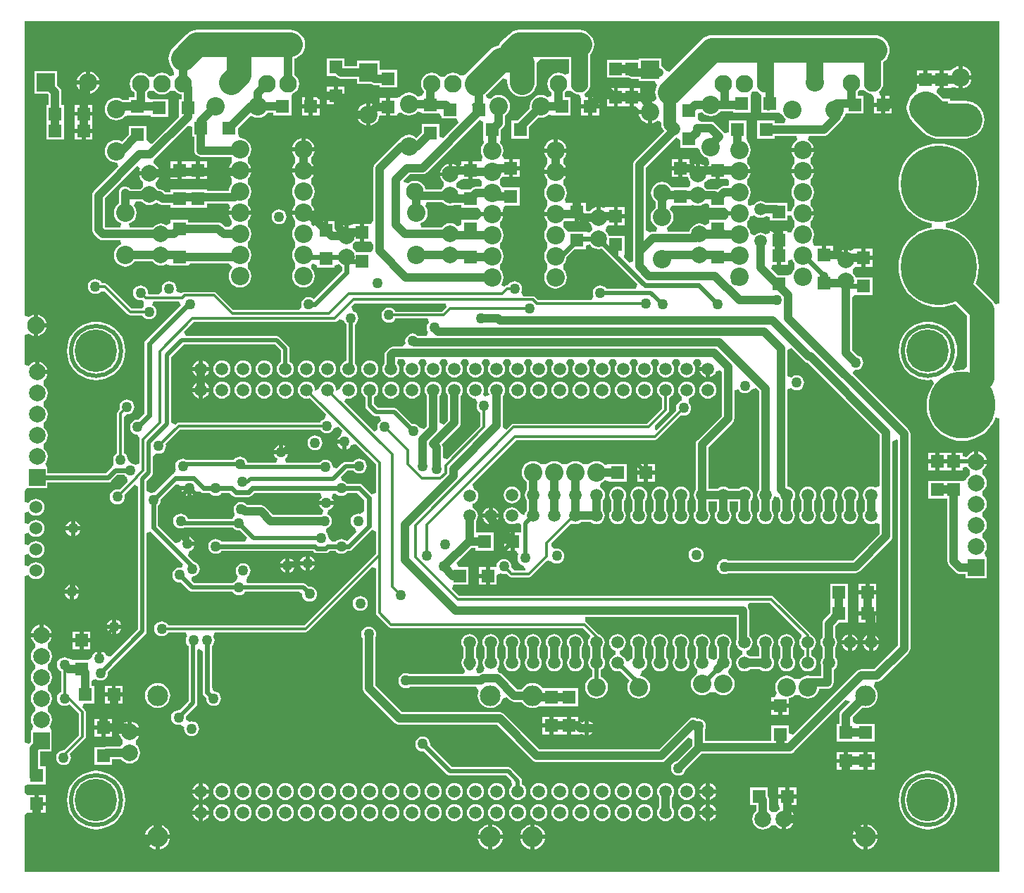
<source format=gbl>
G04 Layer_Physical_Order=4*
G04 Layer_Color=16711680*
%FSLAX23Y23*%
%MOIN*%
G70*
G01*
G75*
%ADD11R,0.064X0.064*%
%ADD12R,0.064X0.064*%
%ADD17C,0.020*%
%ADD18C,0.039*%
%ADD19C,0.012*%
%ADD20C,0.024*%
%ADD21C,0.157*%
%ADD22C,0.079*%
%ADD24C,0.016*%
%ADD25C,0.118*%
%ADD26C,0.004*%
%ADD27C,0.079*%
%ADD28C,0.087*%
%ADD29C,0.098*%
%ADD30C,0.059*%
%ADD31C,0.360*%
%ADD32C,0.059*%
%ADD33C,0.315*%
%ADD34C,0.201*%
%ADD35C,0.083*%
%ADD36R,0.087X0.087*%
%ADD37R,0.079X0.079*%
%ADD38R,0.087X0.087*%
%ADD39C,0.060*%
%ADD40C,0.050*%
%ADD41C,0.004*%
%ADD42C,0.059*%
G36*
X7785Y5318D02*
X7766Y5315D01*
X7759Y5327D01*
X7751Y5337D01*
X7671Y5417D01*
X7673Y5420D01*
X7681Y5444D01*
X7686Y5468D01*
X7687Y5493D01*
X7686Y5518D01*
X7681Y5542D01*
X7673Y5566D01*
X7662Y5588D01*
X7648Y5609D01*
X7632Y5628D01*
X7613Y5644D01*
X7592Y5658D01*
X7570Y5669D01*
X7546Y5677D01*
X7531Y5680D01*
Y5700D01*
X7546Y5703D01*
X7570Y5711D01*
X7592Y5722D01*
X7613Y5736D01*
X7632Y5752D01*
X7648Y5771D01*
X7662Y5792D01*
X7673Y5814D01*
X7681Y5838D01*
X7686Y5862D01*
X7687Y5887D01*
X7686Y5912D01*
X7681Y5936D01*
X7673Y5960D01*
X7662Y5982D01*
X7648Y6003D01*
X7632Y6022D01*
X7613Y6038D01*
X7592Y6052D01*
X7570Y6063D01*
X7546Y6071D01*
X7522Y6076D01*
X7497Y6077D01*
X7472Y6076D01*
X7448Y6071D01*
X7424Y6063D01*
X7402Y6052D01*
X7381Y6038D01*
X7362Y6022D01*
X7346Y6003D01*
X7332Y5982D01*
X7321Y5960D01*
X7313Y5936D01*
X7308Y5912D01*
X7307Y5887D01*
X7308Y5862D01*
X7313Y5838D01*
X7321Y5814D01*
X7332Y5792D01*
X7346Y5771D01*
X7362Y5752D01*
X7381Y5736D01*
X7402Y5722D01*
X7424Y5711D01*
X7448Y5703D01*
X7463Y5700D01*
Y5680D01*
X7448Y5677D01*
X7424Y5669D01*
X7402Y5658D01*
X7381Y5644D01*
X7362Y5628D01*
X7346Y5609D01*
X7332Y5588D01*
X7321Y5566D01*
X7313Y5542D01*
X7308Y5518D01*
X7307Y5493D01*
X7308Y5468D01*
X7313Y5444D01*
X7321Y5420D01*
X7332Y5398D01*
X7346Y5377D01*
X7362Y5358D01*
X7381Y5342D01*
X7402Y5328D01*
X7424Y5317D01*
X7448Y5309D01*
X7472Y5304D01*
X7497Y5303D01*
X7522Y5304D01*
X7546Y5309D01*
X7570Y5317D01*
X7573Y5319D01*
X7632Y5259D01*
Y5023D01*
X7613Y5005D01*
X7608Y5005D01*
X7586Y5004D01*
X7573Y5001D01*
X7569Y5005D01*
X7561Y5019D01*
X7570Y5032D01*
X7578Y5053D01*
X7583Y5074D01*
X7585Y5095D01*
X7583Y5117D01*
X7578Y5138D01*
X7570Y5158D01*
X7558Y5177D01*
X7544Y5193D01*
X7528Y5207D01*
X7509Y5219D01*
X7489Y5227D01*
X7468Y5232D01*
X7446Y5234D01*
X7425Y5232D01*
X7404Y5227D01*
X7384Y5219D01*
X7365Y5207D01*
X7348Y5193D01*
X7334Y5177D01*
X7323Y5158D01*
X7315Y5138D01*
X7310Y5117D01*
X7308Y5095D01*
X7310Y5074D01*
X7315Y5053D01*
X7323Y5032D01*
X7334Y5014D01*
X7348Y4997D01*
X7365Y4983D01*
X7384Y4972D01*
X7404Y4964D01*
X7425Y4959D01*
X7446Y4957D01*
X7465Y4958D01*
X7470Y4953D01*
X7475Y4940D01*
X7475Y4940D01*
X7463Y4922D01*
X7453Y4902D01*
X7446Y4881D01*
X7442Y4860D01*
X7440Y4838D01*
X7442Y4816D01*
X7446Y4794D01*
X7453Y4773D01*
X7463Y4754D01*
X7475Y4735D01*
X7490Y4719D01*
X7506Y4704D01*
X7524Y4692D01*
X7544Y4683D01*
X7565Y4675D01*
X7586Y4671D01*
X7608Y4670D01*
X7630Y4671D01*
X7652Y4675D01*
X7672Y4683D01*
X7692Y4692D01*
X7710Y4704D01*
X7727Y4719D01*
X7741Y4735D01*
X7754Y4754D01*
X7763Y4773D01*
X7766Y4780D01*
X7785Y4777D01*
Y2630D01*
X3170D01*
Y2901D01*
X3186Y2910D01*
X3190Y2910D01*
X3219D01*
Y2952D01*
Y2994D01*
X3190D01*
X3186Y2994D01*
X3170Y3002D01*
Y3035D01*
X3186Y3044D01*
X3190Y3044D01*
X3270D01*
Y3128D01*
X3244D01*
Y3201D01*
X3299D01*
Y3299D01*
X3297D01*
X3293Y3305D01*
X3288Y3319D01*
X3293Y3325D01*
X3298Y3337D01*
X3300Y3350D01*
X3298Y3363D01*
X3293Y3375D01*
X3285Y3385D01*
X3281Y3388D01*
X3280Y3393D01*
Y3407D01*
X3281Y3412D01*
X3285Y3415D01*
X3293Y3425D01*
X3298Y3437D01*
X3300Y3450D01*
X3298Y3463D01*
X3293Y3475D01*
X3285Y3485D01*
X3281Y3488D01*
X3280Y3493D01*
Y3507D01*
X3281Y3512D01*
X3285Y3515D01*
X3293Y3525D01*
X3298Y3537D01*
X3300Y3550D01*
X3298Y3563D01*
X3293Y3575D01*
X3285Y3585D01*
X3281Y3588D01*
X3280Y3593D01*
Y3607D01*
X3281Y3612D01*
X3285Y3615D01*
X3293Y3625D01*
X3298Y3637D01*
X3300Y3650D01*
X3298Y3663D01*
X3293Y3675D01*
X3285Y3685D01*
X3281Y3688D01*
X3280Y3693D01*
Y3707D01*
X3281Y3712D01*
X3285Y3715D01*
X3293Y3725D01*
X3298Y3737D01*
X3299Y3740D01*
X3250D01*
X3201D01*
X3202Y3737D01*
X3207Y3725D01*
X3215Y3715D01*
X3219Y3712D01*
X3220Y3707D01*
Y3693D01*
X3219Y3688D01*
X3215Y3685D01*
X3207Y3675D01*
X3202Y3663D01*
X3200Y3650D01*
X3202Y3637D01*
X3207Y3625D01*
X3215Y3615D01*
X3219Y3612D01*
X3220Y3607D01*
Y3593D01*
X3219Y3588D01*
X3215Y3585D01*
X3207Y3575D01*
X3202Y3563D01*
X3200Y3550D01*
X3202Y3537D01*
X3207Y3525D01*
X3215Y3515D01*
X3219Y3512D01*
X3220Y3507D01*
Y3493D01*
X3219Y3488D01*
X3215Y3485D01*
X3207Y3475D01*
X3202Y3463D01*
X3200Y3450D01*
X3202Y3437D01*
X3207Y3425D01*
X3215Y3415D01*
X3219Y3412D01*
X3220Y3407D01*
Y3393D01*
X3219Y3388D01*
X3215Y3385D01*
X3207Y3375D01*
X3202Y3363D01*
X3200Y3350D01*
X3202Y3337D01*
X3207Y3325D01*
X3212Y3319D01*
X3207Y3305D01*
X3203Y3299D01*
X3201D01*
Y3246D01*
X3190Y3236D01*
X3170Y3243D01*
Y4031D01*
X3190Y4035D01*
X3190Y4035D01*
X3196Y4026D01*
X3205Y4020D01*
X3215Y4016D01*
X3225Y4015D01*
X3235Y4016D01*
X3245Y4020D01*
X3254Y4026D01*
X3260Y4035D01*
X3264Y4045D01*
X3265Y4055D01*
X3264Y4065D01*
X3260Y4075D01*
X3254Y4084D01*
X3245Y4090D01*
X3235Y4094D01*
X3225Y4095D01*
X3215Y4094D01*
X3205Y4090D01*
X3196Y4084D01*
X3190Y4075D01*
X3190Y4075D01*
X3170Y4079D01*
Y4131D01*
X3190Y4135D01*
X3190Y4135D01*
X3196Y4126D01*
X3205Y4120D01*
X3215Y4116D01*
X3225Y4115D01*
X3235Y4116D01*
X3245Y4120D01*
X3254Y4126D01*
X3260Y4135D01*
X3264Y4145D01*
X3265Y4155D01*
X3264Y4165D01*
X3260Y4175D01*
X3254Y4184D01*
X3245Y4190D01*
X3235Y4194D01*
X3225Y4195D01*
X3215Y4194D01*
X3205Y4190D01*
X3196Y4184D01*
X3190Y4175D01*
X3190Y4175D01*
X3170Y4179D01*
Y4231D01*
X3190Y4235D01*
X3190Y4235D01*
X3196Y4226D01*
X3205Y4220D01*
X3215Y4216D01*
X3225Y4215D01*
X3235Y4216D01*
X3245Y4220D01*
X3254Y4226D01*
X3260Y4235D01*
X3264Y4245D01*
X3265Y4255D01*
X3264Y4265D01*
X3260Y4275D01*
X3254Y4284D01*
X3245Y4290D01*
X3235Y4294D01*
X3225Y4295D01*
X3215Y4294D01*
X3205Y4290D01*
X3196Y4284D01*
X3190Y4275D01*
X3190Y4275D01*
X3170Y4279D01*
Y4331D01*
X3190Y4335D01*
X3190Y4335D01*
X3196Y4326D01*
X3205Y4320D01*
X3215Y4316D01*
X3225Y4315D01*
X3235Y4316D01*
X3245Y4320D01*
X3254Y4326D01*
X3260Y4335D01*
X3264Y4345D01*
X3265Y4355D01*
X3264Y4365D01*
X3260Y4375D01*
X3254Y4384D01*
X3245Y4390D01*
X3235Y4394D01*
X3225Y4395D01*
X3215Y4394D01*
X3205Y4390D01*
X3196Y4384D01*
X3190Y4375D01*
X3190Y4375D01*
X3170Y4379D01*
Y4430D01*
X3181Y4446D01*
X3190Y4446D01*
X3279D01*
Y4473D01*
X3565D01*
X3565Y4473D01*
X3574Y4474D01*
X3581Y4479D01*
X3609Y4508D01*
X3643D01*
X3645Y4505D01*
X3652Y4500D01*
X3653Y4499D01*
X3659Y4481D01*
X3659Y4477D01*
X3621Y4439D01*
X3619Y4439D01*
X3610Y4440D01*
X3601Y4439D01*
X3592Y4436D01*
X3585Y4430D01*
X3579Y4423D01*
X3576Y4414D01*
X3575Y4405D01*
X3576Y4396D01*
X3579Y4387D01*
X3585Y4380D01*
X3592Y4374D01*
X3601Y4371D01*
X3610Y4370D01*
X3619Y4371D01*
X3628Y4374D01*
X3635Y4380D01*
X3641Y4387D01*
X3644Y4396D01*
X3645Y4405D01*
X3644Y4414D01*
X3644Y4416D01*
X3690Y4462D01*
X3708Y4454D01*
Y3777D01*
X3579Y3648D01*
X3571Y3648D01*
X3557Y3654D01*
X3556Y3658D01*
X3550Y3665D01*
X3543Y3671D01*
X3535Y3674D01*
Y3640D01*
X3515D01*
Y3674D01*
X3507Y3671D01*
X3500Y3665D01*
X3494Y3658D01*
X3491Y3649D01*
X3491Y3649D01*
X3484Y3638D01*
X3471Y3633D01*
X3398D01*
Y3633D01*
X3380Y3638D01*
X3378Y3641D01*
X3369Y3644D01*
X3360Y3645D01*
X3351Y3644D01*
X3342Y3641D01*
X3335Y3635D01*
X3329Y3628D01*
X3326Y3619D01*
X3325Y3610D01*
X3326Y3601D01*
X3329Y3592D01*
X3335Y3585D01*
X3342Y3579D01*
X3344Y3579D01*
Y3481D01*
X3342Y3481D01*
X3335Y3475D01*
X3329Y3468D01*
X3326Y3459D01*
X3325Y3450D01*
X3326Y3441D01*
X3329Y3432D01*
X3335Y3425D01*
X3342Y3419D01*
X3351Y3416D01*
X3360Y3415D01*
X3369Y3416D01*
X3378Y3419D01*
X3383Y3424D01*
X3429Y3378D01*
Y3277D01*
X3357Y3205D01*
X3355Y3205D01*
X3346Y3204D01*
X3337Y3201D01*
X3330Y3195D01*
X3324Y3188D01*
X3321Y3179D01*
X3320Y3170D01*
X3321Y3161D01*
X3324Y3152D01*
X3330Y3145D01*
X3337Y3139D01*
X3346Y3136D01*
X3355Y3135D01*
X3364Y3136D01*
X3373Y3139D01*
X3380Y3145D01*
X3386Y3152D01*
X3389Y3161D01*
X3390Y3170D01*
X3389Y3179D01*
X3386Y3188D01*
X3456Y3259D01*
X3460Y3264D01*
X3461Y3270D01*
Y3385D01*
X3460Y3391D01*
X3456Y3396D01*
X3444Y3409D01*
X3451Y3427D01*
X3501D01*
Y3511D01*
X3488D01*
Y3534D01*
X3497Y3540D01*
X3508Y3543D01*
X3512Y3539D01*
X3521Y3536D01*
X3530Y3535D01*
X3539Y3536D01*
X3548Y3539D01*
X3555Y3545D01*
X3561Y3552D01*
X3564Y3561D01*
X3565Y3570D01*
X3565Y3576D01*
X3743Y3754D01*
X3747Y3761D01*
X3749Y3768D01*
Y4233D01*
X3753Y4236D01*
X3768Y4240D01*
X3921Y4087D01*
X3917Y4076D01*
X3911Y4069D01*
X3905Y4070D01*
X3896Y4069D01*
X3887Y4066D01*
X3880Y4060D01*
X3874Y4053D01*
X3871Y4044D01*
X3870Y4035D01*
X3871Y4026D01*
X3874Y4017D01*
X3880Y4010D01*
X3887Y4004D01*
X3896Y4001D01*
X3905Y4000D01*
X3911Y4000D01*
X3951Y3961D01*
X3957Y3956D01*
X3965Y3955D01*
X4156D01*
X4160Y3950D01*
X4167Y3944D01*
X4176Y3941D01*
X4185Y3940D01*
X4194Y3941D01*
X4203Y3944D01*
X4210Y3950D01*
X4214Y3955D01*
X4467D01*
X4485Y3945D01*
X4486Y3936D01*
X4489Y3927D01*
X4495Y3920D01*
X4502Y3914D01*
X4511Y3911D01*
X4520Y3910D01*
X4529Y3911D01*
X4538Y3914D01*
X4545Y3920D01*
X4551Y3927D01*
X4554Y3936D01*
X4555Y3945D01*
X4554Y3954D01*
X4551Y3963D01*
X4545Y3970D01*
X4538Y3976D01*
X4529Y3979D01*
X4520Y3980D01*
X4514Y3980D01*
X4504Y3989D01*
X4498Y3994D01*
X4490Y3995D01*
X4228D01*
X4222Y4003D01*
X4222Y4012D01*
X4227Y4028D01*
X4230Y4030D01*
X4236Y4037D01*
X4239Y4046D01*
X4240Y4055D01*
X4239Y4064D01*
X4236Y4073D01*
X4230Y4080D01*
X4223Y4086D01*
X4214Y4089D01*
X4205Y4090D01*
X4196Y4089D01*
X4187Y4086D01*
X4180Y4080D01*
X4174Y4073D01*
X4171Y4064D01*
X4170Y4055D01*
X4171Y4046D01*
X4174Y4037D01*
X4180Y4030D01*
X4181Y4030D01*
X4176Y4009D01*
X4167Y4006D01*
X4160Y4000D01*
X4156Y3995D01*
X3973D01*
X3960Y4008D01*
X3962Y4018D01*
X3968Y4028D01*
X3974Y4029D01*
X3982Y4032D01*
X3989Y4038D01*
X3995Y4045D01*
X3999Y4054D01*
X4000Y4063D01*
X3999Y4072D01*
X3995Y4081D01*
X3989Y4088D01*
X3982Y4094D01*
X3975Y4097D01*
X3944Y4127D01*
X3950Y4148D01*
X3958Y4151D01*
X3965Y4157D01*
X3971Y4164D01*
X3974Y4172D01*
X3940D01*
Y4182D01*
X3931D01*
Y4216D01*
X3923Y4213D01*
X3916Y4207D01*
X3910Y4200D01*
X3906Y4191D01*
X3886Y4186D01*
X3802Y4269D01*
Y4363D01*
X3805Y4365D01*
X3811Y4372D01*
X3814Y4381D01*
X3815Y4390D01*
X3815Y4393D01*
X3886Y4464D01*
X3901Y4463D01*
X3908Y4455D01*
X3950D01*
Y4445D01*
X3960D01*
Y4411D01*
X3968Y4414D01*
X3975Y4420D01*
X3979Y4425D01*
X3983Y4428D01*
X4002Y4430D01*
X4003Y4429D01*
X4003Y4429D01*
X4010Y4424D01*
X4019Y4423D01*
X4019Y4423D01*
X4048D01*
X4050Y4420D01*
X4057Y4414D01*
X4066Y4411D01*
X4075Y4410D01*
X4084Y4411D01*
X4093Y4414D01*
X4100Y4420D01*
X4102Y4423D01*
X4142D01*
X4154Y4411D01*
X4154Y4411D01*
X4161Y4406D01*
X4170Y4404D01*
X4170Y4404D01*
X4230D01*
X4230Y4404D01*
X4239Y4406D01*
X4246Y4411D01*
X4258Y4423D01*
X4572D01*
X4577Y4403D01*
X4574Y4401D01*
X4568Y4394D01*
X4565Y4386D01*
X4633D01*
X4630Y4394D01*
X4625Y4399D01*
X4627Y4408D01*
X4632Y4419D01*
X4645Y4420D01*
X4652Y4414D01*
X4661Y4411D01*
X4670Y4410D01*
X4679Y4411D01*
X4688Y4414D01*
X4695Y4420D01*
X4697Y4423D01*
X4746D01*
X4778Y4391D01*
Y4337D01*
X4777Y4336D01*
X4759Y4324D01*
X4758Y4324D01*
X4750Y4325D01*
X4741Y4324D01*
X4732Y4321D01*
X4725Y4315D01*
X4719Y4308D01*
X4716Y4299D01*
X4715Y4290D01*
X4716Y4281D01*
X4719Y4272D01*
X4725Y4265D01*
X4732Y4259D01*
X4734Y4259D01*
X4740Y4241D01*
X4740Y4236D01*
X4698Y4195D01*
X4695Y4195D01*
X4688Y4201D01*
X4679Y4204D01*
X4670Y4205D01*
X4661Y4204D01*
X4652Y4201D01*
X4645Y4195D01*
X4643Y4192D01*
X4627D01*
X4624Y4194D01*
X4610Y4210D01*
X4609Y4219D01*
X4606Y4228D01*
X4600Y4235D01*
X4599Y4236D01*
X4599Y4247D01*
X4602Y4256D01*
X4602Y4257D01*
X4608Y4259D01*
X4615Y4265D01*
X4621Y4272D01*
X4624Y4281D01*
X4625Y4290D01*
X4624Y4299D01*
X4621Y4308D01*
X4615Y4315D01*
X4608Y4321D01*
X4605Y4322D01*
X4608Y4342D01*
X4608Y4342D01*
X4617Y4345D01*
X4624Y4351D01*
X4630Y4358D01*
X4633Y4366D01*
X4565D01*
X4568Y4358D01*
X4574Y4351D01*
X4581Y4345D01*
X4584Y4344D01*
X4581Y4324D01*
X4581Y4324D01*
X4572Y4321D01*
X4572Y4320D01*
X4347D01*
X4312Y4356D01*
X4305Y4361D01*
X4298Y4364D01*
X4290Y4365D01*
X4225D01*
X4224Y4366D01*
X4222Y4368D01*
X4220Y4370D01*
X4213Y4376D01*
X4204Y4379D01*
X4195Y4380D01*
X4186Y4379D01*
X4177Y4376D01*
X4170Y4370D01*
X4164Y4363D01*
X4161Y4354D01*
X4160Y4345D01*
X4161Y4336D01*
X4164Y4327D01*
X4166Y4316D01*
X4154Y4300D01*
X3944D01*
X3941Y4308D01*
X3935Y4315D01*
X3928Y4321D01*
X3919Y4324D01*
X3910Y4325D01*
X3901Y4324D01*
X3892Y4321D01*
X3885Y4315D01*
X3879Y4308D01*
X3876Y4299D01*
X3875Y4290D01*
X3876Y4281D01*
X3879Y4272D01*
X3885Y4265D01*
X3892Y4259D01*
X3901Y4256D01*
X3910Y4255D01*
X3919Y4256D01*
X3928Y4259D01*
X3928Y4260D01*
X4156D01*
X4160Y4255D01*
X4167Y4249D01*
X4176Y4246D01*
X4185Y4245D01*
X4191Y4245D01*
X4224Y4212D01*
X4216Y4192D01*
X4102D01*
X4100Y4195D01*
X4093Y4201D01*
X4084Y4204D01*
X4075Y4205D01*
X4066Y4204D01*
X4057Y4201D01*
X4050Y4195D01*
X4044Y4188D01*
X4041Y4179D01*
X4040Y4170D01*
X4041Y4161D01*
X4044Y4152D01*
X4050Y4145D01*
X4057Y4139D01*
X4066Y4136D01*
X4075Y4135D01*
X4084Y4136D01*
X4093Y4139D01*
X4100Y4145D01*
X4102Y4148D01*
X4537D01*
X4539Y4146D01*
X4539Y4146D01*
X4546Y4141D01*
X4555Y4139D01*
X4595D01*
X4595Y4139D01*
X4604Y4141D01*
X4611Y4146D01*
X4613Y4148D01*
X4643D01*
X4645Y4145D01*
X4652Y4139D01*
X4661Y4136D01*
X4670Y4135D01*
X4679Y4136D01*
X4688Y4139D01*
X4695Y4145D01*
X4697Y4148D01*
X4705D01*
X4705Y4148D01*
X4714Y4149D01*
X4721Y4154D01*
X4814Y4248D01*
X4821Y4247D01*
X4834Y4241D01*
Y4137D01*
X4493Y3796D01*
X3851D01*
X3851Y3798D01*
X3845Y3805D01*
X3838Y3811D01*
X3829Y3814D01*
X3820Y3815D01*
X3811Y3814D01*
X3802Y3811D01*
X3795Y3805D01*
X3789Y3798D01*
X3786Y3789D01*
X3785Y3780D01*
X3786Y3771D01*
X3789Y3762D01*
X3795Y3755D01*
X3802Y3749D01*
X3811Y3746D01*
X3820Y3745D01*
X3829Y3746D01*
X3838Y3749D01*
X3845Y3755D01*
X3851Y3762D01*
X3851Y3764D01*
X3932D01*
X3933Y3763D01*
X3941Y3744D01*
X3939Y3743D01*
X3936Y3734D01*
X3935Y3725D01*
X3936Y3716D01*
X3939Y3707D01*
X3945Y3700D01*
X3948Y3698D01*
Y3437D01*
X3906Y3395D01*
X3900Y3395D01*
X3891Y3394D01*
X3882Y3391D01*
X3875Y3385D01*
X3869Y3378D01*
X3866Y3369D01*
X3865Y3360D01*
X3866Y3351D01*
X3869Y3342D01*
X3875Y3335D01*
X3882Y3329D01*
X3891Y3326D01*
X3900Y3325D01*
X3909Y3326D01*
X3910Y3326D01*
X3919Y3321D01*
X3927Y3313D01*
X3927Y3313D01*
X3926Y3307D01*
X3928Y3298D01*
X3931Y3289D01*
X3937Y3282D01*
X3944Y3277D01*
X3952Y3273D01*
X3962Y3272D01*
X3971Y3273D01*
X3979Y3277D01*
X3987Y3282D01*
X3992Y3289D01*
X3996Y3298D01*
X3997Y3307D01*
X3996Y3316D01*
X3992Y3325D01*
X3987Y3332D01*
X3979Y3338D01*
X3971Y3341D01*
X3962Y3342D01*
X3952Y3341D01*
X3951Y3341D01*
X3942Y3346D01*
X3935Y3354D01*
X3935Y3354D01*
X3935Y3360D01*
X3935Y3366D01*
X3983Y3414D01*
X3987Y3421D01*
X3989Y3428D01*
Y3681D01*
X3995Y3685D01*
X4013Y3673D01*
Y3480D01*
X4013Y3480D01*
X4014Y3471D01*
X4019Y3464D01*
X4030Y3453D01*
X4030Y3450D01*
X4031Y3441D01*
X4034Y3432D01*
X4040Y3425D01*
X4047Y3419D01*
X4056Y3416D01*
X4065Y3415D01*
X4074Y3416D01*
X4083Y3419D01*
X4090Y3425D01*
X4096Y3432D01*
X4099Y3441D01*
X4100Y3450D01*
X4099Y3459D01*
X4096Y3468D01*
X4090Y3475D01*
X4083Y3481D01*
X4074Y3484D01*
X4065Y3485D01*
X4057Y3503D01*
Y3698D01*
X4060Y3700D01*
X4066Y3707D01*
X4069Y3716D01*
X4070Y3725D01*
X4069Y3734D01*
X4066Y3743D01*
X4064Y3744D01*
X4072Y3763D01*
X4073Y3764D01*
X4500D01*
X4506Y3765D01*
X4511Y3769D01*
X4816Y4073D01*
X4834Y4065D01*
Y3855D01*
X4835Y3849D01*
X4839Y3844D01*
X4894Y3789D01*
X4899Y3785D01*
X4905Y3784D01*
X5813D01*
X5849Y3748D01*
X5849Y3743D01*
X5843Y3735D01*
X5839Y3725D01*
X5837Y3715D01*
X5839Y3705D01*
X5843Y3695D01*
X5848Y3688D01*
Y3645D01*
X5844Y3639D01*
X5840Y3629D01*
X5838Y3619D01*
X5840Y3609D01*
X5844Y3599D01*
X5850Y3591D01*
X5858Y3585D01*
Y3553D01*
X5851Y3551D01*
X5840Y3542D01*
X5832Y3531D01*
X5826Y3518D01*
X5824Y3504D01*
X5826Y3490D01*
X5832Y3477D01*
X5840Y3466D01*
X5851Y3457D01*
X5864Y3452D01*
X5878Y3450D01*
X5892Y3452D01*
X5905Y3457D01*
X5916Y3466D01*
X5925Y3477D01*
X5930Y3490D01*
X5932Y3504D01*
X5930Y3518D01*
X5925Y3531D01*
X5916Y3542D01*
X5905Y3551D01*
X5898Y3553D01*
Y3585D01*
X5906Y3591D01*
X5913Y3599D01*
X5917Y3609D01*
X5918Y3619D01*
X5917Y3629D01*
X5913Y3639D01*
X5908Y3645D01*
Y3691D01*
X5912Y3695D01*
X5916Y3705D01*
X5917Y3715D01*
X5916Y3725D01*
X5912Y3735D01*
X5905Y3743D01*
X5897Y3750D01*
X5890Y3753D01*
X5889Y3754D01*
X5831Y3811D01*
X5826Y3815D01*
X5824Y3815D01*
X5826Y3835D01*
X6540D01*
Y3729D01*
X6539Y3725D01*
X6537Y3715D01*
X6539Y3705D01*
X6543Y3695D01*
X6549Y3687D01*
X6557Y3681D01*
X6567Y3677D01*
X6568Y3661D01*
X6566Y3657D01*
X6558Y3654D01*
X6550Y3647D01*
X6544Y3639D01*
X6540Y3629D01*
X6538Y3619D01*
X6540Y3609D01*
X6544Y3599D01*
X6550Y3591D01*
X6558Y3584D01*
X6568Y3581D01*
X6578Y3579D01*
X6588Y3581D01*
X6598Y3584D01*
X6604Y3589D01*
X6652D01*
X6658Y3584D01*
X6668Y3581D01*
X6678Y3579D01*
X6688Y3581D01*
X6698Y3584D01*
X6706Y3591D01*
X6713Y3599D01*
X6717Y3609D01*
X6718Y3619D01*
X6717Y3629D01*
X6713Y3639D01*
X6707Y3646D01*
Y3689D01*
X6712Y3695D01*
X6716Y3705D01*
X6717Y3715D01*
X6716Y3725D01*
X6712Y3735D01*
X6705Y3743D01*
X6697Y3750D01*
X6687Y3754D01*
X6677Y3755D01*
X6667Y3754D01*
X6657Y3750D01*
X6649Y3743D01*
X6643Y3735D01*
X6639Y3725D01*
X6637Y3715D01*
X6639Y3705D01*
X6643Y3695D01*
X6647Y3689D01*
Y3649D01*
X6604D01*
X6598Y3654D01*
X6588Y3658D01*
X6588Y3673D01*
X6589Y3677D01*
X6597Y3681D01*
X6605Y3687D01*
X6612Y3695D01*
X6616Y3705D01*
X6617Y3715D01*
X6616Y3725D01*
X6612Y3735D01*
X6605Y3743D01*
X6600Y3747D01*
Y3865D01*
X6599Y3873D01*
X6596Y3880D01*
X6593Y3884D01*
X6595Y3893D01*
X6601Y3904D01*
X6698D01*
X6849Y3753D01*
X6849Y3743D01*
X6843Y3735D01*
X6839Y3725D01*
X6837Y3715D01*
X6839Y3705D01*
X6843Y3695D01*
X6849Y3687D01*
X6857Y3681D01*
X6861Y3679D01*
Y3655D01*
X6858Y3654D01*
X6850Y3647D01*
X6844Y3639D01*
X6840Y3629D01*
X6838Y3619D01*
X6840Y3609D01*
X6844Y3599D01*
X6850Y3591D01*
X6858Y3584D01*
X6868Y3581D01*
X6878Y3579D01*
X6888Y3581D01*
X6898Y3584D01*
X6906Y3591D01*
X6913Y3599D01*
X6917Y3609D01*
X6918Y3619D01*
X6917Y3629D01*
X6913Y3639D01*
X6906Y3647D01*
X6898Y3654D01*
X6893Y3656D01*
Y3679D01*
X6897Y3681D01*
X6905Y3687D01*
X6912Y3695D01*
X6916Y3705D01*
X6917Y3715D01*
X6916Y3725D01*
X6912Y3735D01*
X6905Y3743D01*
X6897Y3750D01*
X6893Y3751D01*
X6892Y3754D01*
X6889Y3759D01*
X6716Y3931D01*
X6711Y3935D01*
X6705Y3936D01*
X5226D01*
X5194Y3969D01*
X5202Y3989D01*
X5272D01*
Y4073D01*
X5223D01*
X5215Y4092D01*
X5285Y4163D01*
X5306D01*
Y4151D01*
X5390D01*
Y4235D01*
X5307D01*
Y4289D01*
X5312Y4295D01*
X5316Y4305D01*
X5317Y4315D01*
X5316Y4325D01*
X5312Y4335D01*
X5305Y4343D01*
X5297Y4350D01*
X5292Y4352D01*
X5291Y4358D01*
X5291Y4370D01*
X5292Y4372D01*
X5298Y4374D01*
X5306Y4381D01*
X5313Y4389D01*
X5317Y4399D01*
X5318Y4409D01*
X5317Y4419D01*
X5313Y4429D01*
X5306Y4437D01*
X5298Y4444D01*
X5297Y4444D01*
X5291Y4464D01*
X5292Y4467D01*
X5499Y4674D01*
X6155D01*
X6161Y4675D01*
X6166Y4678D01*
X6279Y4791D01*
X6281Y4791D01*
X6290Y4790D01*
X6299Y4791D01*
X6308Y4794D01*
X6315Y4800D01*
X6321Y4807D01*
X6324Y4816D01*
X6325Y4825D01*
X6324Y4834D01*
X6321Y4843D01*
X6315Y4850D01*
X6313Y4851D01*
X6315Y4866D01*
X6316Y4871D01*
X6317Y4872D01*
X6325Y4875D01*
X6333Y4882D01*
X6340Y4890D01*
X6344Y4900D01*
X6345Y4910D01*
X6344Y4920D01*
X6340Y4930D01*
X6333Y4938D01*
X6325Y4945D01*
X6315Y4949D01*
X6305Y4950D01*
X6295Y4949D01*
X6285Y4945D01*
X6277Y4938D01*
X6270Y4930D01*
X6266Y4920D01*
X6265Y4910D01*
X6266Y4900D01*
X6270Y4890D01*
X6277Y4882D01*
X6281Y4879D01*
X6281Y4867D01*
X6280Y4864D01*
X6277Y4858D01*
X6272Y4856D01*
X6265Y4850D01*
X6259Y4843D01*
X6256Y4834D01*
X6255Y4825D01*
X6256Y4816D01*
X6256Y4814D01*
X6161Y4719D01*
X6160Y4719D01*
X6155Y4725D01*
X6153Y4740D01*
X6216Y4804D01*
X6220Y4809D01*
X6221Y4815D01*
Y4874D01*
X6225Y4875D01*
X6233Y4882D01*
X6240Y4890D01*
X6244Y4900D01*
X6245Y4910D01*
X6244Y4920D01*
X6240Y4930D01*
X6233Y4938D01*
X6225Y4945D01*
X6215Y4949D01*
X6205Y4950D01*
X6195Y4949D01*
X6185Y4945D01*
X6177Y4938D01*
X6170Y4930D01*
X6166Y4920D01*
X6165Y4910D01*
X6166Y4900D01*
X6170Y4890D01*
X6177Y4882D01*
X6185Y4875D01*
X6189Y4874D01*
Y4822D01*
X6118Y4751D01*
X5486D01*
X5480Y4750D01*
X5475Y4746D01*
X5450Y4722D01*
X5433Y4732D01*
X5434Y4734D01*
X5435Y4742D01*
Y4884D01*
X5440Y4890D01*
X5444Y4900D01*
X5445Y4910D01*
X5444Y4920D01*
X5440Y4930D01*
X5433Y4938D01*
X5425Y4945D01*
X5415Y4949D01*
X5405Y4950D01*
X5395Y4949D01*
X5385Y4945D01*
X5377Y4938D01*
X5370Y4930D01*
X5366Y4920D01*
X5365Y4910D01*
X5366Y4900D01*
X5370Y4890D01*
X5369Y4887D01*
X5347Y4881D01*
X5340Y4890D01*
X5344Y4900D01*
X5345Y4910D01*
X5344Y4920D01*
X5340Y4930D01*
X5333Y4938D01*
X5325Y4945D01*
X5315Y4949D01*
X5305Y4950D01*
X5295Y4949D01*
X5285Y4945D01*
X5277Y4938D01*
X5270Y4930D01*
X5266Y4920D01*
X5265Y4910D01*
X5266Y4900D01*
X5270Y4890D01*
X5277Y4882D01*
X5285Y4875D01*
X5295Y4871D01*
X5303Y4870D01*
X5309Y4863D01*
X5311Y4860D01*
X5314Y4851D01*
X5311Y4844D01*
X5310Y4835D01*
X5311Y4826D01*
X5314Y4817D01*
X5320Y4810D01*
X5327Y4804D01*
X5329Y4804D01*
Y4741D01*
X5170Y4582D01*
X5150Y4590D01*
Y4640D01*
X5149Y4648D01*
X5146Y4654D01*
X5226Y4734D01*
X5231Y4740D01*
X5234Y4747D01*
X5235Y4755D01*
Y4884D01*
X5240Y4890D01*
X5244Y4900D01*
X5245Y4910D01*
X5244Y4920D01*
X5240Y4930D01*
X5233Y4938D01*
X5225Y4945D01*
X5215Y4949D01*
X5205Y4950D01*
X5195Y4949D01*
X5185Y4945D01*
X5177Y4938D01*
X5170Y4930D01*
X5166Y4920D01*
X5165Y4910D01*
X5166Y4900D01*
X5170Y4890D01*
X5175Y4884D01*
Y4767D01*
X5155Y4747D01*
X5135Y4755D01*
Y4884D01*
X5140Y4890D01*
X5144Y4900D01*
X5145Y4910D01*
X5144Y4920D01*
X5140Y4930D01*
X5133Y4938D01*
X5125Y4945D01*
X5115Y4949D01*
X5105Y4950D01*
X5095Y4949D01*
X5085Y4945D01*
X5077Y4938D01*
X5070Y4930D01*
X5066Y4920D01*
X5065Y4910D01*
X5066Y4900D01*
X5070Y4890D01*
X5075Y4884D01*
Y4740D01*
X5063Y4728D01*
X5061Y4727D01*
X5041Y4733D01*
X5040Y4733D01*
X5035Y4740D01*
X5028Y4746D01*
X5019Y4749D01*
X5010Y4750D01*
X5004Y4750D01*
X4934Y4819D01*
X4928Y4824D01*
X4920Y4825D01*
X4843D01*
X4825Y4843D01*
Y4876D01*
X4833Y4882D01*
X4840Y4890D01*
X4844Y4900D01*
X4845Y4910D01*
X4844Y4920D01*
X4840Y4930D01*
X4833Y4938D01*
X4825Y4945D01*
X4815Y4949D01*
X4805Y4950D01*
X4795Y4949D01*
X4785Y4945D01*
X4777Y4938D01*
X4770Y4930D01*
X4766Y4920D01*
X4765Y4910D01*
X4766Y4900D01*
X4770Y4890D01*
X4777Y4882D01*
X4785Y4876D01*
Y4835D01*
X4786Y4827D01*
X4791Y4821D01*
X4821Y4791D01*
X4827Y4786D01*
X4835Y4785D01*
X4852D01*
X4857Y4767D01*
X4857Y4765D01*
X4850Y4760D01*
X4844Y4753D01*
X4841Y4744D01*
X4840Y4735D01*
X4841Y4726D01*
X4842Y4724D01*
X4825Y4713D01*
X4683Y4855D01*
X4694Y4872D01*
X4695Y4871D01*
X4705Y4870D01*
X4715Y4871D01*
X4725Y4875D01*
X4733Y4882D01*
X4740Y4890D01*
X4744Y4900D01*
X4745Y4910D01*
X4744Y4920D01*
X4740Y4930D01*
X4733Y4938D01*
X4725Y4945D01*
X4715Y4949D01*
X4705Y4950D01*
X4695Y4949D01*
X4685Y4945D01*
X4677Y4938D01*
X4670Y4930D01*
X4666Y4920D01*
X4666Y4917D01*
X4650Y4908D01*
X4646Y4907D01*
X4645Y4908D01*
X4645Y4910D01*
X4644Y4920D01*
X4640Y4930D01*
X4633Y4938D01*
X4625Y4945D01*
X4615Y4949D01*
X4605Y4950D01*
X4595Y4949D01*
X4585Y4945D01*
X4577Y4938D01*
X4570Y4930D01*
X4566Y4920D01*
X4566Y4917D01*
X4550Y4908D01*
X4546Y4907D01*
X4545Y4908D01*
X4545Y4910D01*
X4544Y4920D01*
X4540Y4930D01*
X4533Y4938D01*
X4525Y4945D01*
X4515Y4949D01*
X4505Y4950D01*
X4495Y4949D01*
X4485Y4945D01*
X4477Y4938D01*
X4470Y4930D01*
X4466Y4920D01*
X4465Y4910D01*
X4466Y4900D01*
X4470Y4890D01*
X4477Y4882D01*
X4485Y4875D01*
X4495Y4871D01*
X4505Y4870D01*
X4515Y4871D01*
X4519Y4873D01*
X4597Y4795D01*
X4591Y4774D01*
X4583Y4770D01*
X4575Y4765D01*
X4570Y4757D01*
X4569Y4756D01*
X3900D01*
X3894Y4755D01*
X3888Y4751D01*
X3884Y4747D01*
X3878Y4749D01*
X3865Y4756D01*
Y5067D01*
X3923Y5125D01*
X4357D01*
X4385Y5097D01*
Y5044D01*
X4377Y5038D01*
X4370Y5030D01*
X4366Y5020D01*
X4365Y5010D01*
X4366Y5000D01*
X4370Y4990D01*
X4377Y4982D01*
X4385Y4975D01*
X4395Y4971D01*
X4405Y4970D01*
X4415Y4971D01*
X4425Y4975D01*
X4433Y4982D01*
X4440Y4990D01*
X4444Y5000D01*
X4445Y5010D01*
X4444Y5020D01*
X4440Y5030D01*
X4433Y5038D01*
X4425Y5044D01*
Y5105D01*
X4424Y5113D01*
X4419Y5119D01*
X4379Y5159D01*
X4373Y5164D01*
X4365Y5165D01*
X3933D01*
X3925Y5185D01*
X3972Y5232D01*
X4639D01*
X4645Y5234D01*
X4650Y5237D01*
X4660Y5247D01*
X4681Y5241D01*
X4684Y5232D01*
X4690Y5225D01*
X4695Y5221D01*
Y5049D01*
X4695Y5049D01*
X4685Y5045D01*
X4677Y5038D01*
X4670Y5030D01*
X4666Y5020D01*
X4665Y5010D01*
X4666Y5000D01*
X4670Y4990D01*
X4677Y4982D01*
X4685Y4975D01*
X4695Y4971D01*
X4705Y4970D01*
X4715Y4971D01*
X4725Y4975D01*
X4733Y4982D01*
X4740Y4990D01*
X4744Y5000D01*
X4745Y5010D01*
X4744Y5020D01*
X4740Y5030D01*
X4735Y5036D01*
Y5221D01*
X4740Y5225D01*
X4746Y5232D01*
X4749Y5241D01*
X4750Y5250D01*
X4749Y5259D01*
X4746Y5268D01*
X4740Y5275D01*
X4733Y5281D01*
X4724Y5284D01*
X4718Y5305D01*
X4734Y5321D01*
X5162D01*
X5163Y5320D01*
X5169Y5302D01*
X5148Y5281D01*
X4926D01*
X4926Y5283D01*
X4920Y5290D01*
X4913Y5296D01*
X4904Y5299D01*
X4895Y5300D01*
X4886Y5299D01*
X4877Y5296D01*
X4870Y5290D01*
X4864Y5283D01*
X4861Y5274D01*
X4860Y5265D01*
X4861Y5256D01*
X4864Y5247D01*
X4870Y5240D01*
X4877Y5234D01*
X4886Y5231D01*
X4895Y5230D01*
X4904Y5231D01*
X4913Y5234D01*
X4920Y5240D01*
X4926Y5247D01*
X4926Y5249D01*
X5077D01*
X5084Y5233D01*
X5084Y5229D01*
X5079Y5223D01*
X5076Y5214D01*
X5075Y5205D01*
X5076Y5196D01*
X5079Y5187D01*
X5081Y5186D01*
X5073Y5167D01*
X5072Y5166D01*
X5034D01*
X5032Y5167D01*
X5025Y5173D01*
X5017Y5177D01*
X5008Y5178D01*
X4998Y5177D01*
X4990Y5173D01*
X4983Y5167D01*
X4977Y5160D01*
X4973Y5152D01*
X4972Y5142D01*
X4973Y5134D01*
X4973Y5133D01*
X4962Y5115D01*
X4961Y5115D01*
X4915D01*
X4907Y5114D01*
X4900Y5111D01*
X4894Y5106D01*
X4884Y5096D01*
X4879Y5090D01*
X4876Y5083D01*
X4875Y5075D01*
Y5036D01*
X4870Y5030D01*
X4866Y5020D01*
X4865Y5010D01*
X4866Y5000D01*
X4870Y4990D01*
X4877Y4982D01*
X4885Y4975D01*
X4895Y4971D01*
X4905Y4970D01*
X4915Y4971D01*
X4925Y4975D01*
X4933Y4982D01*
X4940Y4990D01*
X4944Y5000D01*
X4945Y5010D01*
X4944Y5020D01*
X4940Y5030D01*
X4936Y5035D01*
X4938Y5055D01*
X4966D01*
X4972Y5047D01*
X4974Y5035D01*
X4970Y5030D01*
X4966Y5020D01*
X4965Y5010D01*
X4966Y5000D01*
X4970Y4990D01*
X4977Y4982D01*
X4985Y4975D01*
X4995Y4971D01*
X5005Y4970D01*
X5015Y4971D01*
X5025Y4975D01*
X5033Y4982D01*
X5040Y4990D01*
X5044Y5000D01*
X5045Y5010D01*
X5044Y5020D01*
X5040Y5030D01*
X5036Y5035D01*
X5038Y5047D01*
X5044Y5055D01*
X5066D01*
X5072Y5047D01*
X5074Y5035D01*
X5070Y5030D01*
X5066Y5020D01*
X5065Y5010D01*
X5066Y5000D01*
X5070Y4990D01*
X5077Y4982D01*
X5085Y4975D01*
X5095Y4971D01*
X5105Y4970D01*
X5115Y4971D01*
X5125Y4975D01*
X5133Y4982D01*
X5140Y4990D01*
X5144Y5000D01*
X5145Y5010D01*
X5144Y5020D01*
X5140Y5030D01*
X5136Y5035D01*
X5138Y5047D01*
X5144Y5055D01*
X5166D01*
X5172Y5047D01*
X5174Y5035D01*
X5170Y5030D01*
X5166Y5020D01*
X5165Y5010D01*
X5166Y5000D01*
X5170Y4990D01*
X5177Y4982D01*
X5185Y4975D01*
X5195Y4971D01*
X5205Y4970D01*
X5215Y4971D01*
X5225Y4975D01*
X5233Y4982D01*
X5240Y4990D01*
X5244Y5000D01*
X5245Y5010D01*
X5244Y5020D01*
X5240Y5030D01*
X5236Y5035D01*
X5238Y5047D01*
X5244Y5055D01*
X5266D01*
X5272Y5047D01*
X5274Y5035D01*
X5270Y5030D01*
X5266Y5020D01*
X5265Y5010D01*
X5266Y5000D01*
X5270Y4990D01*
X5277Y4982D01*
X5285Y4975D01*
X5295Y4971D01*
X5305Y4970D01*
X5315Y4971D01*
X5325Y4975D01*
X5333Y4982D01*
X5340Y4990D01*
X5344Y5000D01*
X5345Y5010D01*
X5344Y5020D01*
X5340Y5030D01*
X5336Y5035D01*
X5338Y5047D01*
X5344Y5055D01*
X5366D01*
X5372Y5047D01*
X5374Y5035D01*
X5370Y5030D01*
X5366Y5020D01*
X5365Y5010D01*
X5366Y5000D01*
X5370Y4990D01*
X5377Y4982D01*
X5385Y4975D01*
X5395Y4971D01*
X5405Y4970D01*
X5415Y4971D01*
X5425Y4975D01*
X5433Y4982D01*
X5440Y4990D01*
X5444Y5000D01*
X5445Y5010D01*
X5444Y5020D01*
X5440Y5030D01*
X5436Y5035D01*
X5438Y5047D01*
X5444Y5055D01*
X5466D01*
X5472Y5047D01*
X5474Y5035D01*
X5470Y5030D01*
X5466Y5020D01*
X5465Y5010D01*
X5466Y5000D01*
X5470Y4990D01*
X5477Y4982D01*
X5485Y4975D01*
X5495Y4971D01*
X5505Y4970D01*
X5515Y4971D01*
X5525Y4975D01*
X5533Y4982D01*
X5540Y4990D01*
X5544Y5000D01*
X5545Y5010D01*
X5544Y5020D01*
X5540Y5030D01*
X5536Y5035D01*
X5538Y5047D01*
X5544Y5055D01*
X5566D01*
X5572Y5047D01*
X5574Y5035D01*
X5570Y5030D01*
X5566Y5020D01*
X5565Y5010D01*
X5566Y5000D01*
X5570Y4990D01*
X5577Y4982D01*
X5585Y4975D01*
X5595Y4971D01*
X5605Y4970D01*
X5615Y4971D01*
X5625Y4975D01*
X5633Y4982D01*
X5640Y4990D01*
X5644Y5000D01*
X5645Y5010D01*
X5644Y5020D01*
X5640Y5030D01*
X5636Y5035D01*
X5638Y5047D01*
X5644Y5055D01*
X5666D01*
X5672Y5047D01*
X5674Y5035D01*
X5670Y5030D01*
X5666Y5020D01*
X5665Y5010D01*
X5666Y5000D01*
X5670Y4990D01*
X5677Y4982D01*
X5685Y4975D01*
X5695Y4971D01*
X5705Y4970D01*
X5715Y4971D01*
X5725Y4975D01*
X5733Y4982D01*
X5740Y4990D01*
X5744Y5000D01*
X5745Y5010D01*
X5744Y5020D01*
X5740Y5030D01*
X5736Y5035D01*
X5738Y5047D01*
X5744Y5055D01*
X5766D01*
X5772Y5047D01*
X5774Y5035D01*
X5770Y5030D01*
X5766Y5020D01*
X5765Y5010D01*
X5766Y5000D01*
X5770Y4990D01*
X5777Y4982D01*
X5785Y4975D01*
X5795Y4971D01*
X5805Y4970D01*
X5815Y4971D01*
X5825Y4975D01*
X5833Y4982D01*
X5840Y4990D01*
X5844Y5000D01*
X5845Y5010D01*
X5844Y5020D01*
X5840Y5030D01*
X5836Y5035D01*
X5838Y5047D01*
X5844Y5055D01*
X5866D01*
X5872Y5047D01*
X5874Y5035D01*
X5870Y5030D01*
X5866Y5020D01*
X5865Y5010D01*
X5866Y5000D01*
X5870Y4990D01*
X5877Y4982D01*
X5885Y4975D01*
X5895Y4971D01*
X5905Y4970D01*
X5915Y4971D01*
X5925Y4975D01*
X5933Y4982D01*
X5940Y4990D01*
X5944Y5000D01*
X5945Y5010D01*
X5944Y5020D01*
X5940Y5030D01*
X5936Y5035D01*
X5938Y5047D01*
X5944Y5055D01*
X5966D01*
X5972Y5047D01*
X5974Y5035D01*
X5970Y5030D01*
X5966Y5020D01*
X5965Y5010D01*
X5966Y5000D01*
X5970Y4990D01*
X5977Y4982D01*
X5985Y4975D01*
X5995Y4971D01*
X6005Y4970D01*
X6015Y4971D01*
X6025Y4975D01*
X6033Y4982D01*
X6040Y4990D01*
X6044Y5000D01*
X6045Y5010D01*
X6044Y5020D01*
X6040Y5030D01*
X6036Y5035D01*
X6038Y5047D01*
X6044Y5055D01*
X6066D01*
X6072Y5047D01*
X6074Y5035D01*
X6070Y5030D01*
X6066Y5020D01*
X6065Y5010D01*
X6066Y5000D01*
X6070Y4990D01*
X6077Y4982D01*
X6085Y4975D01*
X6095Y4971D01*
X6105Y4970D01*
X6115Y4971D01*
X6125Y4975D01*
X6133Y4982D01*
X6140Y4990D01*
X6144Y5000D01*
X6145Y5010D01*
X6144Y5020D01*
X6140Y5030D01*
X6136Y5035D01*
X6138Y5047D01*
X6144Y5055D01*
X6166D01*
X6172Y5047D01*
X6174Y5035D01*
X6170Y5030D01*
X6166Y5020D01*
X6165Y5010D01*
X6166Y5000D01*
X6170Y4990D01*
X6177Y4982D01*
X6185Y4975D01*
X6195Y4971D01*
X6205Y4970D01*
X6215Y4971D01*
X6225Y4975D01*
X6233Y4982D01*
X6240Y4990D01*
X6244Y5000D01*
X6245Y5010D01*
X6244Y5020D01*
X6240Y5030D01*
X6236Y5035D01*
X6238Y5047D01*
X6244Y5055D01*
X6266D01*
X6272Y5047D01*
X6274Y5035D01*
X6270Y5030D01*
X6266Y5020D01*
X6265Y5010D01*
X6266Y5000D01*
X6270Y4990D01*
X6277Y4982D01*
X6285Y4975D01*
X6295Y4971D01*
X6305Y4970D01*
X6315Y4971D01*
X6325Y4975D01*
X6333Y4982D01*
X6340Y4990D01*
X6344Y5000D01*
X6345Y5010D01*
X6344Y5020D01*
X6340Y5030D01*
X6336Y5035D01*
X6338Y5047D01*
X6344Y5055D01*
X6366D01*
X6372Y5047D01*
X6374Y5035D01*
X6370Y5030D01*
X6366Y5020D01*
X6366Y5020D01*
X6405D01*
Y5010D01*
X6415D01*
Y4971D01*
X6415Y4971D01*
X6425Y4975D01*
X6433Y4982D01*
X6440Y4990D01*
X6443Y4999D01*
X6446Y5000D01*
X6464Y5003D01*
X6470Y4996D01*
Y4787D01*
X6357Y4674D01*
X6352Y4668D01*
X6349Y4661D01*
X6348Y4653D01*
Y4440D01*
X6344Y4434D01*
X6340Y4424D01*
X6338Y4414D01*
X6340Y4404D01*
X6344Y4394D01*
X6347Y4389D01*
Y4341D01*
X6343Y4335D01*
X6339Y4325D01*
X6337Y4315D01*
X6339Y4305D01*
X6343Y4295D01*
X6349Y4287D01*
X6357Y4281D01*
X6367Y4277D01*
X6377Y4275D01*
X6387Y4277D01*
X6397Y4281D01*
X6405Y4287D01*
X6412Y4295D01*
X6416Y4305D01*
X6417Y4315D01*
X6416Y4325D01*
X6412Y4335D01*
X6407Y4341D01*
Y4384D01*
X6447D01*
Y4341D01*
X6443Y4335D01*
X6439Y4325D01*
X6437Y4315D01*
X6439Y4305D01*
X6443Y4295D01*
X6449Y4287D01*
X6457Y4281D01*
X6467Y4277D01*
X6477Y4275D01*
X6487Y4277D01*
X6497Y4281D01*
X6505Y4287D01*
X6512Y4295D01*
X6516Y4305D01*
X6517Y4315D01*
X6516Y4325D01*
X6512Y4335D01*
X6507Y4341D01*
Y4384D01*
X6547D01*
Y4341D01*
X6543Y4335D01*
X6539Y4325D01*
X6537Y4315D01*
X6539Y4305D01*
X6543Y4295D01*
X6549Y4287D01*
X6557Y4281D01*
X6567Y4277D01*
X6577Y4275D01*
X6587Y4277D01*
X6597Y4281D01*
X6605Y4287D01*
X6612Y4295D01*
X6616Y4305D01*
X6617Y4315D01*
X6616Y4325D01*
X6612Y4335D01*
X6607Y4341D01*
Y4387D01*
X6613Y4394D01*
X6617Y4404D01*
X6618Y4414D01*
X6617Y4424D01*
X6613Y4434D01*
X6606Y4442D01*
X6598Y4449D01*
X6588Y4453D01*
X6578Y4454D01*
X6568Y4453D01*
X6558Y4449D01*
X6552Y4444D01*
X6504D01*
X6498Y4449D01*
X6488Y4453D01*
X6478Y4454D01*
X6468Y4453D01*
X6458Y4449D01*
X6452Y4444D01*
X6408D01*
Y4641D01*
X6521Y4754D01*
X6526Y4760D01*
X6527Y4763D01*
X6529Y4767D01*
X6530Y4775D01*
Y4908D01*
X6549Y4912D01*
X6550Y4912D01*
X6555Y4905D01*
X6562Y4899D01*
X6571Y4896D01*
X6580Y4895D01*
X6589Y4896D01*
X6598Y4899D01*
X6605Y4905D01*
X6611Y4912D01*
X6611Y4912D01*
X6631Y4918D01*
X6633Y4918D01*
X6648Y4903D01*
Y4440D01*
X6644Y4434D01*
X6640Y4424D01*
X6638Y4414D01*
X6640Y4404D01*
X6644Y4394D01*
X6647Y4389D01*
Y4341D01*
X6643Y4335D01*
X6639Y4325D01*
X6637Y4315D01*
X6639Y4305D01*
X6643Y4295D01*
X6649Y4287D01*
X6657Y4281D01*
X6667Y4277D01*
X6677Y4275D01*
X6687Y4277D01*
X6697Y4281D01*
X6705Y4287D01*
X6712Y4295D01*
X6716Y4305D01*
X6717Y4315D01*
X6716Y4325D01*
X6712Y4335D01*
X6707Y4341D01*
Y4387D01*
X6713Y4394D01*
X6717Y4404D01*
X6717Y4405D01*
X6719Y4406D01*
X6740Y4404D01*
X6744Y4394D01*
X6747Y4389D01*
Y4341D01*
X6743Y4335D01*
X6739Y4325D01*
X6737Y4315D01*
X6739Y4305D01*
X6743Y4295D01*
X6749Y4287D01*
X6757Y4281D01*
X6767Y4277D01*
X6777Y4275D01*
X6787Y4277D01*
X6797Y4281D01*
X6805Y4287D01*
X6812Y4295D01*
X6816Y4305D01*
X6817Y4315D01*
X6816Y4325D01*
X6812Y4335D01*
X6807Y4341D01*
Y4387D01*
X6813Y4394D01*
X6817Y4404D01*
X6818Y4414D01*
X6817Y4424D01*
X6813Y4434D01*
X6806Y4442D01*
X6798Y4449D01*
X6788Y4453D01*
X6781Y4454D01*
X6781Y4454D01*
Y4913D01*
X6798Y4919D01*
X6801Y4920D01*
X6807Y4914D01*
X6816Y4911D01*
X6825Y4910D01*
X6834Y4911D01*
X6843Y4914D01*
X6850Y4920D01*
X6856Y4927D01*
X6859Y4936D01*
X6860Y4945D01*
X6859Y4954D01*
X6856Y4963D01*
X6850Y4970D01*
X6843Y4976D01*
X6834Y4979D01*
X6825Y4980D01*
X6816Y4979D01*
X6807Y4976D01*
X6801Y4970D01*
X6798Y4971D01*
X6781Y4977D01*
Y5099D01*
X6800Y5108D01*
X6860Y5047D01*
X6867Y5043D01*
X6870Y5041D01*
X6874Y5040D01*
X6879Y5039D01*
X7219Y4699D01*
Y4456D01*
X7199Y4448D01*
X7198Y4449D01*
X7188Y4453D01*
X7178Y4454D01*
X7168Y4453D01*
X7158Y4449D01*
X7150Y4442D01*
X7144Y4434D01*
X7140Y4424D01*
X7138Y4414D01*
X7140Y4404D01*
X7144Y4394D01*
X7147Y4389D01*
Y4341D01*
X7143Y4335D01*
X7139Y4325D01*
X7137Y4315D01*
X7139Y4305D01*
X7143Y4295D01*
X7149Y4287D01*
X7157Y4281D01*
X7167Y4277D01*
X7177Y4275D01*
X7187Y4277D01*
X7197Y4281D01*
X7199Y4282D01*
X7218Y4275D01*
X7219Y4274D01*
Y4231D01*
X7091Y4103D01*
X6502D01*
X6501Y4104D01*
X6493Y4108D01*
X6484Y4109D01*
X6474Y4108D01*
X6466Y4104D01*
X6459Y4098D01*
X6453Y4091D01*
X6449Y4083D01*
X6448Y4074D01*
X6449Y4064D01*
X6453Y4056D01*
X6459Y4049D01*
X6466Y4043D01*
X6474Y4039D01*
X6484Y4038D01*
X6493Y4039D01*
X6501Y4043D01*
X6502Y4044D01*
X7104D01*
X7111Y4045D01*
X7118Y4048D01*
X7125Y4052D01*
X7270Y4198D01*
X7275Y4204D01*
X7276Y4207D01*
X7278Y4211D01*
X7279Y4219D01*
Y4667D01*
X7299Y4677D01*
X7303Y4674D01*
Y3700D01*
X7191Y3588D01*
X7130D01*
X7122Y3587D01*
X7115Y3584D01*
X7108Y3579D01*
X6807Y3278D01*
X6789Y3286D01*
Y3323D01*
X6705D01*
Y3250D01*
X6390D01*
Y3302D01*
X6391Y3302D01*
X6394Y3311D01*
X6395Y3320D01*
X6394Y3329D01*
X6391Y3338D01*
X6385Y3345D01*
X6378Y3351D01*
X6369Y3354D01*
X6360Y3355D01*
X6352Y3354D01*
X6350Y3356D01*
X6343Y3359D01*
X6335Y3360D01*
X6327Y3359D01*
X6320Y3356D01*
X6314Y3351D01*
X6173Y3210D01*
X5607D01*
X5441Y3376D01*
X5435Y3381D01*
X5428Y3384D01*
X5420Y3385D01*
X4957D01*
X4830Y3512D01*
Y3737D01*
X4831Y3737D01*
X4834Y3746D01*
X4835Y3755D01*
X4834Y3764D01*
X4831Y3773D01*
X4825Y3780D01*
X4818Y3786D01*
X4809Y3789D01*
X4800Y3790D01*
X4791Y3789D01*
X4782Y3786D01*
X4775Y3780D01*
X4769Y3773D01*
X4766Y3764D01*
X4765Y3755D01*
X4766Y3746D01*
X4769Y3737D01*
X4770Y3737D01*
Y3500D01*
X4771Y3492D01*
X4774Y3485D01*
X4779Y3479D01*
X4924Y3334D01*
X4930Y3329D01*
X4937Y3326D01*
X4945Y3325D01*
X5408D01*
X5574Y3159D01*
X5580Y3154D01*
X5587Y3151D01*
X5595Y3150D01*
X6185D01*
X6193Y3151D01*
X6200Y3154D01*
X6206Y3159D01*
X6312Y3265D01*
X6330Y3257D01*
Y3227D01*
X6257Y3154D01*
X6256Y3154D01*
X6247Y3151D01*
X6240Y3145D01*
X6234Y3138D01*
X6231Y3129D01*
X6230Y3120D01*
X6231Y3111D01*
X6234Y3102D01*
X6240Y3095D01*
X6247Y3089D01*
X6256Y3086D01*
X6265Y3085D01*
X6274Y3086D01*
X6283Y3089D01*
X6290Y3095D01*
X6296Y3102D01*
X6299Y3111D01*
X6299Y3112D01*
X6377Y3190D01*
X6792D01*
X6799Y3191D01*
X6807Y3194D01*
X6813Y3199D01*
X7056Y3442D01*
X7078Y3437D01*
X7079Y3436D01*
X7079Y3435D01*
X7036Y3393D01*
X7031Y3386D01*
X7028Y3379D01*
X7027Y3371D01*
Y3331D01*
X7015D01*
Y3247D01*
X7099D01*
Y3247D01*
X7109D01*
Y3247D01*
X7193D01*
Y3331D01*
X7109D01*
Y3331D01*
X7107D01*
X7092Y3341D01*
X7091Y3363D01*
X7135Y3407D01*
X7138Y3406D01*
X7150Y3405D01*
X7162Y3406D01*
X7173Y3409D01*
X7183Y3415D01*
X7192Y3422D01*
X7199Y3431D01*
X7205Y3442D01*
X7208Y3453D01*
X7209Y3464D01*
X7208Y3476D01*
X7205Y3487D01*
X7199Y3497D01*
X7192Y3506D01*
X7190Y3508D01*
X7197Y3528D01*
X7203D01*
X7211Y3529D01*
X7218Y3532D01*
X7225Y3537D01*
X7354Y3666D01*
X7359Y3672D01*
X7362Y3680D01*
X7363Y3687D01*
Y4702D01*
X7362Y4710D01*
X7360Y4714D01*
X7359Y4717D01*
X7354Y4723D01*
X7090Y4988D01*
X7092Y4996D01*
X7100Y5005D01*
X7105Y5005D01*
X7114Y5006D01*
X7123Y5009D01*
X7130Y5015D01*
X7136Y5022D01*
X7139Y5031D01*
X7140Y5040D01*
X7139Y5049D01*
X7136Y5058D01*
X7130Y5065D01*
X7123Y5071D01*
X7114Y5074D01*
X7113Y5074D01*
X7088Y5099D01*
Y5345D01*
X7099Y5360D01*
X7183D01*
Y5444D01*
X7104D01*
X7101Y5450D01*
X7093Y5460D01*
X7092Y5461D01*
X7091Y5482D01*
X7103Y5494D01*
X7131D01*
Y5536D01*
Y5578D01*
X7099D01*
Y5578D01*
X7082Y5571D01*
X7079Y5570D01*
X7071Y5573D01*
X7068Y5574D01*
Y5525D01*
X7048D01*
Y5574D01*
X7045Y5573D01*
X7033Y5568D01*
X7023Y5560D01*
X7017Y5553D01*
X7005Y5555D01*
X6998Y5559D01*
Y5593D01*
X6966D01*
Y5551D01*
X6946D01*
Y5593D01*
X6914D01*
Y5593D01*
X6903Y5596D01*
X6900Y5618D01*
X6901Y5619D01*
X6906Y5632D01*
X6908Y5646D01*
X6906Y5660D01*
X6901Y5673D01*
X6892Y5684D01*
Y5708D01*
X6901Y5719D01*
X6906Y5732D01*
X6907Y5736D01*
X6854D01*
Y5756D01*
X6907D01*
X6906Y5760D01*
X6901Y5773D01*
X6892Y5784D01*
Y5808D01*
X6901Y5819D01*
X6906Y5832D01*
X6908Y5846D01*
X6906Y5860D01*
X6901Y5873D01*
X6892Y5884D01*
Y5908D01*
X6901Y5919D01*
X6906Y5932D01*
X6907Y5936D01*
X6802D01*
X6802Y5932D01*
X6808Y5919D01*
X6816Y5908D01*
Y5884D01*
X6808Y5873D01*
X6802Y5860D01*
X6800Y5846D01*
X6802Y5832D01*
X6808Y5819D01*
X6816Y5808D01*
Y5784D01*
X6808Y5773D01*
X6802Y5760D01*
X6802Y5755D01*
X6782Y5757D01*
Y5796D01*
X6698D01*
Y5796D01*
X6679Y5797D01*
X6675Y5800D01*
X6665Y5803D01*
X6655Y5805D01*
X6645Y5803D01*
X6635Y5800D01*
X6627Y5793D01*
X6620Y5785D01*
X6600Y5784D01*
X6595Y5788D01*
X6593Y5809D01*
X6601Y5819D01*
X6606Y5832D01*
X6608Y5846D01*
X6606Y5860D01*
X6601Y5873D01*
X6592Y5884D01*
Y5908D01*
X6601Y5919D01*
X6606Y5932D01*
X6607Y5936D01*
X6554D01*
Y5956D01*
X6607D01*
X6606Y5960D01*
X6601Y5973D01*
X6592Y5984D01*
Y6008D01*
X6601Y6019D01*
X6606Y6032D01*
X6608Y6046D01*
X6606Y6060D01*
X6601Y6073D01*
X6593Y6083D01*
X6588Y6101D01*
X6588Y6101D01*
Y6185D01*
X6504D01*
Y6129D01*
X6485Y6125D01*
X6480Y6131D01*
X6441Y6170D01*
X6434Y6175D01*
X6427Y6178D01*
X6419Y6179D01*
X6373D01*
X6358Y6191D01*
X6358Y6197D01*
Y6220D01*
X6378Y6225D01*
X6381Y6222D01*
X6392Y6213D01*
X6405Y6208D01*
X6419Y6206D01*
X6433Y6208D01*
X6446Y6213D01*
X6457Y6222D01*
X6463Y6230D01*
X6523D01*
Y6223D01*
X6607D01*
Y6307D01*
X6615Y6324D01*
X6615Y6324D01*
X6616Y6324D01*
X6638D01*
X6638Y6324D01*
X6640Y6322D01*
X6643Y6320D01*
X6657Y6307D01*
Y6223D01*
X6689D01*
X6691Y6223D01*
X6692Y6223D01*
X6736D01*
X6742Y6222D01*
X6757Y6214D01*
X6760Y6208D01*
X6768Y6197D01*
X6775Y6192D01*
X6769Y6173D01*
X6722D01*
Y6185D01*
X6638D01*
Y6101D01*
X6722D01*
Y6113D01*
X6825D01*
X6829Y6093D01*
X6827Y6092D01*
X6816Y6084D01*
X6808Y6073D01*
X6802Y6060D01*
X6802Y6056D01*
X6907D01*
X6906Y6060D01*
X6901Y6073D01*
X6892Y6084D01*
X6881Y6092D01*
X6879Y6093D01*
X6883Y6113D01*
X6953D01*
X6960Y6114D01*
X6968Y6117D01*
X6974Y6121D01*
X7036Y6183D01*
X7040Y6189D01*
X7043Y6197D01*
X7044Y6197D01*
X7053Y6208D01*
X7055Y6212D01*
X7058Y6219D01*
Y6219D01*
X7058Y6219D01*
X7142D01*
Y6303D01*
X7114D01*
Y6322D01*
X7120Y6327D01*
X7122Y6329D01*
X7123Y6329D01*
X7145D01*
X7146Y6329D01*
X7147Y6327D01*
X7158Y6319D01*
X7170Y6313D01*
X7176Y6313D01*
X7186Y6306D01*
X7192Y6293D01*
Y6271D01*
X7224D01*
Y6303D01*
X7221D01*
X7215Y6322D01*
X7220Y6327D01*
X7229Y6338D01*
X7234Y6350D01*
X7236Y6363D01*
X7234Y6377D01*
X7234Y6377D01*
Y6462D01*
X7234Y6462D01*
X7244Y6471D01*
X7253Y6481D01*
X7259Y6493D01*
X7263Y6506D01*
X7264Y6520D01*
X7263Y6534D01*
X7259Y6547D01*
X7253Y6559D01*
X7244Y6569D01*
X7234Y6578D01*
X7222Y6584D01*
X7209Y6588D01*
X7195Y6589D01*
X6425D01*
X6411Y6588D01*
X6398Y6584D01*
X6386Y6578D01*
X6376Y6569D01*
X6224Y6417D01*
X6210Y6421D01*
X6203Y6424D01*
X6201Y6429D01*
X6196Y6435D01*
X6190Y6440D01*
X6183Y6443D01*
Y6478D01*
X6077D01*
Y6472D01*
X5927D01*
Y6388D01*
X6030D01*
X6037Y6385D01*
X6045Y6384D01*
X6077D01*
Y6372D01*
X6153D01*
X6156Y6369D01*
X6164Y6352D01*
X6161Y6347D01*
X6157Y6334D01*
X6156Y6320D01*
X6157Y6306D01*
X6161Y6293D01*
X6162Y6291D01*
X6148Y6275D01*
X6144Y6277D01*
X6140Y6277D01*
Y6225D01*
Y6173D01*
X6144Y6173D01*
X6157Y6178D01*
X6165Y6185D01*
X6176Y6183D01*
X6185Y6177D01*
Y6165D01*
X6185Y6165D01*
X6186Y6155D01*
X6190Y6145D01*
X6197Y6137D01*
X6198Y6135D01*
X6059Y5996D01*
X6054Y5990D01*
X6051Y5983D01*
X6050Y5975D01*
Y5566D01*
Y5521D01*
X6032Y5513D01*
X6008Y5538D01*
X6011Y5557D01*
X6011D01*
Y5641D01*
X5935D01*
X5930Y5652D01*
X5922Y5662D01*
X5924Y5682D01*
X5934Y5691D01*
X5960D01*
Y5733D01*
Y5775D01*
X5927D01*
X5927Y5775D01*
X5908Y5772D01*
X5900Y5775D01*
X5897Y5775D01*
Y5727D01*
X5877D01*
Y5775D01*
X5874Y5775D01*
X5862Y5770D01*
X5852Y5762D01*
X5847Y5755D01*
X5834Y5757D01*
X5827Y5760D01*
Y5795D01*
X5795D01*
Y5753D01*
Y5711D01*
X5820D01*
X5827Y5711D01*
X5844Y5703D01*
X5844Y5702D01*
X5852Y5692D01*
X5856Y5689D01*
X5857Y5669D01*
X5845Y5656D01*
X5827Y5661D01*
Y5661D01*
X5745D01*
X5745Y5661D01*
X5745Y5661D01*
X5730Y5672D01*
X5728Y5673D01*
X5721Y5682D01*
Y5706D01*
X5724Y5709D01*
X5743Y5711D01*
X5749Y5711D01*
X5775D01*
Y5753D01*
Y5795D01*
X5743D01*
Y5795D01*
X5732Y5796D01*
X5729Y5817D01*
X5730Y5817D01*
X5735Y5830D01*
X5737Y5844D01*
X5735Y5858D01*
X5730Y5871D01*
X5721Y5882D01*
Y5906D01*
X5730Y5917D01*
X5735Y5930D01*
X5736Y5934D01*
X5631D01*
X5631Y5930D01*
X5637Y5917D01*
X5645Y5906D01*
Y5882D01*
X5637Y5871D01*
X5631Y5858D01*
X5630Y5844D01*
X5631Y5830D01*
X5637Y5817D01*
X5645Y5806D01*
Y5782D01*
X5637Y5771D01*
X5631Y5758D01*
X5631Y5754D01*
X5683D01*
Y5734D01*
X5631D01*
X5631Y5730D01*
X5637Y5717D01*
X5645Y5706D01*
Y5682D01*
X5637Y5671D01*
X5631Y5658D01*
X5630Y5644D01*
X5631Y5630D01*
X5637Y5617D01*
X5645Y5606D01*
Y5582D01*
X5637Y5571D01*
X5631Y5558D01*
X5630Y5544D01*
X5631Y5530D01*
X5637Y5517D01*
X5645Y5506D01*
Y5482D01*
X5637Y5471D01*
X5631Y5458D01*
X5630Y5444D01*
X5631Y5430D01*
X5637Y5417D01*
X5645Y5406D01*
X5656Y5398D01*
X5669Y5392D01*
X5683Y5390D01*
X5697Y5392D01*
X5710Y5398D01*
X5721Y5406D01*
X5730Y5417D01*
X5735Y5430D01*
X5737Y5444D01*
X5735Y5458D01*
X5730Y5471D01*
X5721Y5482D01*
Y5506D01*
X5730Y5517D01*
X5735Y5530D01*
X5736Y5539D01*
X5774Y5577D01*
X5827D01*
Y5593D01*
X5834Y5597D01*
X5847Y5599D01*
X5852Y5592D01*
X5862Y5584D01*
X5874Y5579D01*
X5887Y5577D01*
X5900Y5579D01*
X5903Y5580D01*
X5954Y5529D01*
X5954Y5529D01*
X6072Y5410D01*
X6064Y5390D01*
X5924D01*
X5920Y5395D01*
X5913Y5401D01*
X5904Y5404D01*
X5895Y5405D01*
X5886Y5404D01*
X5877Y5401D01*
X5870Y5395D01*
X5864Y5388D01*
X5861Y5379D01*
X5860Y5370D01*
X5861Y5361D01*
X5863Y5356D01*
X5858Y5344D01*
X5852Y5336D01*
X5602D01*
X5589Y5349D01*
X5584Y5353D01*
X5578Y5354D01*
X5531D01*
X5521Y5372D01*
X5524Y5381D01*
X5525Y5390D01*
X5524Y5399D01*
X5521Y5408D01*
X5515Y5415D01*
X5508Y5421D01*
X5499Y5424D01*
X5490Y5425D01*
X5481Y5424D01*
X5472Y5421D01*
X5465Y5415D01*
X5459Y5408D01*
X5459Y5406D01*
X5455D01*
X5449Y5405D01*
X5444Y5401D01*
X5440Y5398D01*
X5425Y5411D01*
X5430Y5417D01*
X5435Y5430D01*
X5437Y5444D01*
X5435Y5458D01*
X5430Y5471D01*
X5421Y5482D01*
Y5506D01*
X5430Y5517D01*
X5435Y5530D01*
X5437Y5544D01*
X5435Y5558D01*
X5430Y5571D01*
X5421Y5582D01*
Y5606D01*
X5430Y5617D01*
X5435Y5630D01*
X5437Y5644D01*
X5435Y5658D01*
X5430Y5671D01*
X5421Y5682D01*
Y5706D01*
X5430Y5717D01*
X5435Y5730D01*
X5436Y5734D01*
X5331D01*
X5331Y5732D01*
X5325Y5724D01*
X5316Y5716D01*
X5239D01*
Y5693D01*
X5223Y5687D01*
X5219Y5686D01*
X5210Y5693D01*
X5198Y5698D01*
X5185Y5700D01*
X5172Y5698D01*
X5160Y5693D01*
X5150Y5685D01*
X5144Y5678D01*
X5047D01*
X5043Y5698D01*
X5052Y5702D01*
X5063Y5710D01*
X5072Y5721D01*
X5077Y5734D01*
X5079Y5748D01*
X5077Y5762D01*
X5072Y5775D01*
X5067Y5781D01*
X5073Y5798D01*
X5076Y5801D01*
X5148D01*
X5151Y5796D01*
X5162Y5788D01*
X5174Y5783D01*
X5186Y5782D01*
X5199Y5783D01*
X5205Y5786D01*
X5239D01*
Y5774D01*
X5317D01*
X5329Y5761D01*
X5331Y5757D01*
X5331Y5754D01*
X5436D01*
X5435Y5758D01*
X5433Y5764D01*
X5441Y5781D01*
X5445Y5784D01*
X5514D01*
Y5868D01*
X5434D01*
X5421Y5883D01*
X5421Y5906D01*
X5421Y5906D01*
X5430Y5918D01*
X5463D01*
Y5960D01*
Y6002D01*
X5443D01*
X5437Y6009D01*
X5432Y6021D01*
X5435Y6030D01*
X5437Y6044D01*
X5435Y6058D01*
X5430Y6071D01*
X5422Y6081D01*
X5425Y6101D01*
X5425D01*
Y6142D01*
X5436Y6153D01*
X5441Y6159D01*
X5442Y6162D01*
X5444Y6166D01*
X5445Y6174D01*
Y6209D01*
X5453Y6215D01*
X5461Y6226D01*
X5467Y6239D01*
X5469Y6253D01*
X5467Y6267D01*
X5461Y6280D01*
X5453Y6291D01*
X5442Y6299D01*
X5429Y6305D01*
X5415Y6307D01*
X5401Y6305D01*
X5388Y6299D01*
X5377Y6291D01*
X5373Y6288D01*
X5357Y6294D01*
X5356Y6308D01*
X5360Y6311D01*
X5436Y6387D01*
X5456Y6379D01*
Y6367D01*
X5457Y6353D01*
X5461Y6340D01*
X5467Y6328D01*
X5476Y6318D01*
X5487Y6309D01*
X5499Y6303D01*
X5512Y6299D01*
X5525Y6298D01*
X5539Y6299D01*
X5552Y6303D01*
X5564Y6309D01*
X5574Y6318D01*
X5583Y6328D01*
X5589Y6340D01*
X5593Y6353D01*
X5594Y6367D01*
Y6459D01*
X5612Y6476D01*
X5747D01*
Y6457D01*
Y6410D01*
X5747Y6409D01*
X5728Y6402D01*
X5723Y6405D01*
X5711Y6410D01*
X5697Y6412D01*
X5684Y6410D01*
X5671Y6405D01*
X5661Y6397D01*
X5652Y6386D01*
X5647Y6374D01*
X5645Y6360D01*
X5647Y6347D01*
X5652Y6334D01*
X5661Y6324D01*
X5663Y6321D01*
X5664Y6310D01*
X5663Y6304D01*
X5645Y6297D01*
X5642Y6299D01*
X5629Y6305D01*
X5615Y6307D01*
X5601Y6305D01*
X5588Y6299D01*
X5577Y6291D01*
X5568Y6280D01*
X5563Y6267D01*
X5561Y6253D01*
X5562Y6243D01*
X5504Y6185D01*
X5475D01*
Y6101D01*
X5559D01*
Y6155D01*
X5605Y6200D01*
X5615Y6199D01*
X5629Y6201D01*
X5642Y6206D01*
X5652Y6214D01*
X5654Y6214D01*
X5672Y6211D01*
Y6211D01*
X5756D01*
Y6295D01*
X5727D01*
Y6319D01*
X5734Y6324D01*
X5735Y6326D01*
X5736Y6326D01*
X5758D01*
X5759Y6326D01*
X5761Y6324D01*
X5771Y6315D01*
X5784Y6310D01*
X5793Y6309D01*
X5801Y6300D01*
X5806Y6290D01*
Y6263D01*
X5838D01*
Y6295D01*
X5825D01*
X5821Y6314D01*
X5823Y6315D01*
X5834Y6324D01*
X5842Y6334D01*
X5847Y6347D01*
X5849Y6360D01*
X5847Y6374D01*
X5847Y6374D01*
Y6457D01*
Y6497D01*
X5855Y6507D01*
X5861Y6519D01*
X5865Y6532D01*
X5867Y6545D01*
X5865Y6559D01*
X5861Y6572D01*
X5855Y6584D01*
X5846Y6594D01*
X5836Y6603D01*
X5824Y6609D01*
X5811Y6613D01*
X5797Y6615D01*
X5512D01*
X5512Y6615D01*
X5498Y6613D01*
X5485Y6609D01*
X5473Y6603D01*
X5463Y6594D01*
X5426Y6558D01*
X5418Y6547D01*
X5414Y6541D01*
X5410Y6541D01*
X5397Y6537D01*
X5385Y6530D01*
X5374Y6522D01*
X5262Y6409D01*
X5256Y6402D01*
X5244Y6399D01*
X5231Y6400D01*
X5225Y6405D01*
X5212Y6410D01*
X5199Y6412D01*
X5185Y6410D01*
X5173Y6405D01*
X5162Y6397D01*
X5161Y6395D01*
X5160Y6394D01*
X5138D01*
X5137Y6395D01*
X5135Y6397D01*
X5125Y6405D01*
X5112Y6410D01*
X5099Y6412D01*
X5085Y6410D01*
X5073Y6405D01*
X5062Y6397D01*
X5054Y6386D01*
X5049Y6374D01*
X5047Y6360D01*
X5049Y6347D01*
X5054Y6334D01*
X5062Y6324D01*
Y6318D01*
X5050Y6303D01*
X5030Y6298D01*
X5028Y6302D01*
X5017Y6310D01*
X5004Y6316D01*
X4990Y6318D01*
X4976Y6316D01*
X4963Y6310D01*
X4952Y6302D01*
X4950Y6300D01*
X4934Y6292D01*
X4922Y6292D01*
X4902D01*
Y6250D01*
Y6208D01*
X4934D01*
Y6217D01*
X4946Y6223D01*
X4953Y6224D01*
X4963Y6217D01*
X4976Y6212D01*
X4990Y6210D01*
X5004Y6212D01*
X5017Y6217D01*
X5028Y6226D01*
X5030Y6229D01*
X5050Y6224D01*
Y6219D01*
X5134D01*
X5144Y6203D01*
Y6195D01*
X5216D01*
X5224Y6175D01*
X5152Y6103D01*
X5134Y6111D01*
Y6169D01*
X5050D01*
Y6127D01*
X5026Y6103D01*
X5017Y6110D01*
X5004Y6116D01*
X4990Y6118D01*
X4976Y6116D01*
X4963Y6110D01*
X4952Y6102D01*
X4944Y6092D01*
X4939Y6090D01*
X4933Y6085D01*
X4831Y5983D01*
X4826Y5976D01*
X4825Y5973D01*
X4823Y5969D01*
X4822Y5961D01*
Y5712D01*
X4811Y5697D01*
X4802Y5697D01*
X4779D01*
Y5655D01*
Y5613D01*
X4802D01*
X4811Y5613D01*
X4822Y5597D01*
Y5578D01*
X4813Y5565D01*
X4803Y5563D01*
X4739D01*
X4738Y5565D01*
X4730Y5575D01*
X4726Y5578D01*
X4725Y5583D01*
Y5597D01*
X4726Y5602D01*
X4730Y5605D01*
X4736Y5613D01*
X4759D01*
Y5655D01*
Y5697D01*
X4727D01*
Y5697D01*
X4708Y5688D01*
X4707Y5688D01*
X4705Y5688D01*
Y5640D01*
X4685D01*
Y5688D01*
X4682Y5688D01*
X4670Y5683D01*
X4660Y5675D01*
X4659Y5674D01*
X4639Y5680D01*
Y5708D01*
X4607D01*
Y5666D01*
X4587D01*
Y5708D01*
X4555D01*
Y5696D01*
X4547Y5690D01*
X4535Y5687D01*
X4528Y5695D01*
Y5711D01*
X4529Y5711D01*
X4537Y5722D01*
X4542Y5735D01*
X4543Y5739D01*
X4438D01*
X4438Y5735D01*
X4444Y5722D01*
X4452Y5711D01*
X4452Y5711D01*
Y5687D01*
X4452Y5687D01*
X4444Y5676D01*
X4438Y5663D01*
X4437Y5649D01*
X4438Y5635D01*
X4444Y5622D01*
X4452Y5611D01*
X4452Y5611D01*
Y5587D01*
X4452Y5587D01*
X4444Y5576D01*
X4438Y5563D01*
X4437Y5549D01*
X4438Y5535D01*
X4444Y5522D01*
X4452Y5511D01*
X4452Y5511D01*
Y5487D01*
X4452Y5487D01*
X4444Y5476D01*
X4438Y5463D01*
X4437Y5449D01*
X4438Y5435D01*
X4444Y5422D01*
X4452Y5411D01*
X4464Y5403D01*
X4476Y5397D01*
X4490Y5395D01*
X4504Y5397D01*
X4517Y5403D01*
X4528Y5411D01*
X4537Y5422D01*
X4542Y5435D01*
X4544Y5449D01*
X4542Y5463D01*
X4537Y5476D01*
X4529Y5487D01*
X4528Y5487D01*
Y5500D01*
X4535Y5508D01*
X4555Y5500D01*
Y5490D01*
X4639D01*
Y5500D01*
X4657Y5506D01*
X4673Y5494D01*
Y5474D01*
X4539Y5341D01*
X4533Y5346D01*
X4524Y5349D01*
X4515Y5350D01*
X4506Y5349D01*
X4497Y5346D01*
X4490Y5340D01*
X4484Y5333D01*
X4481Y5324D01*
X4480Y5315D01*
X4481Y5308D01*
X4480Y5304D01*
X4468Y5289D01*
X4159D01*
X4079Y5369D01*
X4073Y5373D01*
X4067Y5374D01*
X3927D01*
X3921Y5373D01*
X3916Y5369D01*
X3895Y5374D01*
X3890Y5379D01*
X3889Y5383D01*
X3890Y5390D01*
X3889Y5399D01*
X3886Y5408D01*
X3880Y5415D01*
X3873Y5421D01*
X3864Y5424D01*
X3855Y5425D01*
X3846Y5424D01*
X3837Y5421D01*
X3830Y5415D01*
X3824Y5408D01*
X3821Y5399D01*
X3820Y5390D01*
X3821Y5383D01*
X3820Y5379D01*
X3808Y5364D01*
X3761D01*
X3755Y5370D01*
X3754Y5379D01*
X3751Y5388D01*
X3745Y5395D01*
X3738Y5401D01*
X3729Y5404D01*
X3720Y5405D01*
X3711Y5404D01*
X3702Y5401D01*
X3695Y5395D01*
X3689Y5388D01*
X3686Y5379D01*
X3685Y5370D01*
X3686Y5361D01*
X3689Y5352D01*
X3695Y5345D01*
X3702Y5339D01*
X3711Y5336D01*
X3720Y5335D01*
X3725Y5335D01*
X3735Y5329D01*
X3736Y5325D01*
X3736Y5306D01*
X3735Y5305D01*
X3729Y5298D01*
X3729Y5296D01*
X3677D01*
X3561Y5411D01*
X3556Y5415D01*
X3550Y5416D01*
X3536D01*
X3536Y5418D01*
X3530Y5425D01*
X3523Y5431D01*
X3514Y5434D01*
X3505Y5435D01*
X3496Y5434D01*
X3487Y5431D01*
X3480Y5425D01*
X3474Y5418D01*
X3471Y5409D01*
X3470Y5400D01*
X3471Y5391D01*
X3474Y5382D01*
X3480Y5375D01*
X3487Y5369D01*
X3496Y5366D01*
X3505Y5365D01*
X3514Y5366D01*
X3523Y5369D01*
X3530Y5375D01*
X3552Y5375D01*
X3553Y5374D01*
X3659Y5269D01*
X3664Y5265D01*
X3670Y5264D01*
X3729D01*
X3729Y5262D01*
X3735Y5255D01*
X3742Y5249D01*
X3751Y5246D01*
X3760Y5245D01*
X3769Y5246D01*
X3778Y5249D01*
X3785Y5255D01*
X3791Y5262D01*
X3794Y5271D01*
X3795Y5280D01*
X3794Y5289D01*
X3791Y5298D01*
X3785Y5305D01*
X3778Y5311D01*
X3776Y5311D01*
X3780Y5331D01*
X3902D01*
X3910Y5311D01*
X3744Y5146D01*
X3739Y5139D01*
X3738Y5130D01*
X3738Y5130D01*
Y4799D01*
X3708Y4770D01*
X3705Y4770D01*
X3696Y4769D01*
X3687Y4766D01*
X3680Y4760D01*
X3674Y4753D01*
X3671Y4744D01*
X3670Y4735D01*
X3671Y4726D01*
X3674Y4717D01*
X3680Y4710D01*
X3687Y4704D01*
X3696Y4701D01*
X3705Y4700D01*
X3706Y4699D01*
X3716Y4682D01*
X3715Y4676D01*
Y4562D01*
X3695Y4555D01*
X3695Y4555D01*
X3687Y4561D01*
X3679Y4564D01*
X3677Y4564D01*
X3668Y4568D01*
X3660Y4580D01*
X3659Y4589D01*
X3656Y4598D01*
X3650Y4605D01*
X3643Y4611D01*
X3641Y4611D01*
Y4778D01*
X3655Y4795D01*
X3664Y4796D01*
X3673Y4799D01*
X3680Y4805D01*
X3686Y4812D01*
X3689Y4821D01*
X3690Y4830D01*
X3689Y4839D01*
X3686Y4848D01*
X3680Y4855D01*
X3673Y4861D01*
X3664Y4864D01*
X3655Y4865D01*
X3646Y4864D01*
X3637Y4861D01*
X3630Y4855D01*
X3624Y4848D01*
X3621Y4839D01*
X3620Y4830D01*
X3621Y4821D01*
X3621Y4819D01*
X3614Y4811D01*
X3610Y4806D01*
X3609Y4800D01*
Y4611D01*
X3607Y4611D01*
X3600Y4605D01*
X3594Y4598D01*
X3591Y4589D01*
X3590Y4580D01*
X3591Y4571D01*
X3591Y4571D01*
X3591Y4557D01*
X3584Y4546D01*
X3556Y4517D01*
X3279D01*
Y4544D01*
X3277D01*
X3273Y4550D01*
X3268Y4564D01*
X3273Y4570D01*
X3278Y4582D01*
X3280Y4595D01*
X3278Y4608D01*
X3273Y4620D01*
X3265Y4630D01*
X3261Y4633D01*
X3260Y4638D01*
Y4652D01*
X3261Y4657D01*
X3265Y4660D01*
X3273Y4670D01*
X3278Y4682D01*
X3280Y4695D01*
X3278Y4708D01*
X3273Y4720D01*
X3265Y4730D01*
X3261Y4733D01*
X3260Y4738D01*
Y4752D01*
X3261Y4757D01*
X3265Y4760D01*
X3273Y4770D01*
X3278Y4782D01*
X3280Y4795D01*
X3278Y4808D01*
X3273Y4820D01*
X3265Y4830D01*
X3261Y4833D01*
X3260Y4838D01*
Y4852D01*
X3261Y4857D01*
X3265Y4860D01*
X3273Y4870D01*
X3278Y4882D01*
X3280Y4895D01*
X3278Y4908D01*
X3273Y4920D01*
X3265Y4930D01*
X3261Y4933D01*
X3260Y4938D01*
Y4952D01*
X3261Y4957D01*
X3265Y4960D01*
X3273Y4970D01*
X3278Y4982D01*
X3279Y4985D01*
X3230D01*
Y4995D01*
X3220D01*
Y5043D01*
X3217Y5043D01*
X3205Y5038D01*
X3195Y5030D01*
X3190Y5024D01*
X3173Y5028D01*
X3170Y5029D01*
Y5169D01*
X3178Y5174D01*
X3190Y5177D01*
X3198Y5172D01*
X3210Y5167D01*
X3214Y5166D01*
Y5217D01*
Y5267D01*
X3210Y5267D01*
X3198Y5261D01*
X3190Y5256D01*
X3178Y5259D01*
X3170Y5264D01*
Y6655D01*
X7785D01*
Y5318D01*
D02*
G37*
G36*
X6274Y6094D02*
X6274Y6094D01*
Y6057D01*
X6358D01*
X6369Y6042D01*
X6372Y6033D01*
X6381Y6022D01*
X6392Y6013D01*
X6403Y6009D01*
X6408Y5996D01*
X6410Y5990D01*
X6410Y5987D01*
Y5977D01*
X6400Y5971D01*
X6390Y5969D01*
X6382Y5975D01*
X6370Y5980D01*
X6367Y5980D01*
Y5932D01*
X6347D01*
Y5980D01*
X6344Y5980D01*
X6336Y5976D01*
X6324Y5981D01*
X6317Y5987D01*
Y6002D01*
X6284D01*
Y5960D01*
Y5918D01*
X6310D01*
X6314Y5907D01*
X6322Y5896D01*
X6320Y5876D01*
X6311Y5868D01*
X6234D01*
X6233Y5869D01*
X6225Y5880D01*
X6214Y5888D01*
X6201Y5893D01*
X6188Y5895D01*
X6175Y5893D01*
X6162Y5888D01*
X6151Y5880D01*
X6143Y5869D01*
X6138Y5857D01*
X6136Y5843D01*
X6138Y5830D01*
X6143Y5817D01*
X6151Y5807D01*
X6158Y5802D01*
Y5773D01*
X6150Y5766D01*
X6141Y5755D01*
X6136Y5742D01*
X6134Y5728D01*
X6136Y5714D01*
X6141Y5702D01*
X6150Y5690D01*
X6161Y5682D01*
X6165Y5680D01*
X6161Y5661D01*
X6145D01*
X6137Y5660D01*
X6133Y5658D01*
X6130Y5657D01*
X6130Y5657D01*
X6110Y5665D01*
Y5963D01*
X6254Y6106D01*
X6255Y6106D01*
X6255Y6106D01*
X6274Y6094D01*
D02*
G37*
G36*
X6462Y5908D02*
X6492D01*
X6494Y5908D01*
X6497Y5908D01*
X6505Y5901D01*
X6506Y5882D01*
X6500Y5876D01*
X6482D01*
X6474Y5875D01*
X6470Y5873D01*
X6467Y5872D01*
X6461Y5867D01*
X6451Y5858D01*
X6450D01*
X6444Y5860D01*
X6436Y5861D01*
X6397D01*
X6393Y5867D01*
X6389Y5870D01*
X6387Y5874D01*
Y5889D01*
X6389Y5893D01*
X6393Y5896D01*
X6393Y5896D01*
X6409Y5907D01*
X6420Y5908D01*
X6428Y5908D01*
X6442D01*
Y5950D01*
X6462D01*
Y5908D01*
D02*
G37*
G36*
X5341Y6180D02*
Y6101D01*
X5341Y6101D01*
X5344Y6081D01*
X5337Y6071D01*
X5331Y6058D01*
X5330Y6044D01*
X5331Y6030D01*
X5337Y6017D01*
X5338Y6016D01*
X5335Y5994D01*
X5323Y5992D01*
Y5992D01*
X5291D01*
Y5950D01*
Y5908D01*
X5321D01*
X5323Y5908D01*
X5326Y5908D01*
X5335Y5900D01*
X5335Y5881D01*
X5329Y5874D01*
X5309D01*
X5302Y5873D01*
X5297Y5871D01*
X5295Y5870D01*
X5288Y5865D01*
X5281Y5858D01*
X5239D01*
X5223Y5866D01*
X5222Y5867D01*
X5218Y5870D01*
X5216Y5874D01*
Y5889D01*
X5218Y5893D01*
X5222Y5896D01*
X5222Y5896D01*
X5238Y5907D01*
X5249Y5908D01*
X5257Y5908D01*
X5271D01*
Y5950D01*
Y5992D01*
X5239D01*
Y5977D01*
X5229Y5971D01*
X5219Y5969D01*
X5211Y5975D01*
X5199Y5980D01*
X5196Y5980D01*
Y5932D01*
X5186D01*
Y5922D01*
X5138D01*
X5138Y5919D01*
X5143Y5907D01*
X5151Y5896D01*
X5153Y5895D01*
X5155Y5875D01*
X5143Y5861D01*
X5068D01*
X5068Y5862D01*
X5063Y5874D01*
X5055Y5885D01*
X5044Y5893D01*
X5032Y5898D01*
X5018Y5900D01*
X5005Y5898D01*
X4992Y5893D01*
X4987Y5889D01*
X4970Y5892D01*
X4964Y5895D01*
X4963Y5899D01*
X4963Y5901D01*
X4994Y5932D01*
X5053D01*
X5060Y5933D01*
X5065Y5934D01*
X5068Y5936D01*
X5074Y5940D01*
X5324Y6191D01*
X5341Y6180D01*
D02*
G37*
G36*
X6400Y5792D02*
X6410Y5787D01*
Y5774D01*
X6487D01*
X6495Y5766D01*
X6502Y5757D01*
X6502Y5756D01*
X6554D01*
Y5736D01*
X6502D01*
X6502Y5732D01*
X6501Y5730D01*
X6487Y5716D01*
X6410D01*
Y5701D01*
X6390Y5691D01*
X6390Y5691D01*
X6378Y5696D01*
X6365Y5698D01*
X6352Y5696D01*
X6340Y5691D01*
X6330Y5683D01*
X6322Y5673D01*
X6317Y5661D01*
X6317Y5661D01*
X6215D01*
X6211Y5680D01*
X6215Y5682D01*
X6226Y5690D01*
X6235Y5702D01*
X6240Y5714D01*
X6242Y5728D01*
X6240Y5742D01*
X6235Y5755D01*
X6226Y5766D01*
X6225Y5767D01*
X6236Y5784D01*
X6317D01*
Y5784D01*
X6336Y5787D01*
X6344Y5783D01*
X6357Y5782D01*
X6370Y5783D01*
X6382Y5788D01*
X6390Y5794D01*
X6400Y5792D01*
D02*
G37*
G36*
X6627Y5737D02*
X6635Y5730D01*
X6645Y5727D01*
X6655Y5725D01*
X6665Y5727D01*
X6675Y5730D01*
X6678Y5733D01*
X6698Y5728D01*
Y5712D01*
X6782D01*
Y5735D01*
X6802Y5736D01*
X6802Y5732D01*
X6808Y5719D01*
X6816Y5708D01*
Y5684D01*
X6808Y5673D01*
X6802Y5660D01*
X6802Y5655D01*
X6782Y5657D01*
Y5662D01*
X6750D01*
Y5620D01*
X6730D01*
Y5662D01*
X6698D01*
Y5656D01*
X6694Y5653D01*
X6678Y5647D01*
X6675Y5650D01*
X6665Y5653D01*
X6655Y5655D01*
X6645Y5653D01*
X6635Y5650D01*
X6627Y5644D01*
X6620Y5644D01*
X6607Y5650D01*
X6606Y5660D01*
X6601Y5673D01*
X6592Y5684D01*
Y5708D01*
X6601Y5719D01*
X6606Y5732D01*
X6627Y5737D01*
X6627Y5737D01*
D02*
G37*
G36*
X6752Y5504D02*
X6784D01*
Y5524D01*
X6804Y5528D01*
X6808Y5519D01*
X6816Y5508D01*
Y5484D01*
X6808Y5473D01*
X6802Y5460D01*
X6802Y5458D01*
X6784Y5454D01*
X6782Y5454D01*
X6733D01*
X6703Y5485D01*
X6711Y5504D01*
X6732D01*
Y5546D01*
X6752D01*
Y5504D01*
D02*
G37*
G36*
X4673Y4719D02*
X4674Y4715D01*
X4668Y4696D01*
X4667Y4696D01*
X4660Y4690D01*
X4654Y4683D01*
X4651Y4675D01*
X4685D01*
Y4665D01*
X4695D01*
Y4631D01*
X4703Y4634D01*
X4710Y4640D01*
X4716Y4647D01*
X4716Y4648D01*
X4735Y4654D01*
X4739Y4653D01*
X4834Y4558D01*
Y4424D01*
X4821Y4418D01*
X4814Y4417D01*
X4771Y4461D01*
X4764Y4466D01*
X4755Y4467D01*
X4755Y4467D01*
X4697D01*
X4695Y4470D01*
X4688Y4476D01*
X4679Y4479D01*
X4676Y4480D01*
X4669Y4495D01*
X4668Y4500D01*
X4698Y4530D01*
X4726D01*
X4730Y4525D01*
X4737Y4519D01*
X4746Y4516D01*
X4755Y4515D01*
X4764Y4516D01*
X4773Y4519D01*
X4780Y4525D01*
X4786Y4532D01*
X4789Y4541D01*
X4790Y4550D01*
X4789Y4559D01*
X4786Y4568D01*
X4780Y4575D01*
X4773Y4581D01*
X4764Y4584D01*
X4755Y4585D01*
X4746Y4584D01*
X4737Y4581D01*
X4730Y4575D01*
X4726Y4570D01*
X4690D01*
X4682Y4569D01*
X4676Y4564D01*
X4649Y4538D01*
X4635Y4543D01*
X4630Y4547D01*
X4629Y4554D01*
X4626Y4563D01*
X4620Y4570D01*
X4613Y4576D01*
X4604Y4579D01*
X4595Y4580D01*
X4586Y4579D01*
X4577Y4576D01*
X4570Y4570D01*
X4566Y4565D01*
X4408D01*
X4403Y4583D01*
X4403Y4585D01*
X4410Y4590D01*
X4416Y4597D01*
X4419Y4605D01*
X4351D01*
X4354Y4597D01*
X4360Y4590D01*
X4367Y4585D01*
X4367Y4583D01*
X4362Y4565D01*
X4225D01*
X4224Y4569D01*
X4221Y4578D01*
X4215Y4585D01*
X4208Y4591D01*
X4199Y4594D01*
X4190Y4595D01*
X4181Y4594D01*
X4172Y4591D01*
X4165Y4585D01*
X4161Y4580D01*
X3938D01*
X3938Y4581D01*
X3929Y4584D01*
X3920Y4585D01*
X3911Y4584D01*
X3902Y4581D01*
X3895Y4575D01*
X3889Y4568D01*
X3886Y4559D01*
X3885Y4550D01*
X3886Y4541D01*
X3888Y4536D01*
X3886Y4527D01*
X3878Y4515D01*
X3875Y4514D01*
X3868Y4509D01*
X3868Y4509D01*
X3783Y4425D01*
X3780Y4425D01*
X3771Y4424D01*
X3768Y4423D01*
X3753Y4431D01*
X3749Y4435D01*
Y4481D01*
X3773Y4505D01*
X3777Y4512D01*
X3779Y4519D01*
Y4597D01*
X3794Y4609D01*
X3798Y4611D01*
X3805Y4610D01*
X3814Y4611D01*
X3823Y4614D01*
X3830Y4620D01*
X3836Y4627D01*
X3839Y4636D01*
X3840Y4645D01*
X3839Y4654D01*
X3839Y4656D01*
X3907Y4724D01*
X4569D01*
X4570Y4722D01*
X4575Y4715D01*
X4583Y4709D01*
X4591Y4706D01*
X4600Y4705D01*
X4609Y4706D01*
X4618Y4709D01*
X4625Y4715D01*
X4631Y4722D01*
X4634Y4731D01*
X4655Y4737D01*
X4673Y4719D01*
D02*
G37*
%LPC*%
G36*
X7610Y6442D02*
Y6400D01*
X7652D01*
X7652Y6404D01*
X7647Y6417D01*
X7638Y6428D01*
X7627Y6437D01*
X7614Y6442D01*
X7610Y6442D01*
D02*
G37*
G36*
X4429Y6615D02*
X3986D01*
X3973Y6613D01*
X3960Y6609D01*
X3948Y6603D01*
X3937Y6594D01*
X3872Y6529D01*
X3863Y6518D01*
X3857Y6506D01*
X3853Y6493D01*
X3851Y6480D01*
X3853Y6466D01*
X3857Y6453D01*
X3863Y6441D01*
X3872Y6431D01*
X3876Y6427D01*
X3879Y6407D01*
X3878Y6402D01*
X3876Y6401D01*
X3857Y6397D01*
X3847Y6405D01*
X3834Y6410D01*
X3821Y6412D01*
X3807Y6410D01*
X3795Y6405D01*
X3784Y6397D01*
X3783Y6395D01*
X3782Y6394D01*
X3760D01*
X3759Y6395D01*
X3757Y6397D01*
X3747Y6405D01*
X3734Y6410D01*
X3721Y6412D01*
X3707Y6410D01*
X3695Y6405D01*
X3684Y6397D01*
X3676Y6386D01*
X3671Y6374D01*
X3669Y6360D01*
X3671Y6347D01*
X3676Y6334D01*
X3684Y6324D01*
X3691Y6319D01*
Y6295D01*
X3664D01*
Y6283D01*
X3636D01*
X3631Y6287D01*
X3618Y6292D01*
X3604Y6294D01*
X3590Y6292D01*
X3577Y6287D01*
X3566Y6278D01*
X3557Y6267D01*
X3552Y6254D01*
X3550Y6240D01*
X3552Y6226D01*
X3557Y6213D01*
X3566Y6202D01*
X3577Y6194D01*
X3590Y6188D01*
X3604Y6186D01*
X3618Y6188D01*
X3631Y6194D01*
X3642Y6202D01*
X3646Y6207D01*
X3664Y6211D01*
Y6211D01*
X3748D01*
Y6211D01*
X3767Y6208D01*
Y6203D01*
X3851D01*
Y6287D01*
X3767D01*
X3751Y6296D01*
Y6319D01*
X3757Y6324D01*
X3759Y6326D01*
X3760Y6326D01*
X3782D01*
X3783Y6326D01*
X3784Y6324D01*
X3795Y6315D01*
X3807Y6310D01*
X3821Y6308D01*
X3834Y6310D01*
X3847Y6315D01*
X3857Y6324D01*
X3859Y6326D01*
X3860Y6326D01*
X3882D01*
X3883Y6326D01*
X3884Y6324D01*
X3895Y6315D01*
X3907Y6310D01*
X3913Y6310D01*
Y6287D01*
X3901D01*
Y6203D01*
X3901Y6203D01*
X3901D01*
X3887Y6189D01*
X3774Y6076D01*
X3767Y6076D01*
X3748Y6094D01*
X3748Y6161D01*
X3664D01*
Y6119D01*
X3631Y6086D01*
X3631Y6087D01*
X3618Y6092D01*
X3604Y6094D01*
X3590Y6092D01*
X3577Y6087D01*
X3566Y6078D01*
X3557Y6067D01*
X3552Y6054D01*
X3550Y6040D01*
X3552Y6026D01*
X3557Y6013D01*
X3566Y6002D01*
X3577Y5994D01*
X3590Y5988D01*
X3604Y5986D01*
X3607Y5987D01*
X3616Y5968D01*
X3499Y5851D01*
X3494Y5845D01*
X3491Y5838D01*
X3490Y5830D01*
Y5670D01*
X3491Y5662D01*
X3494Y5655D01*
X3499Y5649D01*
X3521Y5627D01*
X3527Y5622D01*
X3530Y5621D01*
X3534Y5619D01*
X3542Y5618D01*
X3626D01*
X3629Y5598D01*
X3620Y5595D01*
X3609Y5586D01*
X3601Y5575D01*
X3595Y5562D01*
X3593Y5548D01*
X3595Y5534D01*
X3601Y5521D01*
X3609Y5510D01*
X3620Y5502D01*
X3633Y5496D01*
X3647Y5494D01*
X3661Y5496D01*
X3674Y5502D01*
X3685Y5510D01*
X3691Y5518D01*
X3777D01*
X3781Y5513D01*
X3792Y5505D01*
X3804Y5500D01*
X3816Y5498D01*
X3829Y5500D01*
X3841Y5505D01*
X3841Y5505D01*
X3861Y5498D01*
Y5498D01*
X3945D01*
Y5498D01*
X3957Y5510D01*
X4136Y5510D01*
X4153Y5492D01*
X4152Y5487D01*
X4152Y5487D01*
X4144Y5476D01*
X4138Y5463D01*
X4137Y5449D01*
X4138Y5435D01*
X4144Y5422D01*
X4152Y5411D01*
X4164Y5403D01*
X4176Y5397D01*
X4190Y5395D01*
X4204Y5397D01*
X4217Y5403D01*
X4228Y5411D01*
X4237Y5422D01*
X4242Y5435D01*
X4244Y5449D01*
X4242Y5463D01*
X4237Y5476D01*
X4229Y5487D01*
X4228Y5487D01*
Y5511D01*
X4229Y5511D01*
X4237Y5522D01*
X4242Y5535D01*
X4244Y5549D01*
X4242Y5563D01*
X4237Y5576D01*
X4229Y5587D01*
X4228Y5587D01*
Y5611D01*
X4229Y5611D01*
X4237Y5622D01*
X4242Y5635D01*
X4244Y5649D01*
X4242Y5663D01*
X4237Y5676D01*
X4229Y5687D01*
X4228Y5687D01*
Y5711D01*
X4229Y5711D01*
X4237Y5722D01*
X4242Y5735D01*
X4243Y5739D01*
X4138D01*
X4138Y5735D01*
X4144Y5722D01*
X4152Y5711D01*
X4152Y5711D01*
Y5696D01*
X4141Y5684D01*
X4118Y5684D01*
X4107Y5695D01*
X4101Y5700D01*
X4094Y5703D01*
X4086Y5704D01*
X3945D01*
Y5716D01*
X3861D01*
Y5701D01*
X3841Y5691D01*
X3841Y5691D01*
X3829Y5696D01*
X3816Y5698D01*
X3804Y5696D01*
X3792Y5691D01*
X3781Y5683D01*
X3777Y5678D01*
X3669D01*
X3665Y5698D01*
X3674Y5702D01*
X3685Y5710D01*
X3694Y5721D01*
X3699Y5734D01*
X3701Y5748D01*
X3699Y5762D01*
X3694Y5775D01*
X3688Y5782D01*
X3693Y5796D01*
X3697Y5802D01*
X3726D01*
X3727Y5800D01*
X3737Y5792D01*
X3749Y5787D01*
X3762Y5785D01*
X3775Y5787D01*
X3787Y5792D01*
X3795Y5798D01*
X3796Y5798D01*
X3800Y5797D01*
X3803Y5794D01*
X3809Y5790D01*
X3812Y5788D01*
X3817Y5787D01*
X3824Y5786D01*
X3861D01*
Y5774D01*
X3930D01*
X3945Y5774D01*
Y5774D01*
X3949Y5774D01*
Y5774D01*
X4033D01*
Y5794D01*
X4133D01*
X4140Y5782D01*
X4143Y5774D01*
X4138Y5763D01*
X4138Y5759D01*
X4243D01*
X4242Y5763D01*
X4237Y5776D01*
X4229Y5787D01*
X4228Y5787D01*
Y5811D01*
X4229Y5811D01*
X4237Y5822D01*
X4242Y5835D01*
X4244Y5849D01*
X4242Y5863D01*
X4237Y5876D01*
X4229Y5887D01*
X4228Y5887D01*
Y5911D01*
X4229Y5911D01*
X4237Y5922D01*
X4242Y5935D01*
X4243Y5939D01*
X4138D01*
X4138Y5935D01*
X4144Y5922D01*
X4152Y5911D01*
X4152Y5911D01*
Y5887D01*
X4152Y5887D01*
X4144Y5876D01*
X4138Y5863D01*
X4137Y5854D01*
X4033D01*
Y5858D01*
X3965D01*
X3949Y5858D01*
Y5858D01*
X3945Y5858D01*
Y5858D01*
X3861D01*
Y5846D01*
X3837D01*
X3830Y5853D01*
X3824Y5857D01*
X3816Y5860D01*
X3809Y5861D01*
X3804D01*
X3797Y5870D01*
X3793Y5873D01*
X3792Y5878D01*
Y5893D01*
X3793Y5897D01*
X3797Y5900D01*
X3805Y5910D01*
X3810Y5922D01*
X3811Y5925D01*
X3762D01*
X3714D01*
X3714Y5922D01*
X3719Y5910D01*
X3727Y5900D01*
X3731Y5897D01*
X3732Y5893D01*
Y5878D01*
X3731Y5873D01*
X3727Y5870D01*
X3720Y5861D01*
X3671D01*
X3668Y5865D01*
X3662Y5869D01*
X3657Y5871D01*
X3655Y5872D01*
X3647Y5873D01*
X3639Y5872D01*
X3632Y5869D01*
X3626Y5865D01*
X3621Y5858D01*
X3619Y5854D01*
X3618Y5851D01*
X3617Y5843D01*
Y5792D01*
X3609Y5786D01*
X3601Y5775D01*
X3595Y5762D01*
X3593Y5748D01*
X3595Y5734D01*
X3601Y5721D01*
X3609Y5710D01*
X3620Y5702D01*
X3629Y5698D01*
X3626Y5678D01*
X3554D01*
X3550Y5682D01*
Y5818D01*
X3703Y5971D01*
X3719Y5960D01*
X3714Y5948D01*
X3714Y5945D01*
X3762D01*
X3811D01*
X3810Y5948D01*
X3805Y5960D01*
X3797Y5970D01*
X3787Y5978D01*
X3784Y5979D01*
X3782Y5990D01*
X3783Y6001D01*
X3786Y6004D01*
X3945Y6163D01*
X3963Y6155D01*
Y6108D01*
X3975D01*
Y6044D01*
X3976Y6036D01*
X3979Y6029D01*
X3984Y6023D01*
X3990Y6018D01*
X3998Y6015D01*
X4005Y6014D01*
X4150D01*
X4152Y6011D01*
X4152Y6011D01*
Y5987D01*
X4152Y5987D01*
X4144Y5976D01*
X4138Y5963D01*
X4138Y5959D01*
X4243D01*
X4242Y5963D01*
X4237Y5976D01*
X4229Y5987D01*
X4228Y5987D01*
Y6011D01*
X4229Y6011D01*
X4237Y6022D01*
X4242Y6035D01*
X4244Y6049D01*
X4242Y6063D01*
X4237Y6076D01*
X4228Y6087D01*
X4217Y6096D01*
X4204Y6101D01*
X4198Y6102D01*
X4189Y6105D01*
X4181Y6122D01*
Y6150D01*
X4243Y6211D01*
X4249Y6206D01*
X4262Y6201D01*
X4276Y6199D01*
X4290Y6201D01*
X4303Y6206D01*
X4314Y6215D01*
X4320Y6223D01*
X4349D01*
Y6211D01*
X4433D01*
Y6295D01*
X4433Y6295D01*
X4438Y6313D01*
X4445Y6315D01*
X4456Y6324D01*
X4464Y6334D01*
X4469Y6347D01*
X4471Y6360D01*
X4469Y6374D01*
X4464Y6386D01*
X4456Y6397D01*
X4449Y6402D01*
Y6479D01*
X4456Y6481D01*
X4468Y6488D01*
X4478Y6496D01*
X4487Y6507D01*
X4493Y6519D01*
X4497Y6532D01*
X4499Y6545D01*
X4497Y6559D01*
X4493Y6572D01*
X4487Y6584D01*
X4478Y6594D01*
X4468Y6603D01*
X4456Y6609D01*
X4443Y6613D01*
X4429Y6615D01*
D02*
G37*
G36*
X7425Y6422D02*
X7393D01*
Y6390D01*
X7425D01*
Y6422D01*
D02*
G37*
G36*
X3481Y6417D02*
Y6375D01*
X3524D01*
X3523Y6379D01*
X3518Y6392D01*
X3509Y6403D01*
X3498Y6412D01*
X3485Y6417D01*
X3481Y6417D01*
D02*
G37*
G36*
X3461D02*
X3457Y6417D01*
X3444Y6412D01*
X3433Y6403D01*
X3425Y6392D01*
X3419Y6379D01*
X3419Y6375D01*
X3461D01*
Y6417D01*
D02*
G37*
G36*
X4685Y6480D02*
X4601D01*
Y6396D01*
X4643D01*
X4646Y6393D01*
X4652Y6388D01*
X4659Y6385D01*
X4667Y6384D01*
X4743D01*
Y6361D01*
X4808D01*
X4812Y6358D01*
X4819Y6355D01*
X4827Y6354D01*
X4850D01*
Y6342D01*
X4934D01*
Y6426D01*
X4850D01*
Y6468D01*
X4743D01*
Y6444D01*
X4685D01*
Y6480D01*
D02*
G37*
G36*
X7652Y6380D02*
X7610D01*
Y6338D01*
X7614Y6338D01*
X7627Y6343D01*
X7638Y6352D01*
X7647Y6363D01*
X7652Y6376D01*
X7652Y6380D01*
D02*
G37*
G36*
X7590Y6442D02*
X7586Y6442D01*
X7573Y6437D01*
X7567Y6432D01*
X7552Y6422D01*
X7520D01*
Y6380D01*
Y6338D01*
X7552D01*
X7552Y6338D01*
X7572Y6345D01*
X7573Y6343D01*
X7586Y6338D01*
X7590Y6338D01*
Y6390D01*
Y6442D01*
D02*
G37*
G36*
X4685Y6346D02*
X4653D01*
Y6314D01*
X4685D01*
Y6346D01*
D02*
G37*
G36*
X4633D02*
X4601D01*
Y6314D01*
X4633D01*
Y6346D01*
D02*
G37*
G36*
X3524Y6355D02*
X3481D01*
Y6313D01*
X3485Y6313D01*
X3498Y6318D01*
X3509Y6327D01*
X3518Y6338D01*
X3523Y6351D01*
X3524Y6355D01*
D02*
G37*
G36*
X3461D02*
X3419D01*
X3419Y6351D01*
X3425Y6338D01*
X3433Y6327D01*
X3444Y6318D01*
X3457Y6313D01*
X3461Y6313D01*
Y6355D01*
D02*
G37*
G36*
X5960Y6338D02*
X5927D01*
Y6306D01*
X5960D01*
Y6338D01*
D02*
G37*
G36*
X6085D02*
X6053D01*
Y6306D01*
X6085D01*
Y6338D01*
D02*
G37*
G36*
X7276Y6303D02*
X7244D01*
Y6271D01*
X7276D01*
Y6303D01*
D02*
G37*
G36*
X5890Y6295D02*
X5858D01*
Y6263D01*
X5890D01*
Y6295D01*
D02*
G37*
G36*
X4567D02*
X4535D01*
Y6263D01*
X4567D01*
Y6295D01*
D02*
G37*
G36*
X4515D02*
X4483D01*
Y6263D01*
X4515D01*
Y6295D01*
D02*
G37*
G36*
X4685Y6294D02*
X4653D01*
Y6262D01*
X4685D01*
Y6294D01*
D02*
G37*
G36*
X4633D02*
X4601D01*
Y6262D01*
X4633D01*
Y6294D01*
D02*
G37*
G36*
X4882Y6292D02*
X4850D01*
Y6265D01*
X4846Y6261D01*
X4830Y6256D01*
X4824Y6261D01*
X4811Y6266D01*
X4807Y6267D01*
Y6214D01*
Y6162D01*
X4811Y6162D01*
X4824Y6168D01*
X4835Y6176D01*
X4843Y6187D01*
X4849Y6200D01*
X4850Y6208D01*
X4850Y6208D01*
X4865Y6208D01*
X4882D01*
Y6250D01*
Y6292D01*
D02*
G37*
G36*
X6033Y6338D02*
X5979D01*
Y6296D01*
Y6254D01*
X6033D01*
Y6296D01*
Y6338D01*
D02*
G37*
G36*
X5960Y6286D02*
X5927D01*
Y6254D01*
X5960D01*
Y6286D01*
D02*
G37*
G36*
X6085Y6286D02*
X6053D01*
Y6254D01*
X6063D01*
X6070Y6247D01*
X6077Y6235D01*
X6120D01*
Y6277D01*
X6116Y6277D01*
X6105Y6272D01*
X6098Y6275D01*
X6085Y6283D01*
Y6286D01*
D02*
G37*
G36*
X3492Y6259D02*
X3460D01*
Y6227D01*
X3492D01*
Y6259D01*
D02*
G37*
G36*
X3440D02*
X3408D01*
Y6227D01*
X3440D01*
Y6259D01*
D02*
G37*
G36*
X4787Y6267D02*
X4783Y6266D01*
X4770Y6261D01*
X4759Y6252D01*
X4750Y6241D01*
X4745Y6228D01*
X4744Y6224D01*
X4787D01*
Y6267D01*
D02*
G37*
G36*
X7276Y6251D02*
X7244D01*
Y6219D01*
X7276D01*
Y6251D01*
D02*
G37*
G36*
X7224D02*
X7192D01*
Y6219D01*
X7224D01*
Y6251D01*
D02*
G37*
G36*
X5890Y6243D02*
X5858D01*
Y6211D01*
X5890D01*
Y6243D01*
D02*
G37*
G36*
X5838D02*
X5806D01*
Y6211D01*
X5838D01*
Y6243D01*
D02*
G37*
G36*
X4567D02*
X4535D01*
Y6211D01*
X4567D01*
Y6243D01*
D02*
G37*
G36*
X4515D02*
X4483D01*
Y6211D01*
X4515D01*
Y6243D01*
D02*
G37*
G36*
X6120Y6215D02*
X6078D01*
X6078Y6211D01*
X6083Y6198D01*
X6092Y6187D01*
X6103Y6178D01*
X6116Y6173D01*
X6120Y6173D01*
Y6215D01*
D02*
G37*
G36*
X4787Y6204D02*
X4744D01*
X4745Y6200D01*
X4750Y6187D01*
X4759Y6176D01*
X4770Y6168D01*
X4783Y6162D01*
X4787Y6162D01*
Y6204D01*
D02*
G37*
G36*
X3492Y6208D02*
X3450D01*
X3408D01*
Y6179D01*
X3408D01*
Y6147D01*
X3450D01*
X3492D01*
Y6175D01*
X3492D01*
Y6208D01*
D02*
G37*
G36*
X7500Y6422D02*
X7445D01*
Y6380D01*
X7435D01*
Y6370D01*
X7393D01*
Y6346D01*
X7393Y6338D01*
X7387Y6321D01*
X7385Y6320D01*
X7372Y6309D01*
X7361Y6296D01*
X7353Y6280D01*
X7348Y6263D01*
X7346Y6246D01*
X7348Y6229D01*
X7353Y6212D01*
X7361Y6196D01*
X7372Y6183D01*
X7428Y6127D01*
X7428Y6127D01*
X7441Y6116D01*
X7457Y6108D01*
X7474Y6103D01*
X7491Y6101D01*
X7491Y6101D01*
X7625D01*
X7642Y6103D01*
X7659Y6108D01*
X7675Y6116D01*
X7688Y6127D01*
X7699Y6140D01*
X7707Y6156D01*
X7712Y6173D01*
X7714Y6190D01*
X7712Y6207D01*
X7707Y6224D01*
X7699Y6240D01*
X7688Y6253D01*
X7675Y6264D01*
X7659Y6272D01*
X7642Y6277D01*
X7625Y6279D01*
X7552D01*
Y6288D01*
X7519D01*
X7498Y6309D01*
X7487Y6318D01*
X7487Y6326D01*
X7493Y6338D01*
X7500D01*
Y6380D01*
Y6422D01*
D02*
G37*
G36*
X3492Y6127D02*
X3460D01*
Y6095D01*
X3492D01*
Y6127D01*
D02*
G37*
G36*
X3440D02*
X3408D01*
Y6095D01*
X3440D01*
Y6127D01*
D02*
G37*
G36*
X3324Y6418D02*
X3218D01*
Y6312D01*
X3282D01*
X3286Y6307D01*
Y6259D01*
X3274D01*
Y6179D01*
X3274D01*
Y6095D01*
X3358D01*
Y6175D01*
X3358D01*
Y6259D01*
X3346D01*
Y6320D01*
X3345Y6328D01*
X3343Y6332D01*
X3342Y6335D01*
X3337Y6341D01*
X3324Y6354D01*
Y6418D01*
D02*
G37*
G36*
X4500Y6102D02*
Y6059D01*
X4543D01*
X4542Y6063D01*
X4537Y6076D01*
X4528Y6087D01*
X4517Y6096D01*
X4504Y6101D01*
X4500Y6102D01*
D02*
G37*
G36*
X4481D02*
X4476Y6101D01*
X4464Y6096D01*
X4452Y6087D01*
X4444Y6076D01*
X4438Y6063D01*
X4438Y6059D01*
X4481D01*
Y6102D01*
D02*
G37*
G36*
X5693Y6097D02*
Y6054D01*
X5736D01*
X5735Y6058D01*
X5730Y6071D01*
X5721Y6082D01*
X5710Y6091D01*
X5697Y6096D01*
X5693Y6097D01*
D02*
G37*
G36*
X5674D02*
X5669Y6096D01*
X5656Y6091D01*
X5645Y6082D01*
X5637Y6071D01*
X5631Y6058D01*
X5631Y6054D01*
X5674D01*
Y6097D01*
D02*
G37*
G36*
X5514Y6002D02*
X5482D01*
Y5969D01*
X5514D01*
Y6002D01*
D02*
G37*
G36*
X4001Y5992D02*
Y5960D01*
X4033D01*
Y5992D01*
X4001D01*
D02*
G37*
G36*
X3893Y5992D02*
X3861D01*
Y5959D01*
X3893D01*
Y5992D01*
D02*
G37*
G36*
X4543Y6039D02*
X4438D01*
X4438Y6035D01*
X4444Y6022D01*
X4452Y6011D01*
X4452Y6011D01*
Y5987D01*
X4452Y5987D01*
X4444Y5976D01*
X4438Y5963D01*
X4438Y5959D01*
X4543D01*
X4542Y5963D01*
X4537Y5976D01*
X4529Y5987D01*
X4528Y5987D01*
Y6011D01*
X4529Y6011D01*
X4537Y6022D01*
X4542Y6035D01*
X4543Y6039D01*
D02*
G37*
G36*
X6907Y6036D02*
X6802D01*
X6802Y6032D01*
X6808Y6019D01*
X6816Y6008D01*
Y5984D01*
X6808Y5973D01*
X6802Y5960D01*
X6802Y5956D01*
X6907D01*
X6906Y5960D01*
X6901Y5973D01*
X6892Y5984D01*
Y6008D01*
X6901Y6019D01*
X6906Y6032D01*
X6907Y6036D01*
D02*
G37*
G36*
X5736Y6034D02*
X5631D01*
X5631Y6030D01*
X5637Y6017D01*
X5645Y6006D01*
Y5982D01*
X5637Y5971D01*
X5631Y5958D01*
X5631Y5954D01*
X5736D01*
X5735Y5958D01*
X5730Y5971D01*
X5721Y5982D01*
Y6006D01*
X5730Y6017D01*
X5735Y6030D01*
X5736Y6034D01*
D02*
G37*
G36*
X5514Y5950D02*
X5482D01*
Y5918D01*
X5514D01*
Y5950D01*
D02*
G37*
G36*
X4033Y5940D02*
X4001D01*
Y5908D01*
X4033D01*
Y5940D01*
D02*
G37*
G36*
X3893Y5940D02*
X3861D01*
Y5908D01*
X3893D01*
Y5940D01*
D02*
G37*
G36*
X3949Y5992D02*
X3930Y5992D01*
X3913D01*
Y5950D01*
Y5908D01*
X3930D01*
X3945Y5908D01*
X3965Y5908D01*
X3981D01*
Y5950D01*
Y5992D01*
X3965D01*
X3949Y5992D01*
X3949D01*
D02*
G37*
G36*
X4543Y5939D02*
X4438D01*
X4438Y5935D01*
X4444Y5922D01*
X4452Y5911D01*
X4452Y5911D01*
Y5887D01*
X4452Y5887D01*
X4444Y5876D01*
X4438Y5863D01*
X4437Y5849D01*
X4438Y5835D01*
X4444Y5822D01*
X4452Y5811D01*
X4452Y5811D01*
Y5787D01*
X4452Y5787D01*
X4444Y5776D01*
X4438Y5763D01*
X4438Y5759D01*
X4543D01*
X4542Y5763D01*
X4537Y5776D01*
X4529Y5787D01*
X4528Y5787D01*
Y5811D01*
X4529Y5811D01*
X4537Y5822D01*
X4542Y5835D01*
X4544Y5849D01*
X4542Y5863D01*
X4537Y5876D01*
X4529Y5887D01*
X4528Y5887D01*
Y5911D01*
X4529Y5911D01*
X4537Y5922D01*
X4542Y5935D01*
X4543Y5939D01*
D02*
G37*
G36*
X6011Y5775D02*
X5979D01*
Y5743D01*
X6011D01*
Y5775D01*
D02*
G37*
G36*
X4375Y5765D02*
X4366Y5764D01*
X4357Y5761D01*
X4350Y5755D01*
X4344Y5748D01*
X4341Y5739D01*
X4340Y5730D01*
X4341Y5721D01*
X4344Y5712D01*
X4350Y5705D01*
X4357Y5699D01*
X4366Y5696D01*
X4375Y5695D01*
X4384Y5696D01*
X4393Y5699D01*
X4400Y5705D01*
X4406Y5712D01*
X4409Y5721D01*
X4410Y5730D01*
X4409Y5739D01*
X4406Y5748D01*
X4400Y5755D01*
X4393Y5761D01*
X4384Y5764D01*
X4375Y5765D01*
D02*
G37*
G36*
X6011Y5723D02*
X5979D01*
Y5691D01*
X6011D01*
Y5723D01*
D02*
G37*
G36*
X7183Y5578D02*
X7151D01*
Y5546D01*
X7183D01*
Y5578D01*
D02*
G37*
G36*
Y5527D02*
X7151D01*
Y5494D01*
X7183D01*
Y5527D01*
D02*
G37*
G36*
X3233Y5267D02*
Y5226D01*
X3274D01*
X3273Y5230D01*
X3268Y5242D01*
X3260Y5253D01*
X3249Y5261D01*
X3237Y5267D01*
X3233Y5267D01*
D02*
G37*
G36*
X3274Y5207D02*
X3233D01*
Y5166D01*
X3237Y5167D01*
X3249Y5172D01*
X3260Y5180D01*
X3268Y5191D01*
X3273Y5203D01*
X3274Y5207D01*
D02*
G37*
G36*
X4015Y5049D02*
Y5020D01*
X4044D01*
X4044Y5020D01*
X4040Y5030D01*
X4033Y5038D01*
X4025Y5045D01*
X4015Y5049D01*
X4015Y5049D01*
D02*
G37*
G36*
X3995D02*
X3995Y5049D01*
X3985Y5045D01*
X3977Y5038D01*
X3970Y5030D01*
X3966Y5020D01*
X3966Y5020D01*
X3995D01*
Y5049D01*
D02*
G37*
G36*
X3240Y5043D02*
Y5005D01*
X3279D01*
X3278Y5008D01*
X3273Y5020D01*
X3265Y5030D01*
X3255Y5038D01*
X3243Y5043D01*
X3240Y5043D01*
D02*
G37*
G36*
X4044Y5000D02*
X4015D01*
Y4971D01*
X4015Y4971D01*
X4025Y4975D01*
X4033Y4982D01*
X4040Y4990D01*
X4044Y5000D01*
X4044Y5000D01*
D02*
G37*
G36*
X6395D02*
X6366D01*
X6366Y5000D01*
X6370Y4990D01*
X6377Y4982D01*
X6385Y4975D01*
X6395Y4971D01*
X6395Y4971D01*
Y5000D01*
D02*
G37*
G36*
X3995D02*
X3966D01*
X3966Y5000D01*
X3970Y4990D01*
X3977Y4982D01*
X3985Y4975D01*
X3995Y4971D01*
X3995Y4971D01*
Y5000D01*
D02*
G37*
G36*
X4805Y5050D02*
X4795Y5049D01*
X4785Y5045D01*
X4777Y5038D01*
X4770Y5030D01*
X4766Y5020D01*
X4765Y5010D01*
X4766Y5000D01*
X4770Y4990D01*
X4777Y4982D01*
X4785Y4975D01*
X4795Y4971D01*
X4805Y4970D01*
X4815Y4971D01*
X4825Y4975D01*
X4833Y4982D01*
X4840Y4990D01*
X4844Y5000D01*
X4845Y5010D01*
X4844Y5020D01*
X4840Y5030D01*
X4833Y5038D01*
X4825Y5045D01*
X4815Y5049D01*
X4805Y5050D01*
D02*
G37*
G36*
X4605D02*
X4595Y5049D01*
X4585Y5045D01*
X4577Y5038D01*
X4570Y5030D01*
X4566Y5020D01*
X4565Y5010D01*
X4566Y5000D01*
X4570Y4990D01*
X4577Y4982D01*
X4585Y4975D01*
X4595Y4971D01*
X4605Y4970D01*
X4615Y4971D01*
X4625Y4975D01*
X4633Y4982D01*
X4640Y4990D01*
X4644Y5000D01*
X4645Y5010D01*
X4644Y5020D01*
X4640Y5030D01*
X4633Y5038D01*
X4625Y5045D01*
X4615Y5049D01*
X4605Y5050D01*
D02*
G37*
G36*
X4505D02*
X4495Y5049D01*
X4485Y5045D01*
X4477Y5038D01*
X4470Y5030D01*
X4466Y5020D01*
X4465Y5010D01*
X4466Y5000D01*
X4470Y4990D01*
X4477Y4982D01*
X4485Y4975D01*
X4495Y4971D01*
X4505Y4970D01*
X4515Y4971D01*
X4525Y4975D01*
X4533Y4982D01*
X4540Y4990D01*
X4544Y5000D01*
X4545Y5010D01*
X4544Y5020D01*
X4540Y5030D01*
X4533Y5038D01*
X4525Y5045D01*
X4515Y5049D01*
X4505Y5050D01*
D02*
G37*
G36*
X4305D02*
X4295Y5049D01*
X4285Y5045D01*
X4277Y5038D01*
X4270Y5030D01*
X4266Y5020D01*
X4265Y5010D01*
X4266Y5000D01*
X4270Y4990D01*
X4277Y4982D01*
X4285Y4975D01*
X4295Y4971D01*
X4305Y4970D01*
X4315Y4971D01*
X4325Y4975D01*
X4333Y4982D01*
X4340Y4990D01*
X4344Y5000D01*
X4345Y5010D01*
X4344Y5020D01*
X4340Y5030D01*
X4333Y5038D01*
X4325Y5045D01*
X4315Y5049D01*
X4305Y5050D01*
D02*
G37*
G36*
X4205D02*
X4195Y5049D01*
X4185Y5045D01*
X4177Y5038D01*
X4170Y5030D01*
X4166Y5020D01*
X4165Y5010D01*
X4166Y5000D01*
X4170Y4990D01*
X4177Y4982D01*
X4185Y4975D01*
X4195Y4971D01*
X4205Y4970D01*
X4215Y4971D01*
X4225Y4975D01*
X4233Y4982D01*
X4240Y4990D01*
X4244Y5000D01*
X4245Y5010D01*
X4244Y5020D01*
X4240Y5030D01*
X4233Y5038D01*
X4225Y5045D01*
X4215Y5049D01*
X4205Y5050D01*
D02*
G37*
G36*
X4105D02*
X4095Y5049D01*
X4085Y5045D01*
X4077Y5038D01*
X4070Y5030D01*
X4066Y5020D01*
X4065Y5010D01*
X4066Y5000D01*
X4070Y4990D01*
X4077Y4982D01*
X4085Y4975D01*
X4095Y4971D01*
X4105Y4970D01*
X4115Y4971D01*
X4125Y4975D01*
X4133Y4982D01*
X4140Y4990D01*
X4144Y5000D01*
X4145Y5010D01*
X4144Y5020D01*
X4140Y5030D01*
X4133Y5038D01*
X4125Y5045D01*
X4115Y5049D01*
X4105Y5050D01*
D02*
G37*
G36*
X3509Y5234D02*
X3488Y5232D01*
X3467Y5227D01*
X3447Y5219D01*
X3428Y5207D01*
X3411Y5193D01*
X3397Y5177D01*
X3386Y5158D01*
X3378Y5138D01*
X3373Y5117D01*
X3371Y5095D01*
X3373Y5074D01*
X3378Y5053D01*
X3386Y5032D01*
X3397Y5014D01*
X3411Y4997D01*
X3428Y4983D01*
X3447Y4972D01*
X3467Y4964D01*
X3488Y4959D01*
X3509Y4957D01*
X3531Y4959D01*
X3552Y4964D01*
X3572Y4972D01*
X3591Y4983D01*
X3607Y4997D01*
X3621Y5014D01*
X3633Y5032D01*
X3641Y5053D01*
X3646Y5074D01*
X3648Y5095D01*
X3646Y5117D01*
X3641Y5138D01*
X3633Y5158D01*
X3621Y5177D01*
X3607Y5193D01*
X3591Y5207D01*
X3572Y5219D01*
X3552Y5227D01*
X3531Y5232D01*
X3509Y5234D01*
D02*
G37*
G36*
X4015Y4949D02*
Y4920D01*
X4044D01*
X4044Y4920D01*
X4040Y4930D01*
X4033Y4938D01*
X4025Y4945D01*
X4015Y4949D01*
X4015Y4949D01*
D02*
G37*
G36*
X3995D02*
X3995Y4949D01*
X3985Y4945D01*
X3977Y4938D01*
X3970Y4930D01*
X3966Y4920D01*
X3966Y4920D01*
X3995D01*
Y4949D01*
D02*
G37*
G36*
X4044Y4900D02*
X4015D01*
Y4871D01*
X4015Y4871D01*
X4025Y4875D01*
X4033Y4882D01*
X4040Y4890D01*
X4044Y4900D01*
X4044Y4900D01*
D02*
G37*
G36*
X3995D02*
X3966D01*
X3966Y4900D01*
X3970Y4890D01*
X3977Y4882D01*
X3985Y4875D01*
X3995Y4871D01*
X3995Y4871D01*
Y4900D01*
D02*
G37*
G36*
X6405Y4950D02*
X6395Y4949D01*
X6385Y4945D01*
X6377Y4938D01*
X6370Y4930D01*
X6366Y4920D01*
X6365Y4910D01*
X6366Y4900D01*
X6370Y4890D01*
X6377Y4882D01*
X6385Y4875D01*
X6395Y4871D01*
X6405Y4870D01*
X6415Y4871D01*
X6425Y4875D01*
X6433Y4882D01*
X6440Y4890D01*
X6444Y4900D01*
X6445Y4910D01*
X6444Y4920D01*
X6440Y4930D01*
X6433Y4938D01*
X6425Y4945D01*
X6415Y4949D01*
X6405Y4950D01*
D02*
G37*
G36*
X6105D02*
X6095Y4949D01*
X6085Y4945D01*
X6077Y4938D01*
X6070Y4930D01*
X6066Y4920D01*
X6065Y4910D01*
X6066Y4900D01*
X6070Y4890D01*
X6077Y4882D01*
X6085Y4875D01*
X6095Y4871D01*
X6105Y4870D01*
X6115Y4871D01*
X6125Y4875D01*
X6133Y4882D01*
X6140Y4890D01*
X6144Y4900D01*
X6145Y4910D01*
X6144Y4920D01*
X6140Y4930D01*
X6133Y4938D01*
X6125Y4945D01*
X6115Y4949D01*
X6105Y4950D01*
D02*
G37*
G36*
X6005D02*
X5995Y4949D01*
X5985Y4945D01*
X5977Y4938D01*
X5970Y4930D01*
X5966Y4920D01*
X5965Y4910D01*
X5966Y4900D01*
X5970Y4890D01*
X5977Y4882D01*
X5985Y4875D01*
X5995Y4871D01*
X6005Y4870D01*
X6015Y4871D01*
X6025Y4875D01*
X6033Y4882D01*
X6040Y4890D01*
X6044Y4900D01*
X6045Y4910D01*
X6044Y4920D01*
X6040Y4930D01*
X6033Y4938D01*
X6025Y4945D01*
X6015Y4949D01*
X6005Y4950D01*
D02*
G37*
G36*
X5905D02*
X5895Y4949D01*
X5885Y4945D01*
X5877Y4938D01*
X5870Y4930D01*
X5866Y4920D01*
X5865Y4910D01*
X5866Y4900D01*
X5870Y4890D01*
X5877Y4882D01*
X5885Y4875D01*
X5895Y4871D01*
X5905Y4870D01*
X5915Y4871D01*
X5925Y4875D01*
X5933Y4882D01*
X5940Y4890D01*
X5944Y4900D01*
X5945Y4910D01*
X5944Y4920D01*
X5940Y4930D01*
X5933Y4938D01*
X5925Y4945D01*
X5915Y4949D01*
X5905Y4950D01*
D02*
G37*
G36*
X5805D02*
X5795Y4949D01*
X5785Y4945D01*
X5777Y4938D01*
X5770Y4930D01*
X5766Y4920D01*
X5765Y4910D01*
X5766Y4900D01*
X5770Y4890D01*
X5777Y4882D01*
X5785Y4875D01*
X5795Y4871D01*
X5805Y4870D01*
X5815Y4871D01*
X5825Y4875D01*
X5833Y4882D01*
X5840Y4890D01*
X5844Y4900D01*
X5845Y4910D01*
X5844Y4920D01*
X5840Y4930D01*
X5833Y4938D01*
X5825Y4945D01*
X5815Y4949D01*
X5805Y4950D01*
D02*
G37*
G36*
X5705D02*
X5695Y4949D01*
X5685Y4945D01*
X5677Y4938D01*
X5670Y4930D01*
X5666Y4920D01*
X5665Y4910D01*
X5666Y4900D01*
X5670Y4890D01*
X5677Y4882D01*
X5685Y4875D01*
X5695Y4871D01*
X5705Y4870D01*
X5715Y4871D01*
X5725Y4875D01*
X5733Y4882D01*
X5740Y4890D01*
X5744Y4900D01*
X5745Y4910D01*
X5744Y4920D01*
X5740Y4930D01*
X5733Y4938D01*
X5725Y4945D01*
X5715Y4949D01*
X5705Y4950D01*
D02*
G37*
G36*
X5605D02*
X5595Y4949D01*
X5585Y4945D01*
X5577Y4938D01*
X5570Y4930D01*
X5566Y4920D01*
X5565Y4910D01*
X5566Y4900D01*
X5570Y4890D01*
X5577Y4882D01*
X5585Y4875D01*
X5595Y4871D01*
X5605Y4870D01*
X5615Y4871D01*
X5625Y4875D01*
X5633Y4882D01*
X5640Y4890D01*
X5644Y4900D01*
X5645Y4910D01*
X5644Y4920D01*
X5640Y4930D01*
X5633Y4938D01*
X5625Y4945D01*
X5615Y4949D01*
X5605Y4950D01*
D02*
G37*
G36*
X5505D02*
X5495Y4949D01*
X5485Y4945D01*
X5477Y4938D01*
X5470Y4930D01*
X5466Y4920D01*
X5465Y4910D01*
X5466Y4900D01*
X5470Y4890D01*
X5477Y4882D01*
X5485Y4875D01*
X5495Y4871D01*
X5505Y4870D01*
X5515Y4871D01*
X5525Y4875D01*
X5533Y4882D01*
X5540Y4890D01*
X5544Y4900D01*
X5545Y4910D01*
X5544Y4920D01*
X5540Y4930D01*
X5533Y4938D01*
X5525Y4945D01*
X5515Y4949D01*
X5505Y4950D01*
D02*
G37*
G36*
X5005D02*
X4995Y4949D01*
X4985Y4945D01*
X4977Y4938D01*
X4970Y4930D01*
X4966Y4920D01*
X4965Y4910D01*
X4966Y4900D01*
X4970Y4890D01*
X4977Y4882D01*
X4985Y4875D01*
X4995Y4871D01*
X5005Y4870D01*
X5015Y4871D01*
X5025Y4875D01*
X5033Y4882D01*
X5040Y4890D01*
X5044Y4900D01*
X5045Y4910D01*
X5044Y4920D01*
X5040Y4930D01*
X5033Y4938D01*
X5025Y4945D01*
X5015Y4949D01*
X5005Y4950D01*
D02*
G37*
G36*
X4905D02*
X4895Y4949D01*
X4885Y4945D01*
X4877Y4938D01*
X4870Y4930D01*
X4866Y4920D01*
X4865Y4910D01*
X4866Y4900D01*
X4870Y4890D01*
X4877Y4882D01*
X4885Y4875D01*
X4895Y4871D01*
X4905Y4870D01*
X4915Y4871D01*
X4925Y4875D01*
X4933Y4882D01*
X4940Y4890D01*
X4944Y4900D01*
X4945Y4910D01*
X4944Y4920D01*
X4940Y4930D01*
X4933Y4938D01*
X4925Y4945D01*
X4915Y4949D01*
X4905Y4950D01*
D02*
G37*
G36*
X4405D02*
X4395Y4949D01*
X4385Y4945D01*
X4377Y4938D01*
X4370Y4930D01*
X4366Y4920D01*
X4365Y4910D01*
X4366Y4900D01*
X4370Y4890D01*
X4377Y4882D01*
X4385Y4875D01*
X4395Y4871D01*
X4405Y4870D01*
X4415Y4871D01*
X4425Y4875D01*
X4433Y4882D01*
X4440Y4890D01*
X4444Y4900D01*
X4445Y4910D01*
X4444Y4920D01*
X4440Y4930D01*
X4433Y4938D01*
X4425Y4945D01*
X4415Y4949D01*
X4405Y4950D01*
D02*
G37*
G36*
X4305D02*
X4295Y4949D01*
X4285Y4945D01*
X4277Y4938D01*
X4270Y4930D01*
X4266Y4920D01*
X4265Y4910D01*
X4266Y4900D01*
X4270Y4890D01*
X4277Y4882D01*
X4285Y4875D01*
X4295Y4871D01*
X4305Y4870D01*
X4315Y4871D01*
X4325Y4875D01*
X4333Y4882D01*
X4340Y4890D01*
X4344Y4900D01*
X4345Y4910D01*
X4344Y4920D01*
X4340Y4930D01*
X4333Y4938D01*
X4325Y4945D01*
X4315Y4949D01*
X4305Y4950D01*
D02*
G37*
G36*
X4205D02*
X4195Y4949D01*
X4185Y4945D01*
X4177Y4938D01*
X4170Y4930D01*
X4166Y4920D01*
X4165Y4910D01*
X4166Y4900D01*
X4170Y4890D01*
X4177Y4882D01*
X4185Y4875D01*
X4195Y4871D01*
X4205Y4870D01*
X4215Y4871D01*
X4225Y4875D01*
X4233Y4882D01*
X4240Y4890D01*
X4244Y4900D01*
X4245Y4910D01*
X4244Y4920D01*
X4240Y4930D01*
X4233Y4938D01*
X4225Y4945D01*
X4215Y4949D01*
X4205Y4950D01*
D02*
G37*
G36*
X4105D02*
X4095Y4949D01*
X4085Y4945D01*
X4077Y4938D01*
X4070Y4930D01*
X4066Y4920D01*
X4065Y4910D01*
X4066Y4900D01*
X4070Y4890D01*
X4077Y4882D01*
X4085Y4875D01*
X4095Y4871D01*
X4105Y4870D01*
X4115Y4871D01*
X4125Y4875D01*
X4133Y4882D01*
X4140Y4890D01*
X4144Y4900D01*
X4145Y4910D01*
X4144Y4920D01*
X4140Y4930D01*
X4133Y4938D01*
X4125Y4945D01*
X4115Y4949D01*
X4105Y4950D01*
D02*
G37*
G36*
X7665Y4619D02*
X7662Y4618D01*
X7650Y4613D01*
X7640Y4605D01*
X7632Y4595D01*
X7631Y4592D01*
X7611Y4596D01*
Y4614D01*
X7579D01*
Y4572D01*
Y4530D01*
X7611D01*
Y4544D01*
X7631Y4548D01*
X7632Y4545D01*
X7640Y4535D01*
X7644Y4532D01*
X7645Y4527D01*
Y4513D01*
X7644Y4508D01*
X7640Y4505D01*
X7632Y4495D01*
X7628Y4486D01*
X7613Y4481D01*
X7609Y4480D01*
X7607Y4480D01*
X7448D01*
Y4396D01*
X7539D01*
Y4099D01*
X7540Y4092D01*
X7543Y4084D01*
X7548Y4078D01*
X7577Y4049D01*
X7583Y4044D01*
X7591Y4041D01*
X7598Y4040D01*
X7626D01*
Y4021D01*
X7724D01*
Y4119D01*
X7722D01*
X7718Y4125D01*
X7713Y4139D01*
X7718Y4145D01*
X7723Y4157D01*
X7725Y4170D01*
X7723Y4183D01*
X7718Y4195D01*
X7710Y4205D01*
X7706Y4208D01*
X7705Y4213D01*
Y4227D01*
X7706Y4232D01*
X7710Y4235D01*
X7718Y4245D01*
X7723Y4257D01*
X7725Y4270D01*
X7723Y4283D01*
X7718Y4295D01*
X7710Y4305D01*
X7706Y4308D01*
X7705Y4313D01*
Y4327D01*
X7706Y4332D01*
X7710Y4335D01*
X7718Y4345D01*
X7723Y4357D01*
X7725Y4370D01*
X7723Y4383D01*
X7718Y4395D01*
X7710Y4405D01*
X7706Y4408D01*
X7705Y4413D01*
Y4427D01*
X7706Y4432D01*
X7710Y4435D01*
X7718Y4445D01*
X7723Y4457D01*
X7725Y4470D01*
X7723Y4483D01*
X7718Y4495D01*
X7710Y4505D01*
X7706Y4508D01*
X7705Y4513D01*
Y4527D01*
X7706Y4532D01*
X7710Y4535D01*
X7718Y4545D01*
X7723Y4557D01*
X7723Y4560D01*
X7675D01*
Y4570D01*
X7665D01*
Y4619D01*
D02*
G37*
G36*
X7480Y4614D02*
X7448D01*
Y4582D01*
X7480D01*
Y4614D01*
D02*
G37*
G36*
X7685Y4619D02*
Y4580D01*
X7723D01*
X7723Y4583D01*
X7718Y4595D01*
X7710Y4605D01*
X7700Y4613D01*
X7688Y4618D01*
X7685Y4619D01*
D02*
G37*
G36*
X5877Y4574D02*
X5863Y4572D01*
X5850Y4567D01*
X5839Y4558D01*
X5839Y4558D01*
X5815D01*
X5815Y4558D01*
X5804Y4567D01*
X5791Y4572D01*
X5777Y4574D01*
X5763Y4572D01*
X5750Y4567D01*
X5739Y4558D01*
X5739Y4558D01*
X5715D01*
X5715Y4558D01*
X5704Y4567D01*
X5691Y4572D01*
X5677Y4574D01*
X5663Y4572D01*
X5650Y4567D01*
X5639Y4558D01*
X5639Y4558D01*
X5615D01*
X5615Y4558D01*
X5604Y4567D01*
X5591Y4572D01*
X5577Y4574D01*
X5563Y4572D01*
X5550Y4567D01*
X5539Y4558D01*
X5530Y4547D01*
X5525Y4534D01*
X5523Y4520D01*
X5525Y4506D01*
X5530Y4493D01*
X5539Y4482D01*
X5547Y4476D01*
Y4439D01*
X5544Y4434D01*
X5540Y4424D01*
X5538Y4414D01*
X5540Y4404D01*
X5544Y4394D01*
X5547Y4389D01*
Y4341D01*
X5543Y4335D01*
X5539Y4325D01*
X5538Y4322D01*
X5536Y4320D01*
X5525Y4323D01*
X5514Y4329D01*
X5512Y4335D01*
X5505Y4343D01*
X5497Y4350D01*
X5487Y4354D01*
X5477Y4355D01*
X5467Y4354D01*
X5457Y4350D01*
X5449Y4343D01*
X5443Y4335D01*
X5439Y4325D01*
X5437Y4315D01*
X5439Y4305D01*
X5443Y4295D01*
X5449Y4287D01*
X5457Y4281D01*
X5467Y4277D01*
X5477Y4275D01*
X5487Y4277D01*
X5497Y4281D01*
X5501Y4284D01*
X5512Y4280D01*
X5515Y4278D01*
X5520Y4274D01*
Y4235D01*
X5492D01*
Y4193D01*
Y4151D01*
X5499D01*
X5509Y4133D01*
X5506Y4124D01*
X5505Y4115D01*
X5506Y4106D01*
X5509Y4097D01*
X5515Y4090D01*
X5522Y4084D01*
X5531Y4081D01*
X5532Y4081D01*
X5541Y4062D01*
X5541Y4061D01*
X5538Y4056D01*
X5491D01*
X5488Y4058D01*
X5475Y4073D01*
X5475Y4075D01*
X5474Y4084D01*
X5471Y4093D01*
X5465Y4100D01*
X5458Y4106D01*
X5449Y4109D01*
X5440Y4110D01*
X5431Y4109D01*
X5422Y4106D01*
X5415Y4100D01*
X5409Y4093D01*
X5406Y4084D01*
X5405Y4075D01*
X5403Y4073D01*
X5388Y4073D01*
X5374D01*
Y4031D01*
Y3989D01*
X5406D01*
Y4032D01*
X5414Y4038D01*
X5426Y4043D01*
X5431Y4041D01*
X5440Y4040D01*
X5449Y4041D01*
X5451Y4041D01*
X5464Y4029D01*
X5469Y4025D01*
X5475Y4024D01*
X5557D01*
X5563Y4025D01*
X5568Y4029D01*
X5641Y4101D01*
X5644Y4102D01*
X5665Y4100D01*
X5672Y4094D01*
X5681Y4091D01*
X5690Y4090D01*
X5699Y4091D01*
X5708Y4094D01*
X5715Y4100D01*
X5721Y4107D01*
X5724Y4116D01*
X5725Y4125D01*
X5724Y4134D01*
X5721Y4143D01*
X5715Y4150D01*
X5708Y4156D01*
X5699Y4159D01*
X5690Y4160D01*
X5682Y4159D01*
X5679Y4160D01*
X5663Y4170D01*
X5663Y4185D01*
X5758Y4280D01*
X5767Y4277D01*
X5777Y4275D01*
X5787Y4277D01*
X5797Y4281D01*
X5803Y4285D01*
X5851D01*
X5857Y4281D01*
X5867Y4277D01*
X5877Y4275D01*
X5887Y4277D01*
X5897Y4281D01*
X5905Y4287D01*
X5912Y4295D01*
X5916Y4305D01*
X5917Y4315D01*
X5916Y4325D01*
X5912Y4335D01*
X5908Y4340D01*
Y4388D01*
X5913Y4394D01*
X5917Y4404D01*
X5918Y4414D01*
X5917Y4424D01*
X5913Y4434D01*
X5906Y4442D01*
X5898Y4449D01*
X5895Y4450D01*
X5895Y4452D01*
X5897Y4470D01*
X5904Y4474D01*
X5915Y4482D01*
X5917Y4484D01*
X5936Y4480D01*
Y4476D01*
X6020D01*
Y4560D01*
X5936D01*
Y4560D01*
X5917Y4556D01*
X5915Y4558D01*
X5904Y4567D01*
X5891Y4572D01*
X5877Y4574D01*
D02*
G37*
G36*
X7559Y4614D02*
X7500D01*
Y4572D01*
Y4530D01*
X7559D01*
Y4572D01*
Y4614D01*
D02*
G37*
G36*
X7480Y4562D02*
X7448D01*
Y4530D01*
X7480D01*
Y4562D01*
D02*
G37*
G36*
X6154Y4560D02*
X6122D01*
Y4528D01*
X6154D01*
Y4560D01*
D02*
G37*
G36*
X6102D02*
X6070D01*
Y4528D01*
X6102D01*
Y4560D01*
D02*
G37*
G36*
X6154Y4508D02*
X6122D01*
Y4476D01*
X6154D01*
Y4508D01*
D02*
G37*
G36*
X6102D02*
X6070D01*
Y4476D01*
X6102D01*
Y4508D01*
D02*
G37*
G36*
X3940Y4435D02*
X3916D01*
X3919Y4427D01*
X3925Y4420D01*
X3932Y4414D01*
X3940Y4411D01*
Y4435D01*
D02*
G37*
G36*
X5478Y4454D02*
X5468Y4453D01*
X5458Y4449D01*
X5450Y4442D01*
X5444Y4434D01*
X5440Y4424D01*
X5438Y4414D01*
X5440Y4404D01*
X5444Y4394D01*
X5450Y4386D01*
X5458Y4379D01*
X5468Y4376D01*
X5478Y4374D01*
X5488Y4376D01*
X5498Y4379D01*
X5506Y4386D01*
X5513Y4394D01*
X5517Y4404D01*
X5518Y4414D01*
X5517Y4424D01*
X5513Y4434D01*
X5506Y4442D01*
X5498Y4449D01*
X5488Y4453D01*
X5478Y4454D01*
D02*
G37*
G36*
X5387Y4354D02*
Y4325D01*
X5416D01*
X5416Y4325D01*
X5412Y4335D01*
X5405Y4343D01*
X5397Y4350D01*
X5387Y4354D01*
X5387Y4354D01*
D02*
G37*
G36*
X5367D02*
X5367Y4354D01*
X5357Y4350D01*
X5349Y4343D01*
X5343Y4335D01*
X5339Y4325D01*
X5338Y4325D01*
X5367D01*
Y4354D01*
D02*
G37*
G36*
X5416Y4305D02*
X5387D01*
Y4277D01*
X5387Y4277D01*
X5397Y4281D01*
X5405Y4287D01*
X5412Y4295D01*
X5416Y4305D01*
X5416Y4305D01*
D02*
G37*
G36*
X5367D02*
X5338D01*
X5339Y4305D01*
X5343Y4295D01*
X5349Y4287D01*
X5357Y4281D01*
X5367Y4277D01*
X5367Y4277D01*
Y4305D01*
D02*
G37*
G36*
X7078Y4454D02*
X7068Y4453D01*
X7058Y4449D01*
X7050Y4442D01*
X7044Y4434D01*
X7040Y4424D01*
X7038Y4414D01*
X7040Y4404D01*
X7044Y4394D01*
X7047Y4389D01*
Y4341D01*
X7043Y4335D01*
X7039Y4325D01*
X7037Y4315D01*
X7039Y4305D01*
X7043Y4295D01*
X7049Y4287D01*
X7057Y4281D01*
X7067Y4277D01*
X7077Y4275D01*
X7087Y4277D01*
X7097Y4281D01*
X7105Y4287D01*
X7112Y4295D01*
X7116Y4305D01*
X7117Y4315D01*
X7116Y4325D01*
X7112Y4335D01*
X7107Y4341D01*
Y4387D01*
X7113Y4394D01*
X7117Y4404D01*
X7118Y4414D01*
X7117Y4424D01*
X7113Y4434D01*
X7106Y4442D01*
X7098Y4449D01*
X7088Y4453D01*
X7078Y4454D01*
D02*
G37*
G36*
X6978D02*
X6968Y4453D01*
X6958Y4449D01*
X6950Y4442D01*
X6944Y4434D01*
X6940Y4424D01*
X6938Y4414D01*
X6940Y4404D01*
X6944Y4394D01*
X6947Y4389D01*
Y4341D01*
X6943Y4335D01*
X6939Y4325D01*
X6937Y4315D01*
X6939Y4305D01*
X6943Y4295D01*
X6949Y4287D01*
X6957Y4281D01*
X6967Y4277D01*
X6977Y4275D01*
X6987Y4277D01*
X6997Y4281D01*
X7005Y4287D01*
X7012Y4295D01*
X7016Y4305D01*
X7017Y4315D01*
X7016Y4325D01*
X7012Y4335D01*
X7007Y4341D01*
Y4387D01*
X7013Y4394D01*
X7017Y4404D01*
X7018Y4414D01*
X7017Y4424D01*
X7013Y4434D01*
X7006Y4442D01*
X6998Y4449D01*
X6988Y4453D01*
X6978Y4454D01*
D02*
G37*
G36*
X6878D02*
X6868Y4453D01*
X6858Y4449D01*
X6850Y4442D01*
X6844Y4434D01*
X6840Y4424D01*
X6838Y4414D01*
X6840Y4404D01*
X6844Y4394D01*
X6847Y4389D01*
Y4341D01*
X6843Y4335D01*
X6839Y4325D01*
X6837Y4315D01*
X6839Y4305D01*
X6843Y4295D01*
X6849Y4287D01*
X6857Y4281D01*
X6867Y4277D01*
X6877Y4275D01*
X6887Y4277D01*
X6897Y4281D01*
X6905Y4287D01*
X6912Y4295D01*
X6916Y4305D01*
X6917Y4315D01*
X6916Y4325D01*
X6912Y4335D01*
X6907Y4341D01*
Y4387D01*
X6913Y4394D01*
X6917Y4404D01*
X6918Y4414D01*
X6917Y4424D01*
X6913Y4434D01*
X6906Y4442D01*
X6898Y4449D01*
X6888Y4453D01*
X6878Y4454D01*
D02*
G37*
G36*
X6278D02*
X6268Y4453D01*
X6258Y4449D01*
X6250Y4442D01*
X6244Y4434D01*
X6240Y4424D01*
X6238Y4414D01*
X6240Y4404D01*
X6244Y4394D01*
X6247Y4389D01*
Y4341D01*
X6243Y4335D01*
X6239Y4325D01*
X6237Y4315D01*
X6239Y4305D01*
X6243Y4295D01*
X6249Y4287D01*
X6257Y4281D01*
X6267Y4277D01*
X6277Y4275D01*
X6287Y4277D01*
X6297Y4281D01*
X6305Y4287D01*
X6312Y4295D01*
X6316Y4305D01*
X6317Y4315D01*
X6316Y4325D01*
X6312Y4335D01*
X6307Y4341D01*
Y4387D01*
X6313Y4394D01*
X6317Y4404D01*
X6318Y4414D01*
X6317Y4424D01*
X6313Y4434D01*
X6306Y4442D01*
X6298Y4449D01*
X6288Y4453D01*
X6278Y4454D01*
D02*
G37*
G36*
X6178D02*
X6168Y4453D01*
X6158Y4449D01*
X6150Y4442D01*
X6144Y4434D01*
X6140Y4424D01*
X6138Y4414D01*
X6140Y4404D01*
X6144Y4394D01*
X6148Y4388D01*
X6147Y4341D01*
X6143Y4335D01*
X6139Y4325D01*
X6137Y4315D01*
X6139Y4305D01*
X6143Y4295D01*
X6149Y4287D01*
X6157Y4281D01*
X6167Y4277D01*
X6177Y4275D01*
X6187Y4277D01*
X6197Y4281D01*
X6205Y4287D01*
X6212Y4295D01*
X6216Y4305D01*
X6217Y4315D01*
X6216Y4325D01*
X6212Y4335D01*
X6207Y4341D01*
X6208Y4388D01*
X6213Y4394D01*
X6217Y4404D01*
X6218Y4414D01*
X6217Y4424D01*
X6213Y4434D01*
X6206Y4442D01*
X6198Y4449D01*
X6188Y4453D01*
X6178Y4454D01*
D02*
G37*
G36*
X6078D02*
X6068Y4453D01*
X6058Y4449D01*
X6050Y4442D01*
X6044Y4434D01*
X6040Y4424D01*
X6038Y4414D01*
X6040Y4404D01*
X6044Y4394D01*
X6047Y4389D01*
Y4341D01*
X6043Y4335D01*
X6039Y4325D01*
X6037Y4315D01*
X6039Y4305D01*
X6043Y4295D01*
X6049Y4287D01*
X6057Y4281D01*
X6067Y4277D01*
X6077Y4275D01*
X6087Y4277D01*
X6097Y4281D01*
X6105Y4287D01*
X6112Y4295D01*
X6116Y4305D01*
X6117Y4315D01*
X6116Y4325D01*
X6112Y4335D01*
X6107Y4341D01*
Y4387D01*
X6113Y4394D01*
X6117Y4404D01*
X6118Y4414D01*
X6117Y4424D01*
X6113Y4434D01*
X6106Y4442D01*
X6098Y4449D01*
X6088Y4453D01*
X6078Y4454D01*
D02*
G37*
G36*
X5978D02*
X5968Y4453D01*
X5958Y4449D01*
X5950Y4442D01*
X5944Y4434D01*
X5940Y4424D01*
X5938Y4414D01*
X5940Y4404D01*
X5944Y4394D01*
X5947Y4389D01*
Y4341D01*
X5943Y4335D01*
X5939Y4325D01*
X5937Y4315D01*
X5939Y4305D01*
X5943Y4295D01*
X5949Y4287D01*
X5957Y4281D01*
X5967Y4277D01*
X5977Y4275D01*
X5987Y4277D01*
X5997Y4281D01*
X6005Y4287D01*
X6012Y4295D01*
X6016Y4305D01*
X6017Y4315D01*
X6016Y4325D01*
X6012Y4335D01*
X6007Y4341D01*
Y4387D01*
X6013Y4394D01*
X6017Y4404D01*
X6018Y4414D01*
X6017Y4424D01*
X6013Y4434D01*
X6006Y4442D01*
X5998Y4449D01*
X5988Y4453D01*
X5978Y4454D01*
D02*
G37*
G36*
X3410Y4289D02*
Y4265D01*
X3434D01*
X3431Y4273D01*
X3425Y4280D01*
X3418Y4286D01*
X3410Y4289D01*
D02*
G37*
G36*
X3390D02*
X3382Y4286D01*
X3375Y4280D01*
X3369Y4273D01*
X3366Y4265D01*
X3390D01*
Y4289D01*
D02*
G37*
G36*
X3434Y4245D02*
X3410D01*
Y4221D01*
X3418Y4224D01*
X3425Y4230D01*
X3431Y4237D01*
X3434Y4245D01*
D02*
G37*
G36*
X3390D02*
X3366D01*
X3369Y4237D01*
X3375Y4230D01*
X3382Y4224D01*
X3390Y4221D01*
Y4245D01*
D02*
G37*
G36*
X5472Y4235D02*
X5440D01*
Y4203D01*
X5472D01*
Y4235D01*
D02*
G37*
G36*
X3950Y4216D02*
Y4192D01*
X3974D01*
X3971Y4200D01*
X3965Y4207D01*
X3958Y4213D01*
X3950Y4216D01*
D02*
G37*
G36*
X5472Y4183D02*
X5440D01*
Y4151D01*
X5472D01*
Y4183D01*
D02*
G37*
G36*
X4520Y4124D02*
Y4100D01*
X4544D01*
X4541Y4108D01*
X4535Y4115D01*
X4528Y4121D01*
X4520Y4124D01*
D02*
G37*
G36*
X4500D02*
X4492Y4121D01*
X4485Y4115D01*
X4479Y4108D01*
X4476Y4100D01*
X4500D01*
Y4124D01*
D02*
G37*
G36*
X6350Y4165D02*
X6341Y4164D01*
X6332Y4161D01*
X6325Y4155D01*
X6319Y4148D01*
X6316Y4139D01*
X6315Y4130D01*
X6316Y4121D01*
X6319Y4112D01*
X6325Y4105D01*
X6332Y4099D01*
X6341Y4096D01*
X6350Y4095D01*
X6359Y4096D01*
X6368Y4099D01*
X6375Y4105D01*
X6381Y4112D01*
X6384Y4121D01*
X6385Y4130D01*
X6384Y4139D01*
X6381Y4148D01*
X6375Y4155D01*
X6368Y4161D01*
X6359Y4164D01*
X6350Y4165D01*
D02*
G37*
G36*
X4425Y4114D02*
Y4090D01*
X4449D01*
X4446Y4098D01*
X4440Y4105D01*
X4433Y4111D01*
X4425Y4114D01*
D02*
G37*
G36*
X4405D02*
X4397Y4111D01*
X4390Y4105D01*
X4384Y4098D01*
X4381Y4090D01*
X4405D01*
Y4114D01*
D02*
G37*
G36*
X4544Y4080D02*
X4520D01*
Y4056D01*
X4528Y4059D01*
X4535Y4065D01*
X4541Y4072D01*
X4544Y4080D01*
D02*
G37*
G36*
X4500D02*
X4476D01*
X4479Y4072D01*
X4485Y4065D01*
X4492Y4059D01*
X4500Y4056D01*
Y4080D01*
D02*
G37*
G36*
X4449Y4070D02*
X4425D01*
Y4046D01*
X4433Y4049D01*
X4440Y4055D01*
X4446Y4062D01*
X4449Y4070D01*
D02*
G37*
G36*
X4405D02*
X4381D01*
X4384Y4062D01*
X4390Y4055D01*
X4397Y4049D01*
X4405Y4046D01*
Y4070D01*
D02*
G37*
G36*
X5354Y4073D02*
X5322D01*
Y4040D01*
X5354D01*
Y4073D01*
D02*
G37*
G36*
Y4021D02*
X5322D01*
Y3989D01*
X5354D01*
Y4021D01*
D02*
G37*
G36*
X3405Y3989D02*
Y3965D01*
X3429D01*
X3426Y3973D01*
X3420Y3980D01*
X3413Y3986D01*
X3405Y3989D01*
D02*
G37*
G36*
X3385D02*
X3377Y3986D01*
X3370Y3980D01*
X3364Y3973D01*
X3361Y3965D01*
X3385D01*
Y3989D01*
D02*
G37*
G36*
X7202Y3994D02*
X7170D01*
Y3962D01*
X7202D01*
Y3994D01*
D02*
G37*
G36*
X7151D02*
X7118D01*
Y3962D01*
X7151D01*
Y3994D01*
D02*
G37*
G36*
X3429Y3945D02*
X3405D01*
Y3921D01*
X3413Y3924D01*
X3420Y3930D01*
X3426Y3937D01*
X3429Y3945D01*
D02*
G37*
G36*
X3385D02*
X3361D01*
X3364Y3937D01*
X3370Y3930D01*
X3377Y3924D01*
X3385Y3921D01*
Y3945D01*
D02*
G37*
G36*
X4760Y3935D02*
X4751Y3934D01*
X4742Y3931D01*
X4735Y3925D01*
X4729Y3918D01*
X4726Y3909D01*
X4725Y3900D01*
X4726Y3891D01*
X4729Y3882D01*
X4735Y3875D01*
X4742Y3869D01*
X4751Y3866D01*
X4760Y3865D01*
X4769Y3866D01*
X4778Y3869D01*
X4785Y3875D01*
X4791Y3882D01*
X4794Y3891D01*
X4795Y3900D01*
X4794Y3909D01*
X4791Y3918D01*
X4785Y3925D01*
X4778Y3931D01*
X4769Y3934D01*
X4760Y3935D01*
D02*
G37*
G36*
X7202Y3942D02*
X7160D01*
X7118D01*
Y3915D01*
X7118Y3910D01*
Y3895D01*
X7118Y3890D01*
Y3863D01*
X7160D01*
X7202D01*
Y3890D01*
X7202Y3895D01*
Y3910D01*
X7202Y3915D01*
Y3942D01*
D02*
G37*
G36*
Y3844D02*
X7170D01*
Y3811D01*
X7202D01*
Y3844D01*
D02*
G37*
G36*
X7151D02*
X7118D01*
Y3811D01*
X7151D01*
Y3844D01*
D02*
G37*
G36*
X3605Y3824D02*
Y3800D01*
X3629D01*
X3626Y3808D01*
X3620Y3815D01*
X3613Y3821D01*
X3605Y3824D01*
D02*
G37*
G36*
X3585D02*
X3577Y3821D01*
X3570Y3815D01*
X3564Y3808D01*
X3561Y3800D01*
X3585D01*
Y3824D01*
D02*
G37*
G36*
X3260Y3799D02*
Y3760D01*
X3299D01*
X3298Y3763D01*
X3293Y3775D01*
X3285Y3785D01*
X3275Y3793D01*
X3263Y3798D01*
X3260Y3799D01*
D02*
G37*
G36*
X3240D02*
X3237Y3798D01*
X3225Y3793D01*
X3215Y3785D01*
X3207Y3775D01*
X3202Y3763D01*
X3201Y3760D01*
X3240D01*
Y3799D01*
D02*
G37*
G36*
X3629Y3780D02*
X3605D01*
Y3756D01*
X3613Y3759D01*
X3620Y3765D01*
X3626Y3772D01*
X3629Y3780D01*
D02*
G37*
G36*
X3585D02*
X3561D01*
X3564Y3772D01*
X3570Y3765D01*
X3577Y3759D01*
X3585Y3756D01*
Y3780D01*
D02*
G37*
G36*
X3482Y3767D02*
X3450D01*
Y3735D01*
X3482D01*
Y3767D01*
D02*
G37*
G36*
X3430D02*
X3398D01*
Y3735D01*
X3430D01*
Y3767D01*
D02*
G37*
G36*
X7187Y3754D02*
Y3725D01*
X7216D01*
X7216Y3725D01*
X7212Y3735D01*
X7205Y3743D01*
X7197Y3750D01*
X7187Y3754D01*
X7187Y3754D01*
D02*
G37*
G36*
X7167D02*
X7167Y3754D01*
X7157Y3750D01*
X7149Y3743D01*
X7143Y3735D01*
X7139Y3725D01*
X7138Y3725D01*
X7167D01*
Y3754D01*
D02*
G37*
G36*
X7087D02*
Y3725D01*
X7116D01*
X7116Y3725D01*
X7112Y3735D01*
X7105Y3743D01*
X7097Y3750D01*
X7087Y3754D01*
X7087Y3754D01*
D02*
G37*
G36*
X7067D02*
X7067Y3754D01*
X7057Y3750D01*
X7049Y3743D01*
X7043Y3735D01*
X7039Y3725D01*
X7038Y3725D01*
X7067D01*
Y3754D01*
D02*
G37*
G36*
X3482Y3716D02*
X3450D01*
Y3683D01*
X3482D01*
Y3716D01*
D02*
G37*
G36*
X3430D02*
X3398D01*
Y3683D01*
X3430D01*
Y3716D01*
D02*
G37*
G36*
X7216Y3705D02*
X7187D01*
Y3677D01*
X7187Y3677D01*
X7197Y3681D01*
X7205Y3687D01*
X7212Y3695D01*
X7216Y3705D01*
X7216Y3705D01*
D02*
G37*
G36*
X7167D02*
X7138D01*
X7139Y3705D01*
X7143Y3695D01*
X7149Y3687D01*
X7157Y3681D01*
X7167Y3677D01*
X7167Y3677D01*
Y3705D01*
D02*
G37*
G36*
X7116D02*
X7087D01*
Y3677D01*
X7087Y3677D01*
X7097Y3681D01*
X7105Y3687D01*
X7112Y3695D01*
X7116Y3705D01*
X7116Y3705D01*
D02*
G37*
G36*
X7067D02*
X7038D01*
X7039Y3705D01*
X7043Y3695D01*
X7049Y3687D01*
X7057Y3681D01*
X7067Y3677D01*
X7067Y3677D01*
Y3705D01*
D02*
G37*
G36*
X6477Y3755D02*
X6467Y3754D01*
X6457Y3750D01*
X6449Y3743D01*
X6443Y3735D01*
X6439Y3725D01*
X6437Y3715D01*
X6439Y3705D01*
X6443Y3695D01*
X6447Y3689D01*
Y3644D01*
X6444Y3639D01*
X6442Y3635D01*
X6436Y3632D01*
X6434Y3632D01*
X6413Y3639D01*
X6413Y3639D01*
X6407Y3646D01*
Y3689D01*
X6412Y3695D01*
X6416Y3705D01*
X6417Y3715D01*
X6416Y3725D01*
X6412Y3735D01*
X6405Y3743D01*
X6397Y3750D01*
X6387Y3754D01*
X6377Y3755D01*
X6367Y3754D01*
X6357Y3750D01*
X6349Y3743D01*
X6343Y3735D01*
X6339Y3725D01*
X6337Y3715D01*
X6339Y3705D01*
X6343Y3695D01*
X6347Y3689D01*
Y3644D01*
X6344Y3639D01*
X6340Y3629D01*
X6338Y3619D01*
X6340Y3609D01*
X6344Y3599D01*
X6350Y3591D01*
X6354Y3588D01*
X6354Y3572D01*
X6352Y3566D01*
X6351Y3566D01*
X6340Y3557D01*
X6332Y3546D01*
X6326Y3533D01*
X6324Y3519D01*
X6326Y3505D01*
X6332Y3492D01*
X6340Y3481D01*
X6351Y3472D01*
X6364Y3467D01*
X6378Y3465D01*
X6392Y3467D01*
X6405Y3472D01*
X6416Y3481D01*
X6440D01*
X6451Y3472D01*
X6464Y3467D01*
X6478Y3465D01*
X6492Y3467D01*
X6505Y3472D01*
X6516Y3481D01*
X6525Y3492D01*
X6530Y3505D01*
X6532Y3519D01*
X6530Y3533D01*
X6525Y3546D01*
X6516Y3557D01*
X6505Y3566D01*
X6504Y3566D01*
X6502Y3572D01*
X6503Y3588D01*
X6506Y3591D01*
X6513Y3599D01*
X6517Y3609D01*
X6518Y3619D01*
X6517Y3629D01*
X6513Y3639D01*
X6507Y3646D01*
Y3689D01*
X6512Y3695D01*
X6516Y3705D01*
X6517Y3715D01*
X6516Y3725D01*
X6512Y3735D01*
X6505Y3743D01*
X6497Y3750D01*
X6487Y3754D01*
X6477Y3755D01*
D02*
G37*
G36*
X6077D02*
X6067Y3754D01*
X6057Y3750D01*
X6049Y3743D01*
X6043Y3735D01*
X6039Y3725D01*
X6037Y3715D01*
X6039Y3705D01*
X6043Y3695D01*
X6047Y3689D01*
Y3644D01*
X6044Y3639D01*
X6042Y3635D01*
X6027Y3627D01*
X6019Y3626D01*
X6017Y3628D01*
X6017Y3629D01*
X6013Y3639D01*
X6006Y3647D01*
X5998Y3654D01*
X5988Y3658D01*
X5988Y3673D01*
X5989Y3677D01*
X5997Y3681D01*
X6005Y3687D01*
X6012Y3695D01*
X6016Y3705D01*
X6017Y3715D01*
X6016Y3725D01*
X6012Y3735D01*
X6005Y3743D01*
X5997Y3750D01*
X5987Y3754D01*
X5977Y3755D01*
X5967Y3754D01*
X5957Y3750D01*
X5949Y3743D01*
X5943Y3735D01*
X5939Y3725D01*
X5937Y3715D01*
X5939Y3705D01*
X5943Y3695D01*
X5949Y3687D01*
X5957Y3681D01*
X5967Y3677D01*
X5968Y3661D01*
X5966Y3657D01*
X5958Y3654D01*
X5950Y3647D01*
X5944Y3639D01*
X5940Y3629D01*
X5938Y3619D01*
X5940Y3609D01*
X5944Y3599D01*
X5950Y3591D01*
X5958Y3584D01*
X5968Y3581D01*
X5978Y3579D01*
X5988Y3581D01*
X5989Y3581D01*
X6036Y3536D01*
X6032Y3531D01*
X6026Y3518D01*
X6024Y3504D01*
X6026Y3490D01*
X6032Y3477D01*
X6040Y3466D01*
X6051Y3457D01*
X6064Y3452D01*
X6078Y3450D01*
X6092Y3452D01*
X6105Y3457D01*
X6116Y3466D01*
X6125Y3477D01*
X6130Y3490D01*
X6132Y3504D01*
X6130Y3518D01*
X6125Y3531D01*
X6116Y3542D01*
X6105Y3551D01*
X6092Y3556D01*
X6089Y3556D01*
X6086Y3560D01*
X6087Y3566D01*
X6095Y3583D01*
X6098Y3584D01*
X6106Y3591D01*
X6113Y3599D01*
X6117Y3609D01*
X6118Y3619D01*
X6117Y3629D01*
X6113Y3639D01*
X6107Y3646D01*
Y3689D01*
X6112Y3695D01*
X6116Y3705D01*
X6117Y3715D01*
X6116Y3725D01*
X6112Y3735D01*
X6105Y3743D01*
X6097Y3750D01*
X6087Y3754D01*
X6077Y3755D01*
D02*
G37*
G36*
X6777D02*
X6767Y3754D01*
X6757Y3750D01*
X6749Y3743D01*
X6743Y3735D01*
X6739Y3725D01*
X6737Y3715D01*
X6739Y3705D01*
X6743Y3695D01*
X6747Y3689D01*
Y3644D01*
X6744Y3639D01*
X6740Y3629D01*
X6738Y3619D01*
X6740Y3609D01*
X6744Y3599D01*
X6750Y3591D01*
X6758Y3584D01*
X6768Y3581D01*
X6778Y3579D01*
X6788Y3581D01*
X6798Y3584D01*
X6806Y3591D01*
X6813Y3599D01*
X6817Y3609D01*
X6818Y3619D01*
X6817Y3629D01*
X6813Y3639D01*
X6807Y3646D01*
Y3689D01*
X6812Y3695D01*
X6816Y3705D01*
X6817Y3715D01*
X6816Y3725D01*
X6812Y3735D01*
X6805Y3743D01*
X6797Y3750D01*
X6787Y3754D01*
X6777Y3755D01*
D02*
G37*
G36*
X6277D02*
X6267Y3754D01*
X6257Y3750D01*
X6249Y3743D01*
X6243Y3735D01*
X6239Y3725D01*
X6237Y3715D01*
X6239Y3705D01*
X6243Y3695D01*
X6247Y3689D01*
Y3644D01*
X6244Y3639D01*
X6240Y3629D01*
X6238Y3619D01*
X6240Y3609D01*
X6244Y3599D01*
X6250Y3591D01*
X6258Y3584D01*
X6268Y3581D01*
X6269Y3580D01*
X6269Y3580D01*
X6277Y3579D01*
X6278Y3579D01*
X6278Y3579D01*
X6288Y3581D01*
X6298Y3584D01*
X6306Y3591D01*
X6313Y3599D01*
X6317Y3609D01*
X6318Y3619D01*
X6317Y3629D01*
X6313Y3639D01*
X6307Y3646D01*
Y3689D01*
X6312Y3695D01*
X6316Y3705D01*
X6317Y3715D01*
X6316Y3725D01*
X6312Y3735D01*
X6305Y3743D01*
X6297Y3750D01*
X6287Y3754D01*
X6277Y3755D01*
D02*
G37*
G36*
X6177D02*
X6167Y3754D01*
X6157Y3750D01*
X6149Y3743D01*
X6143Y3735D01*
X6139Y3725D01*
X6137Y3715D01*
X6139Y3705D01*
X6143Y3695D01*
X6147Y3689D01*
Y3644D01*
X6144Y3639D01*
X6140Y3629D01*
X6138Y3619D01*
X6140Y3609D01*
X6144Y3599D01*
X6150Y3591D01*
X6158Y3584D01*
X6168Y3581D01*
X6178Y3579D01*
X6188Y3581D01*
X6198Y3584D01*
X6206Y3591D01*
X6213Y3599D01*
X6217Y3609D01*
X6218Y3619D01*
X6217Y3629D01*
X6213Y3639D01*
X6207Y3646D01*
Y3689D01*
X6212Y3695D01*
X6216Y3705D01*
X6217Y3715D01*
X6216Y3725D01*
X6212Y3735D01*
X6205Y3743D01*
X6197Y3750D01*
X6187Y3754D01*
X6177Y3755D01*
D02*
G37*
G36*
X5777D02*
X5767Y3754D01*
X5757Y3750D01*
X5749Y3743D01*
X5743Y3735D01*
X5739Y3725D01*
X5737Y3715D01*
X5739Y3705D01*
X5743Y3695D01*
X5747Y3689D01*
Y3644D01*
X5744Y3639D01*
X5740Y3629D01*
X5738Y3619D01*
X5740Y3609D01*
X5744Y3599D01*
X5750Y3591D01*
X5758Y3584D01*
X5768Y3581D01*
X5778Y3579D01*
X5788Y3581D01*
X5798Y3584D01*
X5806Y3591D01*
X5813Y3599D01*
X5817Y3609D01*
X5818Y3619D01*
X5817Y3629D01*
X5813Y3639D01*
X5807Y3646D01*
Y3689D01*
X5812Y3695D01*
X5816Y3705D01*
X5817Y3715D01*
X5816Y3725D01*
X5812Y3735D01*
X5805Y3743D01*
X5797Y3750D01*
X5787Y3754D01*
X5777Y3755D01*
D02*
G37*
G36*
X5677D02*
X5667Y3754D01*
X5657Y3750D01*
X5649Y3743D01*
X5643Y3735D01*
X5639Y3725D01*
X5637Y3715D01*
X5639Y3705D01*
X5643Y3695D01*
X5647Y3689D01*
Y3644D01*
X5644Y3639D01*
X5640Y3629D01*
X5638Y3619D01*
X5640Y3609D01*
X5644Y3599D01*
X5650Y3591D01*
X5658Y3584D01*
X5668Y3581D01*
X5678Y3579D01*
X5688Y3581D01*
X5698Y3584D01*
X5706Y3591D01*
X5713Y3599D01*
X5717Y3609D01*
X5718Y3619D01*
X5717Y3629D01*
X5713Y3639D01*
X5707Y3646D01*
Y3689D01*
X5712Y3695D01*
X5716Y3705D01*
X5717Y3715D01*
X5716Y3725D01*
X5712Y3735D01*
X5705Y3743D01*
X5697Y3750D01*
X5687Y3754D01*
X5677Y3755D01*
D02*
G37*
G36*
X5577D02*
X5567Y3754D01*
X5557Y3750D01*
X5549Y3743D01*
X5543Y3735D01*
X5539Y3725D01*
X5537Y3715D01*
X5539Y3705D01*
X5543Y3695D01*
X5547Y3689D01*
Y3644D01*
X5544Y3639D01*
X5540Y3629D01*
X5538Y3619D01*
X5540Y3609D01*
X5544Y3599D01*
X5550Y3591D01*
X5558Y3584D01*
X5568Y3581D01*
X5578Y3579D01*
X5588Y3581D01*
X5598Y3584D01*
X5606Y3591D01*
X5613Y3599D01*
X5617Y3609D01*
X5618Y3619D01*
X5617Y3629D01*
X5613Y3639D01*
X5607Y3646D01*
Y3689D01*
X5612Y3695D01*
X5616Y3705D01*
X5617Y3715D01*
X5616Y3725D01*
X5612Y3735D01*
X5605Y3743D01*
X5597Y3750D01*
X5587Y3754D01*
X5577Y3755D01*
D02*
G37*
G36*
X5477D02*
X5467Y3754D01*
X5457Y3750D01*
X5449Y3743D01*
X5443Y3735D01*
X5439Y3725D01*
X5437Y3715D01*
X5439Y3705D01*
X5443Y3695D01*
X5447Y3689D01*
Y3644D01*
X5444Y3639D01*
X5440Y3629D01*
X5438Y3619D01*
X5440Y3609D01*
X5444Y3599D01*
X5450Y3591D01*
X5458Y3584D01*
X5468Y3581D01*
X5478Y3579D01*
X5488Y3581D01*
X5498Y3584D01*
X5506Y3591D01*
X5513Y3599D01*
X5517Y3609D01*
X5518Y3619D01*
X5517Y3629D01*
X5513Y3639D01*
X5507Y3646D01*
Y3689D01*
X5512Y3695D01*
X5516Y3705D01*
X5517Y3715D01*
X5516Y3725D01*
X5512Y3735D01*
X5505Y3743D01*
X5497Y3750D01*
X5487Y3754D01*
X5477Y3755D01*
D02*
G37*
G36*
X5377D02*
X5367Y3754D01*
X5357Y3750D01*
X5349Y3743D01*
X5343Y3735D01*
X5339Y3725D01*
X5337Y3715D01*
X5339Y3705D01*
X5343Y3695D01*
X5347Y3689D01*
Y3644D01*
X5344Y3639D01*
X5340Y3629D01*
X5338Y3619D01*
X5340Y3609D01*
X5344Y3599D01*
X5347Y3595D01*
X5343Y3581D01*
X5339Y3575D01*
X5334Y3574D01*
X5330Y3572D01*
X5327Y3571D01*
X5325Y3570D01*
X5313Y3571D01*
X5308Y3586D01*
X5307Y3592D01*
X5313Y3599D01*
X5317Y3609D01*
X5318Y3619D01*
X5317Y3629D01*
X5313Y3639D01*
X5307Y3646D01*
Y3689D01*
X5312Y3695D01*
X5316Y3705D01*
X5317Y3715D01*
X5316Y3725D01*
X5312Y3735D01*
X5305Y3743D01*
X5297Y3750D01*
X5287Y3754D01*
X5277Y3755D01*
X5267Y3754D01*
X5257Y3750D01*
X5249Y3743D01*
X5243Y3735D01*
X5239Y3725D01*
X5237Y3715D01*
X5239Y3705D01*
X5243Y3695D01*
X5247Y3689D01*
Y3644D01*
X5244Y3639D01*
X5240Y3629D01*
X5238Y3619D01*
X5240Y3609D01*
X5244Y3599D01*
X5250Y3591D01*
X5251Y3590D01*
X5251Y3589D01*
X5255Y3585D01*
X5253Y3577D01*
X5247Y3565D01*
X4993D01*
X4993Y3566D01*
X4984Y3569D01*
X4975Y3570D01*
X4966Y3569D01*
X4957Y3566D01*
X4950Y3560D01*
X4944Y3553D01*
X4941Y3544D01*
X4940Y3535D01*
X4941Y3526D01*
X4944Y3517D01*
X4950Y3510D01*
X4957Y3504D01*
X4966Y3501D01*
X4975Y3500D01*
X4984Y3501D01*
X4993Y3504D01*
X4993Y3505D01*
X5307D01*
X5319Y3488D01*
X5320Y3485D01*
X5317Y3476D01*
X5316Y3464D01*
X5317Y3453D01*
X5320Y3442D01*
X5326Y3431D01*
X5333Y3422D01*
X5342Y3415D01*
X5352Y3409D01*
X5363Y3406D01*
X5375Y3405D01*
X5387Y3406D01*
X5398Y3409D01*
X5408Y3415D01*
X5417Y3422D01*
X5424Y3431D01*
X5430Y3442D01*
X5433Y3451D01*
X5439Y3454D01*
X5454Y3457D01*
X5468Y3443D01*
X5474Y3438D01*
X5481Y3435D01*
X5489Y3434D01*
X5524D01*
X5526Y3431D01*
X5533Y3422D01*
X5542Y3415D01*
X5552Y3409D01*
X5564Y3406D01*
X5575Y3405D01*
X5587Y3406D01*
X5598Y3409D01*
X5603Y3412D01*
X5622Y3414D01*
X5622Y3414D01*
X5790D01*
Y3498D01*
X5624D01*
X5617Y3506D01*
X5608Y3514D01*
X5598Y3519D01*
X5587Y3523D01*
X5575Y3524D01*
X5564Y3523D01*
X5552Y3519D01*
X5542Y3514D01*
X5533Y3506D01*
X5526Y3497D01*
X5524Y3494D01*
X5502D01*
X5430Y3566D01*
X5423Y3571D01*
X5416Y3574D01*
X5412Y3581D01*
X5409Y3592D01*
X5409Y3594D01*
X5413Y3599D01*
X5417Y3609D01*
X5418Y3619D01*
X5417Y3629D01*
X5413Y3639D01*
X5407Y3646D01*
Y3689D01*
X5412Y3695D01*
X5416Y3705D01*
X5417Y3715D01*
X5416Y3725D01*
X5412Y3735D01*
X5405Y3743D01*
X5397Y3750D01*
X5387Y3754D01*
X5377Y3755D01*
D02*
G37*
G36*
X7068Y3994D02*
X6984D01*
Y3910D01*
X6984D01*
Y3895D01*
X6984D01*
Y3854D01*
X6956Y3825D01*
X6951Y3819D01*
X6948Y3812D01*
X6947Y3804D01*
Y3741D01*
X6943Y3735D01*
X6939Y3725D01*
X6937Y3715D01*
X6939Y3705D01*
X6943Y3695D01*
X6947Y3689D01*
Y3644D01*
X6944Y3639D01*
X6940Y3629D01*
X6938Y3619D01*
X6940Y3609D01*
X6940Y3608D01*
Y3555D01*
X6894D01*
X6892Y3556D01*
X6878Y3558D01*
X6864Y3556D01*
X6851Y3551D01*
X6840Y3542D01*
X6816D01*
X6805Y3551D01*
X6792Y3556D01*
X6778Y3558D01*
X6764Y3556D01*
X6751Y3551D01*
X6740Y3542D01*
X6732Y3531D01*
X6726Y3518D01*
X6724Y3504D01*
X6726Y3490D01*
X6732Y3477D01*
X6732Y3477D01*
X6722Y3457D01*
X6705D01*
Y3425D01*
X6747D01*
X6789D01*
Y3452D01*
X6792Y3452D01*
X6805Y3457D01*
X6816Y3466D01*
X6840D01*
X6851Y3457D01*
X6864Y3452D01*
X6878Y3450D01*
X6892Y3452D01*
X6905Y3457D01*
X6916Y3466D01*
X6925Y3477D01*
X6930Y3490D01*
X6931Y3495D01*
X6970D01*
X6978Y3496D01*
X6985Y3499D01*
X6991Y3504D01*
X6996Y3510D01*
X6999Y3517D01*
X7000Y3525D01*
Y3586D01*
X7006Y3591D01*
X7013Y3599D01*
X7017Y3609D01*
X7018Y3619D01*
X7017Y3629D01*
X7013Y3639D01*
X7007Y3646D01*
Y3689D01*
X7012Y3695D01*
X7016Y3705D01*
X7017Y3715D01*
X7016Y3725D01*
X7012Y3735D01*
X7007Y3741D01*
Y3792D01*
X7027Y3811D01*
X7068D01*
Y3895D01*
X7068D01*
Y3910D01*
X7068D01*
Y3994D01*
D02*
G37*
G36*
X3635Y3511D02*
X3602D01*
Y3479D01*
X3635D01*
Y3511D01*
D02*
G37*
G36*
X3583D02*
X3551D01*
Y3479D01*
X3583D01*
Y3511D01*
D02*
G37*
G36*
X3635Y3460D02*
X3602D01*
Y3427D01*
X3635D01*
Y3460D01*
D02*
G37*
G36*
X3583D02*
X3551D01*
Y3427D01*
X3583D01*
Y3460D01*
D02*
G37*
G36*
X3800Y3524D02*
X3789Y3523D01*
X3777Y3519D01*
X3767Y3514D01*
X3758Y3506D01*
X3751Y3497D01*
X3745Y3487D01*
X3742Y3476D01*
X3741Y3464D01*
X3742Y3453D01*
X3745Y3442D01*
X3751Y3431D01*
X3758Y3422D01*
X3767Y3415D01*
X3777Y3409D01*
X3789Y3406D01*
X3800Y3405D01*
X3812Y3406D01*
X3823Y3409D01*
X3833Y3415D01*
X3842Y3422D01*
X3850Y3431D01*
X3855Y3442D01*
X3859Y3453D01*
X3860Y3464D01*
X3859Y3476D01*
X3855Y3487D01*
X3850Y3497D01*
X3842Y3506D01*
X3833Y3514D01*
X3823Y3519D01*
X3812Y3523D01*
X3800Y3524D01*
D02*
G37*
G36*
X6789Y3406D02*
X6757D01*
Y3373D01*
X6789D01*
Y3406D01*
D02*
G37*
G36*
X6737D02*
X6705D01*
Y3373D01*
X6737D01*
Y3406D01*
D02*
G37*
G36*
X5655Y3364D02*
X5622D01*
Y3332D01*
X5655D01*
Y3364D01*
D02*
G37*
G36*
X3585Y3354D02*
X3553D01*
Y3322D01*
X3585D01*
Y3354D01*
D02*
G37*
G36*
X3533D02*
X3501D01*
Y3322D01*
X3533D01*
Y3354D01*
D02*
G37*
G36*
X5842Y3344D02*
Y3320D01*
X5865D01*
X5862Y3328D01*
X5857Y3335D01*
X5849Y3341D01*
X5842Y3344D01*
D02*
G37*
G36*
X3677Y3341D02*
Y3302D01*
X3716D01*
X3716Y3305D01*
X3711Y3317D01*
X3703Y3328D01*
X3692Y3336D01*
X3680Y3341D01*
X3677Y3341D01*
D02*
G37*
G36*
X3658D02*
X3655Y3341D01*
X3643Y3336D01*
X3632Y3328D01*
X3624Y3317D01*
X3619Y3305D01*
X3619Y3302D01*
X3658D01*
Y3341D01*
D02*
G37*
G36*
X5655Y3312D02*
X5622D01*
Y3280D01*
X5655D01*
Y3312D01*
D02*
G37*
G36*
X5738Y3364D02*
X5674D01*
Y3322D01*
Y3280D01*
X5738D01*
Y3322D01*
Y3364D01*
D02*
G37*
G36*
X5865Y3300D02*
X5842D01*
Y3276D01*
X5849Y3279D01*
X5857Y3285D01*
X5862Y3292D01*
X5865Y3300D01*
D02*
G37*
G36*
X5790Y3364D02*
X5758D01*
Y3322D01*
Y3280D01*
X5786D01*
X5790Y3280D01*
X5810Y3283D01*
X5814Y3279D01*
X5822Y3276D01*
Y3310D01*
Y3344D01*
X5814Y3341D01*
X5810Y3337D01*
X5798Y3340D01*
X5790Y3346D01*
Y3364D01*
D02*
G37*
G36*
X3585Y3302D02*
X3553D01*
Y3270D01*
X3585D01*
Y3302D01*
D02*
G37*
G36*
X3533D02*
X3501D01*
Y3270D01*
X3533D01*
Y3302D01*
D02*
G37*
G36*
X7160Y3197D02*
Y3164D01*
X7193D01*
Y3197D01*
X7160D01*
D02*
G37*
G36*
X7047D02*
X7015D01*
Y3164D01*
X7047D01*
Y3197D01*
D02*
G37*
G36*
X3716Y3283D02*
X3668D01*
X3619D01*
X3619Y3280D01*
X3624Y3268D01*
X3632Y3257D01*
X3634Y3256D01*
X3635Y3236D01*
X3623Y3222D01*
X3558D01*
X3550Y3221D01*
X3547Y3220D01*
X3501D01*
Y3136D01*
X3585D01*
Y3163D01*
X3628D01*
X3632Y3157D01*
X3643Y3149D01*
X3655Y3144D01*
X3668Y3143D01*
X3680Y3144D01*
X3692Y3149D01*
X3703Y3157D01*
X3711Y3168D01*
X3716Y3180D01*
X3717Y3193D01*
X3716Y3205D01*
X3711Y3217D01*
X3703Y3228D01*
X3699Y3231D01*
X3697Y3235D01*
Y3250D01*
X3699Y3254D01*
X3703Y3257D01*
X3711Y3268D01*
X3716Y3280D01*
X3716Y3283D01*
D02*
G37*
G36*
X7193Y3145D02*
X7160D01*
Y3113D01*
X7193D01*
Y3145D01*
D02*
G37*
G36*
X7047D02*
X7015D01*
Y3113D01*
X7047D01*
Y3145D01*
D02*
G37*
G36*
X7104Y3197D02*
X7089Y3197D01*
X7067D01*
Y3155D01*
Y3113D01*
X7089D01*
X7104Y3113D01*
X7119Y3113D01*
X7141D01*
Y3155D01*
Y3197D01*
X7119D01*
X7104Y3197D01*
D02*
G37*
G36*
X6415Y3049D02*
Y3020D01*
X6444D01*
X6444Y3020D01*
X6440Y3030D01*
X6433Y3038D01*
X6425Y3045D01*
X6415Y3049D01*
X6415Y3049D01*
D02*
G37*
G36*
X4015D02*
Y3020D01*
X4044D01*
X4044Y3020D01*
X4040Y3030D01*
X4033Y3038D01*
X4025Y3045D01*
X4015Y3049D01*
X4015Y3049D01*
D02*
G37*
G36*
X6395D02*
X6395Y3049D01*
X6385Y3045D01*
X6377Y3038D01*
X6370Y3030D01*
X6366Y3020D01*
X6366Y3020D01*
X6395D01*
Y3049D01*
D02*
G37*
G36*
X3995D02*
X3995Y3049D01*
X3985Y3045D01*
X3977Y3038D01*
X3970Y3030D01*
X3966Y3020D01*
X3966Y3020D01*
X3995D01*
Y3049D01*
D02*
G37*
G36*
X6823Y3029D02*
X6791D01*
Y2997D01*
X6823D01*
Y3029D01*
D02*
G37*
G36*
X6772D02*
X6739D01*
Y2997D01*
X6772D01*
Y3029D01*
D02*
G37*
G36*
X6444Y3000D02*
X6415D01*
Y2971D01*
X6415Y2971D01*
X6425Y2975D01*
X6433Y2982D01*
X6440Y2990D01*
X6444Y3000D01*
X6444Y3000D01*
D02*
G37*
G36*
X4044D02*
X4015D01*
Y2971D01*
X4015Y2971D01*
X4025Y2975D01*
X4033Y2982D01*
X4040Y2990D01*
X4044Y3000D01*
X4044Y3000D01*
D02*
G37*
G36*
X6395D02*
X6366D01*
X6366Y3000D01*
X6370Y2990D01*
X6377Y2982D01*
X6385Y2975D01*
X6395Y2971D01*
X6395Y2971D01*
Y3000D01*
D02*
G37*
G36*
X3995D02*
X3966D01*
X3966Y3000D01*
X3970Y2990D01*
X3977Y2982D01*
X3985Y2975D01*
X3995Y2971D01*
X3995Y2971D01*
Y3000D01*
D02*
G37*
G36*
X6305Y3050D02*
X6295Y3049D01*
X6285Y3045D01*
X6277Y3038D01*
X6270Y3030D01*
X6266Y3020D01*
X6265Y3010D01*
X6266Y3000D01*
X6270Y2990D01*
X6277Y2982D01*
X6285Y2975D01*
X6295Y2971D01*
X6305Y2970D01*
X6315Y2971D01*
X6325Y2975D01*
X6333Y2982D01*
X6340Y2990D01*
X6344Y3000D01*
X6345Y3010D01*
X6344Y3020D01*
X6340Y3030D01*
X6333Y3038D01*
X6325Y3045D01*
X6315Y3049D01*
X6305Y3050D01*
D02*
G37*
G36*
X6105D02*
X6095Y3049D01*
X6085Y3045D01*
X6077Y3038D01*
X6070Y3030D01*
X6066Y3020D01*
X6065Y3010D01*
X6066Y3000D01*
X6070Y2990D01*
X6077Y2982D01*
X6085Y2975D01*
X6095Y2971D01*
X6105Y2970D01*
X6115Y2971D01*
X6125Y2975D01*
X6133Y2982D01*
X6140Y2990D01*
X6144Y3000D01*
X6145Y3010D01*
X6144Y3020D01*
X6140Y3030D01*
X6133Y3038D01*
X6125Y3045D01*
X6115Y3049D01*
X6105Y3050D01*
D02*
G37*
G36*
X6005D02*
X5995Y3049D01*
X5985Y3045D01*
X5977Y3038D01*
X5970Y3030D01*
X5966Y3020D01*
X5965Y3010D01*
X5966Y3000D01*
X5970Y2990D01*
X5977Y2982D01*
X5985Y2975D01*
X5995Y2971D01*
X6005Y2970D01*
X6015Y2971D01*
X6025Y2975D01*
X6033Y2982D01*
X6040Y2990D01*
X6044Y3000D01*
X6045Y3010D01*
X6044Y3020D01*
X6040Y3030D01*
X6033Y3038D01*
X6025Y3045D01*
X6015Y3049D01*
X6005Y3050D01*
D02*
G37*
G36*
X5905D02*
X5895Y3049D01*
X5885Y3045D01*
X5877Y3038D01*
X5870Y3030D01*
X5866Y3020D01*
X5865Y3010D01*
X5866Y3000D01*
X5870Y2990D01*
X5877Y2982D01*
X5885Y2975D01*
X5895Y2971D01*
X5905Y2970D01*
X5915Y2971D01*
X5925Y2975D01*
X5933Y2982D01*
X5940Y2990D01*
X5944Y3000D01*
X5945Y3010D01*
X5944Y3020D01*
X5940Y3030D01*
X5933Y3038D01*
X5925Y3045D01*
X5915Y3049D01*
X5905Y3050D01*
D02*
G37*
G36*
X5805D02*
X5795Y3049D01*
X5785Y3045D01*
X5777Y3038D01*
X5770Y3030D01*
X5766Y3020D01*
X5765Y3010D01*
X5766Y3000D01*
X5770Y2990D01*
X5777Y2982D01*
X5785Y2975D01*
X5795Y2971D01*
X5805Y2970D01*
X5815Y2971D01*
X5825Y2975D01*
X5833Y2982D01*
X5840Y2990D01*
X5844Y3000D01*
X5845Y3010D01*
X5844Y3020D01*
X5840Y3030D01*
X5833Y3038D01*
X5825Y3045D01*
X5815Y3049D01*
X5805Y3050D01*
D02*
G37*
G36*
X5705D02*
X5695Y3049D01*
X5685Y3045D01*
X5677Y3038D01*
X5670Y3030D01*
X5666Y3020D01*
X5665Y3010D01*
X5666Y3000D01*
X5670Y2990D01*
X5677Y2982D01*
X5685Y2975D01*
X5695Y2971D01*
X5705Y2970D01*
X5715Y2971D01*
X5725Y2975D01*
X5733Y2982D01*
X5740Y2990D01*
X5744Y3000D01*
X5745Y3010D01*
X5744Y3020D01*
X5740Y3030D01*
X5733Y3038D01*
X5725Y3045D01*
X5715Y3049D01*
X5705Y3050D01*
D02*
G37*
G36*
X5605D02*
X5595Y3049D01*
X5585Y3045D01*
X5577Y3038D01*
X5570Y3030D01*
X5566Y3020D01*
X5565Y3010D01*
X5566Y3000D01*
X5570Y2990D01*
X5577Y2982D01*
X5585Y2975D01*
X5595Y2971D01*
X5605Y2970D01*
X5615Y2971D01*
X5625Y2975D01*
X5633Y2982D01*
X5640Y2990D01*
X5644Y3000D01*
X5645Y3010D01*
X5644Y3020D01*
X5640Y3030D01*
X5633Y3038D01*
X5625Y3045D01*
X5615Y3049D01*
X5605Y3050D01*
D02*
G37*
G36*
X5055Y3270D02*
X5046Y3269D01*
X5037Y3266D01*
X5030Y3260D01*
X5024Y3253D01*
X5021Y3244D01*
X5020Y3235D01*
X5021Y3226D01*
X5024Y3217D01*
X5030Y3210D01*
X5037Y3204D01*
X5046Y3201D01*
X5055Y3200D01*
X5061Y3200D01*
X5170Y3091D01*
X5177Y3087D01*
X5185Y3085D01*
X5451D01*
X5476Y3061D01*
X5477Y3038D01*
X5470Y3030D01*
X5466Y3020D01*
X5465Y3010D01*
X5466Y3000D01*
X5470Y2990D01*
X5477Y2982D01*
X5485Y2975D01*
X5495Y2971D01*
X5505Y2970D01*
X5515Y2971D01*
X5525Y2975D01*
X5533Y2982D01*
X5540Y2990D01*
X5544Y3000D01*
X5545Y3010D01*
X5544Y3020D01*
X5540Y3030D01*
X5533Y3038D01*
X5525Y3044D01*
Y3060D01*
X5524Y3068D01*
X5519Y3074D01*
X5474Y3120D01*
X5467Y3124D01*
X5460Y3126D01*
X5193D01*
X5090Y3229D01*
X5090Y3235D01*
X5089Y3244D01*
X5086Y3253D01*
X5080Y3260D01*
X5073Y3266D01*
X5064Y3269D01*
X5055Y3270D01*
D02*
G37*
G36*
X5405Y3050D02*
X5395Y3049D01*
X5385Y3045D01*
X5377Y3038D01*
X5370Y3030D01*
X5366Y3020D01*
X5365Y3010D01*
X5366Y3000D01*
X5370Y2990D01*
X5377Y2982D01*
X5385Y2975D01*
X5395Y2971D01*
X5405Y2970D01*
X5415Y2971D01*
X5425Y2975D01*
X5433Y2982D01*
X5440Y2990D01*
X5444Y3000D01*
X5445Y3010D01*
X5444Y3020D01*
X5440Y3030D01*
X5433Y3038D01*
X5425Y3045D01*
X5415Y3049D01*
X5405Y3050D01*
D02*
G37*
G36*
X5305D02*
X5295Y3049D01*
X5285Y3045D01*
X5277Y3038D01*
X5270Y3030D01*
X5266Y3020D01*
X5265Y3010D01*
X5266Y3000D01*
X5270Y2990D01*
X5277Y2982D01*
X5285Y2975D01*
X5295Y2971D01*
X5305Y2970D01*
X5315Y2971D01*
X5325Y2975D01*
X5333Y2982D01*
X5340Y2990D01*
X5344Y3000D01*
X5345Y3010D01*
X5344Y3020D01*
X5340Y3030D01*
X5333Y3038D01*
X5325Y3045D01*
X5315Y3049D01*
X5305Y3050D01*
D02*
G37*
G36*
X5205D02*
X5195Y3049D01*
X5185Y3045D01*
X5177Y3038D01*
X5170Y3030D01*
X5166Y3020D01*
X5165Y3010D01*
X5166Y3000D01*
X5170Y2990D01*
X5177Y2982D01*
X5185Y2975D01*
X5195Y2971D01*
X5205Y2970D01*
X5215Y2971D01*
X5225Y2975D01*
X5233Y2982D01*
X5240Y2990D01*
X5244Y3000D01*
X5245Y3010D01*
X5244Y3020D01*
X5240Y3030D01*
X5233Y3038D01*
X5225Y3045D01*
X5215Y3049D01*
X5205Y3050D01*
D02*
G37*
G36*
X5105D02*
X5095Y3049D01*
X5085Y3045D01*
X5077Y3038D01*
X5070Y3030D01*
X5066Y3020D01*
X5065Y3010D01*
X5066Y3000D01*
X5070Y2990D01*
X5077Y2982D01*
X5085Y2975D01*
X5095Y2971D01*
X5105Y2970D01*
X5115Y2971D01*
X5125Y2975D01*
X5133Y2982D01*
X5140Y2990D01*
X5144Y3000D01*
X5145Y3010D01*
X5144Y3020D01*
X5140Y3030D01*
X5133Y3038D01*
X5125Y3045D01*
X5115Y3049D01*
X5105Y3050D01*
D02*
G37*
G36*
X5005D02*
X4995Y3049D01*
X4985Y3045D01*
X4977Y3038D01*
X4970Y3030D01*
X4966Y3020D01*
X4965Y3010D01*
X4966Y3000D01*
X4970Y2990D01*
X4977Y2982D01*
X4985Y2975D01*
X4995Y2971D01*
X5005Y2970D01*
X5015Y2971D01*
X5025Y2975D01*
X5033Y2982D01*
X5040Y2990D01*
X5044Y3000D01*
X5045Y3010D01*
X5044Y3020D01*
X5040Y3030D01*
X5033Y3038D01*
X5025Y3045D01*
X5015Y3049D01*
X5005Y3050D01*
D02*
G37*
G36*
X4905D02*
X4895Y3049D01*
X4885Y3045D01*
X4877Y3038D01*
X4870Y3030D01*
X4866Y3020D01*
X4865Y3010D01*
X4866Y3000D01*
X4870Y2990D01*
X4877Y2982D01*
X4885Y2975D01*
X4895Y2971D01*
X4905Y2970D01*
X4915Y2971D01*
X4925Y2975D01*
X4933Y2982D01*
X4940Y2990D01*
X4944Y3000D01*
X4945Y3010D01*
X4944Y3020D01*
X4940Y3030D01*
X4933Y3038D01*
X4925Y3045D01*
X4915Y3049D01*
X4905Y3050D01*
D02*
G37*
G36*
X4805D02*
X4795Y3049D01*
X4785Y3045D01*
X4777Y3038D01*
X4770Y3030D01*
X4766Y3020D01*
X4765Y3010D01*
X4766Y3000D01*
X4770Y2990D01*
X4777Y2982D01*
X4785Y2975D01*
X4795Y2971D01*
X4805Y2970D01*
X4815Y2971D01*
X4825Y2975D01*
X4833Y2982D01*
X4840Y2990D01*
X4844Y3000D01*
X4845Y3010D01*
X4844Y3020D01*
X4840Y3030D01*
X4833Y3038D01*
X4825Y3045D01*
X4815Y3049D01*
X4805Y3050D01*
D02*
G37*
G36*
X4705D02*
X4695Y3049D01*
X4685Y3045D01*
X4677Y3038D01*
X4670Y3030D01*
X4666Y3020D01*
X4665Y3010D01*
X4666Y3000D01*
X4670Y2990D01*
X4677Y2982D01*
X4685Y2975D01*
X4695Y2971D01*
X4705Y2970D01*
X4715Y2971D01*
X4725Y2975D01*
X4733Y2982D01*
X4740Y2990D01*
X4744Y3000D01*
X4745Y3010D01*
X4744Y3020D01*
X4740Y3030D01*
X4733Y3038D01*
X4725Y3045D01*
X4715Y3049D01*
X4705Y3050D01*
D02*
G37*
G36*
X4605D02*
X4595Y3049D01*
X4585Y3045D01*
X4577Y3038D01*
X4570Y3030D01*
X4566Y3020D01*
X4565Y3010D01*
X4566Y3000D01*
X4570Y2990D01*
X4577Y2982D01*
X4585Y2975D01*
X4595Y2971D01*
X4605Y2970D01*
X4615Y2971D01*
X4625Y2975D01*
X4633Y2982D01*
X4640Y2990D01*
X4644Y3000D01*
X4645Y3010D01*
X4644Y3020D01*
X4640Y3030D01*
X4633Y3038D01*
X4625Y3045D01*
X4615Y3049D01*
X4605Y3050D01*
D02*
G37*
G36*
X4505D02*
X4495Y3049D01*
X4485Y3045D01*
X4477Y3038D01*
X4470Y3030D01*
X4466Y3020D01*
X4465Y3010D01*
X4466Y3000D01*
X4470Y2990D01*
X4477Y2982D01*
X4485Y2975D01*
X4495Y2971D01*
X4505Y2970D01*
X4515Y2971D01*
X4525Y2975D01*
X4533Y2982D01*
X4540Y2990D01*
X4544Y3000D01*
X4545Y3010D01*
X4544Y3020D01*
X4540Y3030D01*
X4533Y3038D01*
X4525Y3045D01*
X4515Y3049D01*
X4505Y3050D01*
D02*
G37*
G36*
X4405D02*
X4395Y3049D01*
X4385Y3045D01*
X4377Y3038D01*
X4370Y3030D01*
X4366Y3020D01*
X4365Y3010D01*
X4366Y3000D01*
X4370Y2990D01*
X4377Y2982D01*
X4385Y2975D01*
X4395Y2971D01*
X4405Y2970D01*
X4415Y2971D01*
X4425Y2975D01*
X4433Y2982D01*
X4440Y2990D01*
X4444Y3000D01*
X4445Y3010D01*
X4444Y3020D01*
X4440Y3030D01*
X4433Y3038D01*
X4425Y3045D01*
X4415Y3049D01*
X4405Y3050D01*
D02*
G37*
G36*
X4305D02*
X4295Y3049D01*
X4285Y3045D01*
X4277Y3038D01*
X4270Y3030D01*
X4266Y3020D01*
X4265Y3010D01*
X4266Y3000D01*
X4270Y2990D01*
X4277Y2982D01*
X4285Y2975D01*
X4295Y2971D01*
X4305Y2970D01*
X4315Y2971D01*
X4325Y2975D01*
X4333Y2982D01*
X4340Y2990D01*
X4344Y3000D01*
X4345Y3010D01*
X4344Y3020D01*
X4340Y3030D01*
X4333Y3038D01*
X4325Y3045D01*
X4315Y3049D01*
X4305Y3050D01*
D02*
G37*
G36*
X4205D02*
X4195Y3049D01*
X4185Y3045D01*
X4177Y3038D01*
X4170Y3030D01*
X4166Y3020D01*
X4165Y3010D01*
X4166Y3000D01*
X4170Y2990D01*
X4177Y2982D01*
X4185Y2975D01*
X4195Y2971D01*
X4205Y2970D01*
X4215Y2971D01*
X4225Y2975D01*
X4233Y2982D01*
X4240Y2990D01*
X4244Y3000D01*
X4245Y3010D01*
X4244Y3020D01*
X4240Y3030D01*
X4233Y3038D01*
X4225Y3045D01*
X4215Y3049D01*
X4205Y3050D01*
D02*
G37*
G36*
X4105D02*
X4095Y3049D01*
X4085Y3045D01*
X4077Y3038D01*
X4070Y3030D01*
X4066Y3020D01*
X4065Y3010D01*
X4066Y3000D01*
X4070Y2990D01*
X4077Y2982D01*
X4085Y2975D01*
X4095Y2971D01*
X4105Y2970D01*
X4115Y2971D01*
X4125Y2975D01*
X4133Y2982D01*
X4140Y2990D01*
X4144Y3000D01*
X4145Y3010D01*
X4144Y3020D01*
X4140Y3030D01*
X4133Y3038D01*
X4125Y3045D01*
X4115Y3049D01*
X4105Y3050D01*
D02*
G37*
G36*
X3238Y2994D02*
Y2961D01*
X3270D01*
Y2994D01*
X3238D01*
D02*
G37*
G36*
X6415Y2949D02*
Y2920D01*
X6444D01*
X6444Y2920D01*
X6440Y2930D01*
X6433Y2938D01*
X6425Y2945D01*
X6415Y2949D01*
X6415Y2949D01*
D02*
G37*
G36*
X4015D02*
Y2920D01*
X4044D01*
X4044Y2920D01*
X4040Y2930D01*
X4033Y2938D01*
X4025Y2945D01*
X4015Y2949D01*
X4015Y2949D01*
D02*
G37*
G36*
X6395D02*
X6395Y2949D01*
X6385Y2945D01*
X6377Y2938D01*
X6370Y2930D01*
X6366Y2920D01*
X6366Y2920D01*
X6395D01*
Y2949D01*
D02*
G37*
G36*
X3995D02*
X3995Y2949D01*
X3985Y2945D01*
X3977Y2938D01*
X3970Y2930D01*
X3966Y2920D01*
X3966Y2920D01*
X3995D01*
Y2949D01*
D02*
G37*
G36*
X3270Y2942D02*
X3238D01*
Y2910D01*
X3270D01*
Y2942D01*
D02*
G37*
G36*
X6444Y2900D02*
X6415D01*
Y2871D01*
X6415Y2871D01*
X6425Y2875D01*
X6433Y2882D01*
X6440Y2890D01*
X6444Y2900D01*
X6444Y2900D01*
D02*
G37*
G36*
X4044D02*
X4015D01*
Y2871D01*
X4015Y2871D01*
X4025Y2875D01*
X4033Y2882D01*
X4040Y2890D01*
X4044Y2900D01*
X4044Y2900D01*
D02*
G37*
G36*
X6395D02*
X6366D01*
X6366Y2900D01*
X6370Y2890D01*
X6377Y2882D01*
X6385Y2875D01*
X6395Y2871D01*
X6395Y2871D01*
Y2900D01*
D02*
G37*
G36*
X3995D02*
X3966D01*
X3966Y2900D01*
X3970Y2890D01*
X3977Y2882D01*
X3985Y2875D01*
X3995Y2871D01*
X3995Y2871D01*
Y2900D01*
D02*
G37*
G36*
X6305Y2950D02*
X6295Y2949D01*
X6285Y2945D01*
X6277Y2938D01*
X6270Y2930D01*
X6266Y2920D01*
X6265Y2910D01*
X6266Y2900D01*
X6270Y2890D01*
X6277Y2882D01*
X6285Y2875D01*
X6295Y2871D01*
X6305Y2870D01*
X6315Y2871D01*
X6325Y2875D01*
X6333Y2882D01*
X6340Y2890D01*
X6344Y2900D01*
X6345Y2910D01*
X6344Y2920D01*
X6340Y2930D01*
X6333Y2938D01*
X6325Y2945D01*
X6315Y2949D01*
X6305Y2950D01*
D02*
G37*
G36*
X6205Y3050D02*
X6195Y3049D01*
X6185Y3045D01*
X6177Y3038D01*
X6170Y3030D01*
X6166Y3020D01*
X6165Y3010D01*
X6166Y3000D01*
X6170Y2990D01*
X6175Y2984D01*
Y2936D01*
X6170Y2930D01*
X6166Y2920D01*
X6165Y2910D01*
X6166Y2900D01*
X6170Y2890D01*
X6177Y2882D01*
X6185Y2875D01*
X6195Y2871D01*
X6205Y2870D01*
X6215Y2871D01*
X6225Y2875D01*
X6233Y2882D01*
X6240Y2890D01*
X6244Y2900D01*
X6245Y2910D01*
X6244Y2920D01*
X6240Y2930D01*
X6235Y2936D01*
Y2984D01*
X6240Y2990D01*
X6244Y3000D01*
X6245Y3010D01*
X6244Y3020D01*
X6240Y3030D01*
X6233Y3038D01*
X6225Y3045D01*
X6215Y3049D01*
X6205Y3050D01*
D02*
G37*
G36*
X6105Y2950D02*
X6095Y2949D01*
X6085Y2945D01*
X6077Y2938D01*
X6070Y2930D01*
X6066Y2920D01*
X6065Y2910D01*
X6066Y2900D01*
X6070Y2890D01*
X6077Y2882D01*
X6085Y2875D01*
X6095Y2871D01*
X6105Y2870D01*
X6115Y2871D01*
X6125Y2875D01*
X6133Y2882D01*
X6140Y2890D01*
X6144Y2900D01*
X6145Y2910D01*
X6144Y2920D01*
X6140Y2930D01*
X6133Y2938D01*
X6125Y2945D01*
X6115Y2949D01*
X6105Y2950D01*
D02*
G37*
G36*
X6005D02*
X5995Y2949D01*
X5985Y2945D01*
X5977Y2938D01*
X5970Y2930D01*
X5966Y2920D01*
X5965Y2910D01*
X5966Y2900D01*
X5970Y2890D01*
X5977Y2882D01*
X5985Y2875D01*
X5995Y2871D01*
X6005Y2870D01*
X6015Y2871D01*
X6025Y2875D01*
X6033Y2882D01*
X6040Y2890D01*
X6044Y2900D01*
X6045Y2910D01*
X6044Y2920D01*
X6040Y2930D01*
X6033Y2938D01*
X6025Y2945D01*
X6015Y2949D01*
X6005Y2950D01*
D02*
G37*
G36*
X5905D02*
X5895Y2949D01*
X5885Y2945D01*
X5877Y2938D01*
X5870Y2930D01*
X5866Y2920D01*
X5865Y2910D01*
X5866Y2900D01*
X5870Y2890D01*
X5877Y2882D01*
X5885Y2875D01*
X5895Y2871D01*
X5905Y2870D01*
X5915Y2871D01*
X5925Y2875D01*
X5933Y2882D01*
X5940Y2890D01*
X5944Y2900D01*
X5945Y2910D01*
X5944Y2920D01*
X5940Y2930D01*
X5933Y2938D01*
X5925Y2945D01*
X5915Y2949D01*
X5905Y2950D01*
D02*
G37*
G36*
X5805D02*
X5795Y2949D01*
X5785Y2945D01*
X5777Y2938D01*
X5770Y2930D01*
X5766Y2920D01*
X5765Y2910D01*
X5766Y2900D01*
X5770Y2890D01*
X5777Y2882D01*
X5785Y2875D01*
X5795Y2871D01*
X5805Y2870D01*
X5815Y2871D01*
X5825Y2875D01*
X5833Y2882D01*
X5840Y2890D01*
X5844Y2900D01*
X5845Y2910D01*
X5844Y2920D01*
X5840Y2930D01*
X5833Y2938D01*
X5825Y2945D01*
X5815Y2949D01*
X5805Y2950D01*
D02*
G37*
G36*
X5705D02*
X5695Y2949D01*
X5685Y2945D01*
X5677Y2938D01*
X5670Y2930D01*
X5666Y2920D01*
X5665Y2910D01*
X5666Y2900D01*
X5670Y2890D01*
X5677Y2882D01*
X5685Y2875D01*
X5695Y2871D01*
X5705Y2870D01*
X5715Y2871D01*
X5725Y2875D01*
X5733Y2882D01*
X5740Y2890D01*
X5744Y2900D01*
X5745Y2910D01*
X5744Y2920D01*
X5740Y2930D01*
X5733Y2938D01*
X5725Y2945D01*
X5715Y2949D01*
X5705Y2950D01*
D02*
G37*
G36*
X5605D02*
X5595Y2949D01*
X5585Y2945D01*
X5577Y2938D01*
X5570Y2930D01*
X5566Y2920D01*
X5565Y2910D01*
X5566Y2900D01*
X5570Y2890D01*
X5577Y2882D01*
X5585Y2875D01*
X5595Y2871D01*
X5605Y2870D01*
X5615Y2871D01*
X5625Y2875D01*
X5633Y2882D01*
X5640Y2890D01*
X5644Y2900D01*
X5645Y2910D01*
X5644Y2920D01*
X5640Y2930D01*
X5633Y2938D01*
X5625Y2945D01*
X5615Y2949D01*
X5605Y2950D01*
D02*
G37*
G36*
X5505D02*
X5495Y2949D01*
X5485Y2945D01*
X5477Y2938D01*
X5470Y2930D01*
X5466Y2920D01*
X5465Y2910D01*
X5466Y2900D01*
X5470Y2890D01*
X5477Y2882D01*
X5485Y2875D01*
X5495Y2871D01*
X5505Y2870D01*
X5515Y2871D01*
X5525Y2875D01*
X5533Y2882D01*
X5540Y2890D01*
X5544Y2900D01*
X5545Y2910D01*
X5544Y2920D01*
X5540Y2930D01*
X5533Y2938D01*
X5525Y2945D01*
X5515Y2949D01*
X5505Y2950D01*
D02*
G37*
G36*
X5405D02*
X5395Y2949D01*
X5385Y2945D01*
X5377Y2938D01*
X5370Y2930D01*
X5366Y2920D01*
X5365Y2910D01*
X5366Y2900D01*
X5370Y2890D01*
X5377Y2882D01*
X5385Y2875D01*
X5395Y2871D01*
X5405Y2870D01*
X5415Y2871D01*
X5425Y2875D01*
X5433Y2882D01*
X5440Y2890D01*
X5444Y2900D01*
X5445Y2910D01*
X5444Y2920D01*
X5440Y2930D01*
X5433Y2938D01*
X5425Y2945D01*
X5415Y2949D01*
X5405Y2950D01*
D02*
G37*
G36*
X5305D02*
X5295Y2949D01*
X5285Y2945D01*
X5277Y2938D01*
X5270Y2930D01*
X5266Y2920D01*
X5265Y2910D01*
X5266Y2900D01*
X5270Y2890D01*
X5277Y2882D01*
X5285Y2875D01*
X5295Y2871D01*
X5305Y2870D01*
X5315Y2871D01*
X5325Y2875D01*
X5333Y2882D01*
X5340Y2890D01*
X5344Y2900D01*
X5345Y2910D01*
X5344Y2920D01*
X5340Y2930D01*
X5333Y2938D01*
X5325Y2945D01*
X5315Y2949D01*
X5305Y2950D01*
D02*
G37*
G36*
X5205D02*
X5195Y2949D01*
X5185Y2945D01*
X5177Y2938D01*
X5170Y2930D01*
X5166Y2920D01*
X5165Y2910D01*
X5166Y2900D01*
X5170Y2890D01*
X5177Y2882D01*
X5185Y2875D01*
X5195Y2871D01*
X5205Y2870D01*
X5215Y2871D01*
X5225Y2875D01*
X5233Y2882D01*
X5240Y2890D01*
X5244Y2900D01*
X5245Y2910D01*
X5244Y2920D01*
X5240Y2930D01*
X5233Y2938D01*
X5225Y2945D01*
X5215Y2949D01*
X5205Y2950D01*
D02*
G37*
G36*
X5105D02*
X5095Y2949D01*
X5085Y2945D01*
X5077Y2938D01*
X5070Y2930D01*
X5066Y2920D01*
X5065Y2910D01*
X5066Y2900D01*
X5070Y2890D01*
X5077Y2882D01*
X5085Y2875D01*
X5095Y2871D01*
X5105Y2870D01*
X5115Y2871D01*
X5125Y2875D01*
X5133Y2882D01*
X5140Y2890D01*
X5144Y2900D01*
X5145Y2910D01*
X5144Y2920D01*
X5140Y2930D01*
X5133Y2938D01*
X5125Y2945D01*
X5115Y2949D01*
X5105Y2950D01*
D02*
G37*
G36*
X5005D02*
X4995Y2949D01*
X4985Y2945D01*
X4977Y2938D01*
X4970Y2930D01*
X4966Y2920D01*
X4965Y2910D01*
X4966Y2900D01*
X4970Y2890D01*
X4977Y2882D01*
X4985Y2875D01*
X4995Y2871D01*
X5005Y2870D01*
X5015Y2871D01*
X5025Y2875D01*
X5033Y2882D01*
X5040Y2890D01*
X5044Y2900D01*
X5045Y2910D01*
X5044Y2920D01*
X5040Y2930D01*
X5033Y2938D01*
X5025Y2945D01*
X5015Y2949D01*
X5005Y2950D01*
D02*
G37*
G36*
X4905D02*
X4895Y2949D01*
X4885Y2945D01*
X4877Y2938D01*
X4870Y2930D01*
X4866Y2920D01*
X4865Y2910D01*
X4866Y2900D01*
X4870Y2890D01*
X4877Y2882D01*
X4885Y2875D01*
X4895Y2871D01*
X4905Y2870D01*
X4915Y2871D01*
X4925Y2875D01*
X4933Y2882D01*
X4940Y2890D01*
X4944Y2900D01*
X4945Y2910D01*
X4944Y2920D01*
X4940Y2930D01*
X4933Y2938D01*
X4925Y2945D01*
X4915Y2949D01*
X4905Y2950D01*
D02*
G37*
G36*
X4805D02*
X4795Y2949D01*
X4785Y2945D01*
X4777Y2938D01*
X4770Y2930D01*
X4766Y2920D01*
X4765Y2910D01*
X4766Y2900D01*
X4770Y2890D01*
X4777Y2882D01*
X4785Y2875D01*
X4795Y2871D01*
X4805Y2870D01*
X4815Y2871D01*
X4825Y2875D01*
X4833Y2882D01*
X4840Y2890D01*
X4844Y2900D01*
X4845Y2910D01*
X4844Y2920D01*
X4840Y2930D01*
X4833Y2938D01*
X4825Y2945D01*
X4815Y2949D01*
X4805Y2950D01*
D02*
G37*
G36*
X4705D02*
X4695Y2949D01*
X4685Y2945D01*
X4677Y2938D01*
X4670Y2930D01*
X4666Y2920D01*
X4665Y2910D01*
X4666Y2900D01*
X4670Y2890D01*
X4677Y2882D01*
X4685Y2875D01*
X4695Y2871D01*
X4705Y2870D01*
X4715Y2871D01*
X4725Y2875D01*
X4733Y2882D01*
X4740Y2890D01*
X4744Y2900D01*
X4745Y2910D01*
X4744Y2920D01*
X4740Y2930D01*
X4733Y2938D01*
X4725Y2945D01*
X4715Y2949D01*
X4705Y2950D01*
D02*
G37*
G36*
X4605D02*
X4595Y2949D01*
X4585Y2945D01*
X4577Y2938D01*
X4570Y2930D01*
X4566Y2920D01*
X4565Y2910D01*
X4566Y2900D01*
X4570Y2890D01*
X4577Y2882D01*
X4585Y2875D01*
X4595Y2871D01*
X4605Y2870D01*
X4615Y2871D01*
X4625Y2875D01*
X4633Y2882D01*
X4640Y2890D01*
X4644Y2900D01*
X4645Y2910D01*
X4644Y2920D01*
X4640Y2930D01*
X4633Y2938D01*
X4625Y2945D01*
X4615Y2949D01*
X4605Y2950D01*
D02*
G37*
G36*
X4505D02*
X4495Y2949D01*
X4485Y2945D01*
X4477Y2938D01*
X4470Y2930D01*
X4466Y2920D01*
X4465Y2910D01*
X4466Y2900D01*
X4470Y2890D01*
X4477Y2882D01*
X4485Y2875D01*
X4495Y2871D01*
X4505Y2870D01*
X4515Y2871D01*
X4525Y2875D01*
X4533Y2882D01*
X4540Y2890D01*
X4544Y2900D01*
X4545Y2910D01*
X4544Y2920D01*
X4540Y2930D01*
X4533Y2938D01*
X4525Y2945D01*
X4515Y2949D01*
X4505Y2950D01*
D02*
G37*
G36*
X4405D02*
X4395Y2949D01*
X4385Y2945D01*
X4377Y2938D01*
X4370Y2930D01*
X4366Y2920D01*
X4365Y2910D01*
X4366Y2900D01*
X4370Y2890D01*
X4377Y2882D01*
X4385Y2875D01*
X4395Y2871D01*
X4405Y2870D01*
X4415Y2871D01*
X4425Y2875D01*
X4433Y2882D01*
X4440Y2890D01*
X4444Y2900D01*
X4445Y2910D01*
X4444Y2920D01*
X4440Y2930D01*
X4433Y2938D01*
X4425Y2945D01*
X4415Y2949D01*
X4405Y2950D01*
D02*
G37*
G36*
X4305D02*
X4295Y2949D01*
X4285Y2945D01*
X4277Y2938D01*
X4270Y2930D01*
X4266Y2920D01*
X4265Y2910D01*
X4266Y2900D01*
X4270Y2890D01*
X4277Y2882D01*
X4285Y2875D01*
X4295Y2871D01*
X4305Y2870D01*
X4315Y2871D01*
X4325Y2875D01*
X4333Y2882D01*
X4340Y2890D01*
X4344Y2900D01*
X4345Y2910D01*
X4344Y2920D01*
X4340Y2930D01*
X4333Y2938D01*
X4325Y2945D01*
X4315Y2949D01*
X4305Y2950D01*
D02*
G37*
G36*
X4205D02*
X4195Y2949D01*
X4185Y2945D01*
X4177Y2938D01*
X4170Y2930D01*
X4166Y2920D01*
X4165Y2910D01*
X4166Y2900D01*
X4170Y2890D01*
X4177Y2882D01*
X4185Y2875D01*
X4195Y2871D01*
X4205Y2870D01*
X4215Y2871D01*
X4225Y2875D01*
X4233Y2882D01*
X4240Y2890D01*
X4244Y2900D01*
X4245Y2910D01*
X4244Y2920D01*
X4240Y2930D01*
X4233Y2938D01*
X4225Y2945D01*
X4215Y2949D01*
X4205Y2950D01*
D02*
G37*
G36*
X4105D02*
X4095Y2949D01*
X4085Y2945D01*
X4077Y2938D01*
X4070Y2930D01*
X4066Y2920D01*
X4065Y2910D01*
X4066Y2900D01*
X4070Y2890D01*
X4077Y2882D01*
X4085Y2875D01*
X4095Y2871D01*
X4105Y2870D01*
X4115Y2871D01*
X4125Y2875D01*
X4133Y2882D01*
X4140Y2890D01*
X4144Y2900D01*
X4145Y2910D01*
X4144Y2920D01*
X4140Y2930D01*
X4133Y2938D01*
X4125Y2945D01*
X4115Y2949D01*
X4105Y2950D01*
D02*
G37*
G36*
X6813Y2870D02*
X6775D01*
Y2832D01*
X6778Y2832D01*
X6790Y2837D01*
X6800Y2845D01*
X6808Y2855D01*
X6813Y2867D01*
X6813Y2870D01*
D02*
G37*
G36*
X6689Y3029D02*
X6605D01*
Y2945D01*
X6635D01*
Y2919D01*
X6630Y2915D01*
X6622Y2905D01*
X6617Y2893D01*
X6615Y2880D01*
X6617Y2867D01*
X6622Y2855D01*
X6630Y2845D01*
X6640Y2837D01*
X6652Y2832D01*
X6665Y2830D01*
X6678Y2832D01*
X6690Y2837D01*
X6700Y2845D01*
X6703Y2849D01*
X6708Y2850D01*
X6722D01*
X6727Y2849D01*
X6730Y2845D01*
X6740Y2837D01*
X6752Y2832D01*
X6755Y2832D01*
Y2880D01*
X6765D01*
Y2890D01*
X6813D01*
X6813Y2893D01*
X6808Y2905D01*
X6800Y2915D01*
X6790Y2923D01*
X6784Y2926D01*
X6788Y2945D01*
X6823D01*
Y2977D01*
X6781D01*
X6739D01*
Y2945D01*
X6742D01*
X6746Y2926D01*
X6740Y2923D01*
X6730Y2915D01*
X6729Y2914D01*
X6708Y2912D01*
X6695Y2924D01*
Y2970D01*
X6694Y2977D01*
X6691Y2985D01*
X6689Y2987D01*
Y3029D01*
D02*
G37*
G36*
X3509Y3108D02*
X3488Y3106D01*
X3467Y3101D01*
X3447Y3093D01*
X3428Y3081D01*
X3411Y3067D01*
X3397Y3051D01*
X3386Y3032D01*
X3378Y3012D01*
X3373Y2991D01*
X3371Y2969D01*
X3373Y2948D01*
X3378Y2927D01*
X3386Y2907D01*
X3397Y2888D01*
X3411Y2871D01*
X3428Y2857D01*
X3447Y2846D01*
X3467Y2838D01*
X3488Y2833D01*
X3509Y2831D01*
X3531Y2833D01*
X3552Y2838D01*
X3572Y2846D01*
X3591Y2857D01*
X3607Y2871D01*
X3621Y2888D01*
X3633Y2907D01*
X3641Y2927D01*
X3646Y2948D01*
X3648Y2969D01*
X3646Y2991D01*
X3641Y3012D01*
X3633Y3032D01*
X3621Y3051D01*
X3607Y3067D01*
X3591Y3081D01*
X3572Y3093D01*
X3552Y3101D01*
X3531Y3106D01*
X3509Y3108D01*
D02*
G37*
G36*
X7446Y3108D02*
X7425Y3106D01*
X7404Y3101D01*
X7384Y3093D01*
X7365Y3081D01*
X7348Y3067D01*
X7334Y3051D01*
X7323Y3032D01*
X7315Y3012D01*
X7310Y2991D01*
X7308Y2969D01*
X7310Y2948D01*
X7315Y2927D01*
X7323Y2907D01*
X7334Y2888D01*
X7348Y2871D01*
X7365Y2857D01*
X7384Y2846D01*
X7404Y2838D01*
X7425Y2833D01*
X7446Y2831D01*
X7468Y2833D01*
X7489Y2838D01*
X7509Y2846D01*
X7528Y2857D01*
X7544Y2871D01*
X7558Y2888D01*
X7570Y2907D01*
X7578Y2927D01*
X7583Y2948D01*
X7585Y2969D01*
X7583Y2991D01*
X7578Y3012D01*
X7570Y3032D01*
X7558Y3051D01*
X7544Y3067D01*
X7528Y3081D01*
X7509Y3093D01*
X7489Y3101D01*
X7468Y3106D01*
X7446Y3108D01*
D02*
G37*
G36*
X7160Y2854D02*
Y2805D01*
X7209D01*
X7208Y2807D01*
X7205Y2818D01*
X7199Y2828D01*
X7192Y2837D01*
X7183Y2844D01*
X7173Y2850D01*
X7162Y2853D01*
X7160Y2854D01*
D02*
G37*
G36*
X5385D02*
Y2805D01*
X5434D01*
X5433Y2807D01*
X5430Y2818D01*
X5424Y2828D01*
X5417Y2837D01*
X5408Y2844D01*
X5398Y2850D01*
X5387Y2853D01*
X5385Y2854D01*
D02*
G37*
G36*
X5585D02*
Y2805D01*
X5634D01*
X5634Y2807D01*
X5630Y2818D01*
X5625Y2828D01*
X5617Y2837D01*
X5608Y2844D01*
X5598Y2850D01*
X5587Y2853D01*
X5585Y2854D01*
D02*
G37*
G36*
X3810D02*
Y2805D01*
X3859D01*
X3859Y2807D01*
X3855Y2818D01*
X3850Y2828D01*
X3842Y2837D01*
X3833Y2844D01*
X3823Y2850D01*
X3812Y2853D01*
X3810Y2854D01*
D02*
G37*
G36*
X5565Y2854D02*
X5564Y2853D01*
X5552Y2850D01*
X5542Y2844D01*
X5533Y2837D01*
X5526Y2828D01*
X5520Y2818D01*
X5517Y2807D01*
X5517Y2805D01*
X5565D01*
Y2854D01*
D02*
G37*
G36*
X3790D02*
X3789Y2853D01*
X3777Y2850D01*
X3767Y2844D01*
X3758Y2837D01*
X3751Y2828D01*
X3745Y2818D01*
X3742Y2807D01*
X3742Y2805D01*
X3790D01*
Y2854D01*
D02*
G37*
G36*
X7140Y2854D02*
X7138Y2853D01*
X7127Y2850D01*
X7117Y2844D01*
X7108Y2837D01*
X7101Y2828D01*
X7095Y2818D01*
X7092Y2807D01*
X7091Y2805D01*
X7140D01*
Y2854D01*
D02*
G37*
G36*
X5365D02*
X5363Y2853D01*
X5352Y2850D01*
X5342Y2844D01*
X5333Y2837D01*
X5326Y2828D01*
X5320Y2818D01*
X5317Y2807D01*
X5316Y2805D01*
X5365D01*
Y2854D01*
D02*
G37*
G36*
X5565Y2785D02*
X5517D01*
X5517Y2783D01*
X5520Y2772D01*
X5526Y2762D01*
X5533Y2753D01*
X5542Y2746D01*
X5552Y2740D01*
X5564Y2737D01*
X5565Y2736D01*
Y2785D01*
D02*
G37*
G36*
X3790D02*
X3742D01*
X3742Y2783D01*
X3745Y2772D01*
X3751Y2762D01*
X3758Y2753D01*
X3767Y2746D01*
X3777Y2740D01*
X3789Y2737D01*
X3790Y2736D01*
Y2785D01*
D02*
G37*
G36*
X7209D02*
X7160D01*
Y2736D01*
X7162Y2737D01*
X7173Y2740D01*
X7183Y2746D01*
X7192Y2753D01*
X7199Y2762D01*
X7205Y2772D01*
X7208Y2783D01*
X7209Y2785D01*
D02*
G37*
G36*
X5434D02*
X5385D01*
Y2736D01*
X5387Y2737D01*
X5398Y2740D01*
X5408Y2746D01*
X5417Y2753D01*
X5424Y2762D01*
X5430Y2772D01*
X5433Y2783D01*
X5434Y2785D01*
D02*
G37*
G36*
X7140D02*
X7091D01*
X7092Y2783D01*
X7095Y2772D01*
X7101Y2762D01*
X7108Y2753D01*
X7117Y2746D01*
X7127Y2740D01*
X7138Y2737D01*
X7140Y2736D01*
Y2785D01*
D02*
G37*
G36*
X5365D02*
X5316D01*
X5317Y2783D01*
X5320Y2772D01*
X5326Y2762D01*
X5333Y2753D01*
X5342Y2746D01*
X5352Y2740D01*
X5363Y2737D01*
X5365Y2736D01*
Y2785D01*
D02*
G37*
G36*
X5634D02*
X5585D01*
Y2736D01*
X5587Y2737D01*
X5598Y2740D01*
X5608Y2746D01*
X5617Y2753D01*
X5625Y2762D01*
X5630Y2772D01*
X5634Y2783D01*
X5634Y2785D01*
D02*
G37*
G36*
X3859D02*
X3810D01*
Y2736D01*
X3812Y2737D01*
X3823Y2740D01*
X3833Y2746D01*
X3842Y2753D01*
X3850Y2762D01*
X3855Y2772D01*
X3859Y2783D01*
X3859Y2785D01*
D02*
G37*
G36*
X6265Y6002D02*
X6233D01*
Y5969D01*
X6265D01*
Y6002D01*
D02*
G37*
G36*
Y5950D02*
X6233D01*
Y5918D01*
X6265D01*
Y5950D01*
D02*
G37*
G36*
X5177Y5980D02*
X5174Y5980D01*
X5162Y5975D01*
X5151Y5967D01*
X5143Y5956D01*
X5138Y5944D01*
X5138Y5941D01*
X5177D01*
Y5980D01*
D02*
G37*
G36*
X4675Y4655D02*
X4651D01*
X4654Y4647D01*
X4660Y4640D01*
X4667Y4634D01*
X4675Y4631D01*
Y4655D01*
D02*
G37*
G36*
X4395Y4649D02*
Y4625D01*
X4419D01*
X4416Y4633D01*
X4410Y4640D01*
X4403Y4646D01*
X4395Y4649D01*
D02*
G37*
G36*
X4375D02*
X4367Y4646D01*
X4360Y4640D01*
X4354Y4633D01*
X4351Y4625D01*
X4375D01*
Y4649D01*
D02*
G37*
G36*
X4545Y4695D02*
X4536Y4694D01*
X4527Y4691D01*
X4520Y4685D01*
X4514Y4678D01*
X4511Y4669D01*
X4510Y4660D01*
X4511Y4651D01*
X4514Y4642D01*
X4520Y4635D01*
X4527Y4629D01*
X4536Y4626D01*
X4545Y4625D01*
X4554Y4626D01*
X4563Y4629D01*
X4570Y4635D01*
X4576Y4642D01*
X4579Y4651D01*
X4580Y4660D01*
X4579Y4669D01*
X4576Y4678D01*
X4570Y4685D01*
X4563Y4691D01*
X4554Y4694D01*
X4545Y4695D01*
D02*
G37*
%LPD*%
D11*
X7569Y4572D02*
D03*
Y4438D02*
D03*
X7490Y4572D02*
D03*
Y4438D02*
D03*
X6742Y5412D02*
D03*
Y5546D02*
D03*
X3991Y5816D02*
D03*
Y5950D02*
D03*
X6275Y5826D02*
D03*
Y5960D02*
D03*
X7141Y5402D02*
D03*
Y5536D02*
D03*
X5472Y5826D02*
D03*
Y5960D02*
D03*
X5969Y5599D02*
D03*
Y5733D02*
D03*
X4769Y5521D02*
D03*
Y5655D02*
D03*
X4892Y6384D02*
D03*
Y6250D02*
D03*
X5969Y6430D02*
D03*
Y6296D02*
D03*
X7510Y6246D02*
D03*
Y6380D02*
D03*
X7057Y3289D02*
D03*
Y3155D02*
D03*
X5664Y3456D02*
D03*
Y3322D02*
D03*
X6747Y3281D02*
D03*
Y3415D02*
D03*
X3543Y3178D02*
D03*
Y3312D02*
D03*
X3440Y3725D02*
D03*
Y3591D02*
D03*
X3228Y3086D02*
D03*
Y2952D02*
D03*
X7151Y3155D02*
D03*
Y3289D02*
D03*
X5748Y3322D02*
D03*
Y3456D02*
D03*
X3706Y6253D02*
D03*
Y6119D02*
D03*
X3903Y5540D02*
D03*
Y5674D02*
D03*
Y5816D02*
D03*
Y5950D02*
D03*
X6316Y6233D02*
D03*
Y6099D02*
D03*
X5092Y6261D02*
D03*
Y6127D02*
D03*
X6043Y6430D02*
D03*
Y6296D02*
D03*
X7435Y6246D02*
D03*
Y6380D02*
D03*
X6452Y5816D02*
D03*
Y5950D02*
D03*
Y5540D02*
D03*
Y5674D02*
D03*
X5281Y5540D02*
D03*
Y5674D02*
D03*
Y5816D02*
D03*
Y5950D02*
D03*
X4643Y6438D02*
D03*
Y6304D02*
D03*
X4597Y5532D02*
D03*
Y5666D02*
D03*
X5785Y5619D02*
D03*
Y5753D02*
D03*
X6956Y5417D02*
D03*
Y5551D02*
D03*
X6740Y5754D02*
D03*
Y5620D02*
D03*
D12*
X3450Y6137D02*
D03*
X3316D02*
D03*
X6781Y2987D02*
D03*
X6647D02*
D03*
X6112Y4518D02*
D03*
X5978D02*
D03*
X5482Y4193D02*
D03*
X5348D02*
D03*
X7160Y3853D02*
D03*
X7026D02*
D03*
X7160Y3952D02*
D03*
X7026D02*
D03*
X5364Y4031D02*
D03*
X5230D02*
D03*
X3593Y3469D02*
D03*
X3459D02*
D03*
X3943Y6245D02*
D03*
X3809D02*
D03*
X4139Y6150D02*
D03*
X4005D02*
D03*
X7234Y6261D02*
D03*
X7100D02*
D03*
X6699Y6265D02*
D03*
X6565D02*
D03*
X5848Y6253D02*
D03*
X5714D02*
D03*
X4525D02*
D03*
X4391D02*
D03*
X6680Y6143D02*
D03*
X6546D02*
D03*
X5320Y6237D02*
D03*
X5186D02*
D03*
X3316Y6217D02*
D03*
X3450D02*
D03*
X5517Y6143D02*
D03*
X5383D02*
D03*
D17*
X3627Y2969D02*
G03*
X3627Y2969I-118J0D01*
G01*
Y5095D02*
G03*
X3627Y5095I-118J0D01*
G01*
X7564Y2969D02*
G03*
X7564Y2969I-118J0D01*
G01*
Y5095D02*
G03*
X7564Y5095I-118J0D01*
G01*
X7490Y4572D02*
X7569D01*
X3250Y3750D02*
X3322D01*
X3346Y3725D01*
X3440D01*
X7673Y4572D02*
X7675Y4570D01*
X7569Y4572D02*
X7673D01*
X5364Y4075D02*
X5482Y4193D01*
X5364Y4031D02*
Y4075D01*
X5477Y4520D02*
X5548Y4592D01*
X6038D01*
X6112Y4518D01*
X5460Y3105D02*
X5505Y3060D01*
X5185Y3105D02*
X5460D01*
X5055Y3235D02*
X5185Y3105D01*
X5505Y3010D02*
Y3060D01*
X3794Y6260D02*
X3809Y6245D01*
X5299Y6259D02*
X5320Y6237D01*
X5382Y5446D02*
X5383Y5444D01*
X6408Y3546D02*
X6451Y3589D01*
X5978Y3619D02*
X6078Y3524D01*
X5878D02*
Y3619D01*
X4835Y4805D02*
X4920D01*
X4805Y4835D02*
X4835Y4805D01*
X4805Y4835D02*
Y4910D01*
X4715Y5020D02*
Y5250D01*
X4705Y5010D02*
X4715Y5020D01*
X3915Y5145D02*
X4365D01*
X4405Y5105D01*
Y5010D02*
Y5105D01*
X3900Y3360D02*
X3968Y3428D01*
Y3723D02*
X3970Y3725D01*
X3968Y3428D02*
Y3723D01*
X3400Y3960D02*
Y4255D01*
X3940Y4182D02*
Y4190D01*
X3911Y4220D02*
X3940Y4190D01*
X3895Y4220D02*
X3911D01*
X3850Y4265D02*
X3895Y4220D01*
X3920Y4550D02*
X3930Y4560D01*
X4205Y4056D02*
X4208Y4059D01*
X4205Y4055D02*
Y4056D01*
X3965Y3975D02*
X4185D01*
X3905Y4035D02*
X3965Y3975D01*
X3910Y4290D02*
X3914D01*
X3530Y3570D02*
X3728Y3768D01*
Y4489D01*
X3850Y4265D02*
Y4345D01*
X3950Y4445D01*
X3914Y4290D02*
X3924Y4280D01*
X4185D01*
X3950Y4445D02*
X4003Y4392D01*
X4185Y4280D02*
X4255Y4210D01*
X4575D01*
X3930Y4560D02*
X4190D01*
X4385Y4615D02*
X4390D01*
X4230Y4376D02*
X4599D01*
X4214Y4392D02*
X4230Y4376D01*
X4003Y4392D02*
X4214D01*
X4200Y4475D02*
X4225D01*
X4240Y4490D01*
X4630D01*
X4690Y4550D01*
X4755D01*
X4190Y4560D02*
X4205Y4545D01*
X4595D01*
X6135Y5370D02*
X6190Y5315D01*
X5895Y5370D02*
X6135D01*
X3845Y5075D02*
X3915Y5145D01*
X3845Y4751D02*
Y5075D01*
X3758Y4664D02*
X3845Y4751D01*
X3728Y4489D02*
X3758Y4519D01*
Y4664D01*
X4920Y4805D02*
X5010Y4715D01*
X4390Y4615D02*
X4482Y4707D01*
X4564D01*
X4606Y4665D01*
X4685D01*
X4415Y4080D02*
X4425Y4090D01*
X4510D01*
X4185Y3975D02*
X4490D01*
X4520Y3945D01*
X5540Y4115D02*
Y4278D01*
X5577Y4315D01*
D18*
X5664Y3456D02*
X5748D01*
X5584D02*
X5664D01*
X5575Y3464D02*
X5584Y3456D01*
X5832Y3310D02*
X5875D01*
X5800D02*
X5832D01*
X5788Y3322D02*
X5800Y3310D01*
X7057Y3155D02*
X7151D01*
X7057Y3289D02*
X7151D01*
X3779Y2795D02*
X3800D01*
X3696Y2712D02*
X3779Y2795D01*
X3228Y2712D02*
X3696D01*
X3228D02*
Y2952D01*
X3214Y3214D02*
X3250Y3250D01*
X3214Y3081D02*
Y3214D01*
X3543Y3312D02*
Y3366D01*
X3593Y3415D01*
Y3469D01*
X3440Y3591D02*
X3459Y3573D01*
Y3469D02*
Y3573D01*
X7490Y4438D02*
X7569D01*
X3360Y3610D02*
X3379Y3591D01*
X3440D01*
X7598Y4070D02*
X7675D01*
X7569Y4099D02*
X7598Y4070D01*
X7569Y4099D02*
Y4438D01*
X5155Y4075D02*
X5199Y4031D01*
X5230D01*
X3800Y2795D02*
Y3227D01*
X3735Y3293D02*
X3800Y3227D01*
X3668Y3293D02*
X3735D01*
X7026Y3853D02*
Y3952D01*
X7160Y3853D02*
Y3952D01*
Y3853D02*
X7177Y3837D01*
Y3715D02*
Y3837D01*
X6977Y3804D02*
X7026Y3853D01*
X6977Y3715D02*
Y3804D01*
X5377Y4298D02*
Y4315D01*
Y4298D02*
X5482Y4193D01*
X5277Y4197D02*
X5281Y4193D01*
X5348D01*
X5877Y4520D02*
X5879Y4518D01*
X5978D01*
X6747Y3220D02*
X6792D01*
X6365D02*
X6747D01*
Y3281D01*
X6659Y3415D02*
X6678Y3434D01*
Y3504D01*
X6657Y3413D02*
X6659Y3415D01*
X6747D01*
X3543Y3178D02*
X3558Y3193D01*
X3668D01*
X3648Y3312D02*
X3668Y3293D01*
X3543Y3312D02*
X3648D01*
X7057Y2888D02*
X7065Y2880D01*
X7150Y2795D01*
X6765Y2880D02*
X7065D01*
X6647Y2987D02*
X6665Y2970D01*
Y2880D02*
Y2970D01*
X6765Y2880D02*
X6781Y2896D01*
Y2987D01*
X6360Y3225D02*
X6365Y3220D01*
X6360Y3225D02*
Y3320D01*
X6740Y5620D02*
X6742Y5618D01*
Y5546D02*
Y5618D01*
X6553Y5335D02*
X6730D01*
X6438Y5450D02*
X6553Y5335D01*
X3316Y6217D02*
X3316Y6217D01*
X3316Y6137D02*
Y6217D01*
X3450D02*
X3450Y6217D01*
X3450Y6137D02*
Y6217D01*
X7333Y3687D02*
Y4702D01*
X7203Y3558D02*
X7333Y3687D01*
X7130Y3558D02*
X7203D01*
X6792Y3220D02*
X7130Y3558D01*
X5684Y3322D02*
X5788D01*
X7057Y2888D02*
Y3155D01*
Y3371D02*
X7150Y3464D01*
X7057Y3289D02*
Y3371D01*
X6045Y6414D02*
X6175D01*
X6029Y6430D02*
X6045Y6414D01*
X5969Y6430D02*
X6029D01*
X5897Y6360D02*
X5961Y6296D01*
X4797Y6414D02*
X4827Y6384D01*
X4892D01*
X4797Y6214D02*
X4833Y6250D01*
X4892D01*
X4658Y5681D02*
X4699Y5640D01*
X4623D02*
X4699D01*
X4714Y5655D01*
X4769D01*
X5887Y5727D02*
X5894Y5733D01*
X5969D01*
X5785Y5753D02*
X5811Y5727D01*
X5887D01*
X5383Y5844D02*
X5402Y5826D01*
X5472D01*
X5383Y5944D02*
X5399Y5960D01*
X5472D01*
X7058Y5087D02*
Y5409D01*
Y5525D02*
X7069Y5536D01*
X7141D01*
X6329Y5960D02*
X6357Y5932D01*
X6275Y5960D02*
X6329D01*
X6786Y5249D02*
X7333Y4702D01*
X6891Y5069D02*
X7249Y4711D01*
Y4219D02*
Y4711D01*
X7104Y4074D02*
X7249Y4219D01*
X7177Y4315D02*
Y4414D01*
X6478D02*
X6578D01*
X6378D02*
X6478D01*
X6316Y6099D02*
X6352Y6126D01*
X6354Y6148D01*
X6419Y6070D02*
X6459Y6110D01*
X6419Y6060D02*
Y6070D01*
X3889Y5935D02*
X3898Y5944D01*
X3762Y5935D02*
X3889D01*
X4005Y4910D02*
Y5010D01*
X5777Y4315D02*
Y4520D01*
X5779Y4315D02*
X5877D01*
X5777D02*
X5779D01*
X5878Y4316D02*
Y4414D01*
X5877Y4315D02*
X5878Y4316D01*
X5677Y4315D02*
Y4520D01*
X4597Y5666D02*
X4623Y5640D01*
X4519Y5744D02*
X4597Y5666D01*
X4126Y5649D02*
X4190D01*
X4086Y5674D02*
X4113Y5648D01*
X3903Y5674D02*
X4086D01*
X3877Y5648D02*
X3903Y5674D01*
X3816Y5648D02*
X3877D01*
X3627Y6040D02*
X3706Y6119D01*
X3604Y6040D02*
X3627D01*
X5877Y3715D02*
X5878Y3714D01*
Y3619D02*
Y3714D01*
X6970Y3613D02*
X6977Y3620D01*
X6878Y3524D02*
X6879Y3525D01*
X6970D01*
Y3613D01*
X6977Y3620D02*
Y3715D01*
X6570Y3722D02*
X6577Y3715D01*
X6477Y3615D02*
Y3715D01*
X6751Y4441D02*
X6778Y4414D01*
X3647Y5748D02*
Y5843D01*
X3804Y5827D02*
X3809Y5832D01*
X3903Y5816D02*
X3911Y5824D01*
X3824Y5816D02*
X3903D01*
X3659Y5832D02*
X3809D01*
X3647Y5843D02*
X3659Y5832D01*
X3809D02*
X3824Y5816D01*
X3911Y5824D02*
X4165D01*
X5025Y5843D02*
X5038Y5831D01*
X4170Y5829D02*
X4190Y5849D01*
X5025Y5748D02*
Y5843D01*
X6188Y5728D02*
Y5843D01*
X6200Y5832D02*
X6357D01*
X6436D02*
X6452Y5816D01*
X6482Y5846D01*
X5038Y5831D02*
X5186D01*
X5202Y5816D02*
X5281D01*
X5186Y5831D02*
X5186Y5832D01*
X5281Y5816D02*
X5309Y5844D01*
X5186Y5832D02*
X5202Y5816D01*
X6188Y5843D02*
X6200Y5832D01*
X6357D02*
X6436D01*
X6482Y5846D02*
X6554D01*
X5309Y5844D02*
X5383D01*
X4005Y6044D02*
Y6150D01*
Y6182D02*
X4076Y6253D01*
X4139Y6150D02*
X4242Y6253D01*
X4005Y6150D02*
Y6182D01*
X3647Y5548D02*
X3816D01*
X3714Y6354D02*
X3721Y6360D01*
X3903Y5540D02*
X4175Y5540D01*
X4186Y5545D02*
X4190Y5549D01*
X4276Y6317D02*
X4319Y6360D01*
X4927Y5694D02*
Y5906D01*
X4954Y6064D02*
X4990D01*
X5029D01*
X5194Y5548D02*
X5273D01*
X5281Y5540D01*
X5194Y5648D02*
X5198Y5644D01*
X5281D01*
X5320Y6237D02*
X5320Y6237D01*
Y6229D02*
Y6237D01*
X5517Y6143D02*
Y6155D01*
X6188Y5528D02*
X6208Y5548D01*
X6356Y6149D02*
X6419D01*
X6459Y6110D01*
X6444Y5548D02*
X6452Y5540D01*
X6549D01*
X6554Y5546D01*
X6550Y5450D02*
X6554Y5446D01*
X6464Y5646D02*
X6554D01*
X6534Y5426D02*
X6554Y5446D01*
X6684Y6363D02*
X6698Y6349D01*
X3604Y6240D02*
X3617Y6253D01*
X3706D01*
X3801D01*
X3809Y6245D01*
X3706Y6253D02*
X3721Y6268D01*
Y6360D01*
X4276Y6253D02*
X4391D01*
X4276D02*
Y6317D01*
X4242Y6253D02*
X4276D01*
X4927Y5694D02*
X4972Y5648D01*
X4852Y5961D02*
X4954Y6064D01*
X4982Y5961D02*
X5053D01*
X4927Y5906D02*
X4982Y5961D01*
X5277Y3604D02*
Y3715D01*
X5281Y5644D02*
Y5674D01*
X5320Y6237D02*
Y6339D01*
X5163Y6261D02*
X5186Y6237D01*
X5577Y3624D02*
Y3715D01*
X5477Y3614D02*
Y3715D01*
X5517Y6155D02*
X5615Y6253D01*
X5415Y6174D02*
Y6253D01*
X5777Y3619D02*
Y3715D01*
X5697Y6270D02*
Y6360D01*
Y6270D02*
X5714Y6253D01*
X6177Y3619D02*
Y3715D01*
Y4315D02*
X6178Y4414D01*
X6077Y4315D02*
Y4414D01*
X6377Y3614D02*
Y3715D01*
X6419Y6260D02*
X6425Y6266D01*
X6343Y6260D02*
X6419D01*
X6316Y6233D02*
X6343Y6260D01*
X6484Y6262D02*
Y6363D01*
X6482Y6260D02*
X6484Y6262D01*
X6419Y6260D02*
X6482D01*
X6777Y3619D02*
Y3715D01*
X6452Y5674D02*
X6464Y5662D01*
Y5646D02*
Y5662D01*
X6691Y6253D02*
X6698Y6261D01*
X7084Y6277D02*
Y6363D01*
X3816Y5548D02*
X3895D01*
X3903Y5540D01*
X5281D02*
X5379D01*
X5383Y5544D01*
X5025Y5548D02*
X5194D01*
X4972Y5648D02*
X5194D01*
X5383Y6143D02*
X5415Y6174D01*
X5383Y6044D02*
Y6143D01*
X5029Y6064D02*
X5092Y6127D01*
Y6354D02*
X5099Y6360D01*
X6365Y5548D02*
X6444D01*
X6365Y5648D02*
X6426D01*
X6365D02*
X6368Y5646D01*
X6464D01*
X6145Y5631D02*
X6348D01*
X6365Y5648D01*
X6208Y5548D02*
X6365D01*
X6354Y6148D02*
X6356Y6149D01*
X5677Y3619D02*
Y3715D01*
X5377Y3614D02*
Y3715D01*
X5977Y4315D02*
Y4414D01*
X5615Y6253D02*
X5714D01*
X4990Y6264D02*
X5089D01*
X5092Y6261D01*
Y6354D01*
Y6261D02*
X5163D01*
X6277Y3609D02*
Y3715D01*
Y4315D02*
Y4414D01*
X6564Y6260D02*
X6564Y6261D01*
X6482Y6260D02*
X6564D01*
X5053Y5961D02*
X5320Y6229D01*
X6451Y3589D02*
Y3589D01*
X6477Y3615D01*
X6956Y5551D02*
X7032D01*
X7058Y5525D01*
X6956Y5417D02*
X7050D01*
X6956D02*
Y5450D01*
X6375Y5950D02*
X6452D01*
X6357Y5932D02*
X6375Y5950D01*
X6452D02*
X6550D01*
X6554Y5946D01*
X6377Y4315D02*
Y4413D01*
X6378Y4414D01*
X6477Y4315D02*
Y4413D01*
X6478Y4414D01*
X6577Y4315D02*
Y4413D01*
X6578Y4414D01*
X6677Y4315D02*
Y4413D01*
X6678Y4414D01*
X6777Y4315D02*
Y4413D01*
X6778Y4414D01*
X6877Y4315D02*
Y4413D01*
X6878Y4414D01*
X6977Y4315D02*
Y4413D01*
X6978Y4414D01*
X7077Y4315D02*
Y4413D01*
X7078Y4414D01*
X6378D02*
Y4653D01*
X6655Y5765D02*
X6729D01*
X6740Y5754D01*
Y5620D02*
Y5655D01*
X6705Y5690D02*
X6740Y5655D01*
X6655Y5690D02*
X6705D01*
X4905Y5010D02*
Y5075D01*
X5205Y4755D02*
Y4910D01*
X3395Y3955D02*
X3400Y3960D01*
X5577Y4315D02*
Y4520D01*
X6205Y2910D02*
Y3010D01*
X3943Y6203D02*
Y6245D01*
X3765Y6025D02*
X3943Y6203D01*
X3715Y6025D02*
X3765D01*
X3520Y5830D02*
X3715Y6025D01*
X3520Y5670D02*
Y5830D01*
Y5670D02*
X3542Y5648D01*
X3816D01*
X3943Y6245D02*
Y6338D01*
X3921Y6360D02*
X3943Y6338D01*
X4519Y6259D02*
X4525Y6253D01*
X4519Y6259D02*
Y6360D01*
X4575Y6304D01*
X4643D01*
X5205Y5950D02*
X5281D01*
X5186Y5932D02*
X5205Y5950D01*
X5286Y5944D02*
X5383D01*
X5281Y5950D02*
X5286Y5944D01*
X3450Y6217D02*
Y6344D01*
X3471Y6365D01*
X3316Y6217D02*
Y6320D01*
X3271Y6365D02*
X3316Y6320D01*
X4667Y6414D02*
X4797D01*
X4643Y6438D02*
X4667Y6414D01*
X4643Y6304D02*
X4733Y6214D01*
X4797D01*
X5961Y6296D02*
X6093D01*
X6125Y6264D01*
X5897Y6302D02*
Y6360D01*
X5848Y6253D02*
X5897Y6302D01*
X6546Y6054D02*
Y6143D01*
Y6054D02*
X6554Y6046D01*
X6680Y6143D02*
X6953D01*
X7014Y6204D01*
Y6267D01*
X5408Y3545D02*
X5489Y3464D01*
X5342Y3545D02*
X5408D01*
X5332Y3535D02*
X5342Y3545D01*
X4975Y3535D02*
X5332D01*
X5489Y3464D02*
X5575D01*
X6265Y3120D02*
X6365Y3220D01*
X6570Y3722D02*
Y3865D01*
X3898Y5944D02*
X4190D01*
X5281Y5644D02*
X5383D01*
X4005Y6044D02*
X4185D01*
X4190Y6049D01*
X5875Y3310D02*
X5978Y3413D01*
Y3524D01*
Y3413D02*
X6263D01*
X6278Y3428D01*
Y3519D01*
X6080Y5495D02*
Y5566D01*
X6145Y5631D01*
X6080Y5975D02*
X6245Y6140D01*
X6080Y5566D02*
Y5975D01*
X6245Y6140D02*
Y6145D01*
X6698Y6261D02*
Y6349D01*
X7435Y6380D02*
X7615D01*
X7625Y6390D01*
X7234Y6261D02*
X7261D01*
X7284Y6284D01*
Y6363D01*
X7300Y6380D01*
X7435D01*
X4195Y4345D02*
X4203D01*
X4213Y4335D01*
X4290D01*
X4335Y4290D01*
X4590D01*
X4970Y4105D02*
X5210Y3865D01*
X6570D01*
X5277Y4197D02*
Y4315D01*
X5155Y4075D02*
X5277Y4197D01*
X4800Y3500D02*
Y3755D01*
Y3500D02*
X4945Y3355D01*
X5420D01*
X5595Y3180D01*
X6185D01*
X6335Y3330D01*
X6263Y3413D02*
X6657D01*
X6335Y3330D02*
X6345Y3320D01*
X6360D01*
X6378Y4653D02*
X6500Y4775D01*
X6080Y5495D02*
X6125Y5450D01*
X6438D01*
X6786Y5249D02*
Y5358D01*
X6655Y5490D02*
Y5615D01*
Y5490D02*
X6786Y5358D01*
X6751Y4441D02*
Y5106D01*
X7058Y5087D02*
X7105Y5040D01*
X6484Y4074D02*
X7104D01*
X5405Y4742D02*
Y4910D01*
X5105Y4655D02*
X5120Y4640D01*
Y4535D02*
Y4640D01*
X5153Y4455D02*
X5200Y4502D01*
Y4537D01*
X5105Y4655D02*
X5205Y4755D01*
X5200Y4537D02*
X5405Y4742D01*
X5054Y4676D02*
X5105Y4727D01*
Y4910D01*
X5054Y4551D02*
X5055Y4550D01*
X5054Y4551D02*
Y4676D01*
X4970Y4105D02*
Y4272D01*
X5153Y4455D01*
X5153D01*
X6881Y5069D02*
X6891D01*
X4852Y5568D02*
Y5961D01*
Y5568D02*
X4975Y5444D01*
X5383D01*
X6500Y4775D02*
Y5021D01*
X4905Y5075D02*
X4915Y5085D01*
X6436D02*
X6500Y5021D01*
X6678Y4414D02*
Y4915D01*
X6670Y5187D02*
X6751Y5106D01*
X5110Y5205D02*
X5128Y5187D01*
X6711Y5239D02*
X6881Y5069D01*
X5410Y5250D02*
X5421Y5239D01*
X5330Y5250D02*
X5410D01*
X5008Y5142D02*
X5014Y5136D01*
X6457D02*
X6678Y4915D01*
X4915Y5085D02*
X6436D01*
X5014Y5136D02*
X6457D01*
X5128Y5187D02*
X6670D01*
X5421Y5239D02*
X6711D01*
X7014Y6267D02*
X7074D01*
X7084Y6277D01*
X5683Y5944D02*
Y6044D01*
Y5944D02*
X5756D01*
X5785Y5915D01*
Y5753D02*
Y5915D01*
X5776Y5744D02*
X5785Y5753D01*
X5683Y5744D02*
X5776D01*
X4490Y5949D02*
Y6049D01*
Y5949D02*
X4594D01*
X4658Y5885D01*
Y5681D02*
Y5885D01*
X4147Y6367D02*
Y6377D01*
X6077Y3614D02*
Y3715D01*
X6578Y3619D02*
X6677D01*
Y3715D01*
X5299Y6360D02*
X5320Y6339D01*
X3921Y6360D02*
Y6480D01*
X4419Y6535D02*
X4429Y6545D01*
X4419Y6360D02*
Y6535D01*
D19*
X5440Y4075D02*
X5475Y4040D01*
X5492Y4690D02*
X6155D01*
X5075Y4273D02*
X5492Y4690D01*
X5075Y4125D02*
Y4273D01*
X6155Y4690D02*
X6290Y4825D01*
X5475Y4040D02*
X5557D01*
X3375Y3455D02*
X3445Y3385D01*
X3360Y3450D02*
X3370D01*
X3375Y3455D01*
X5820Y3800D02*
X5877Y3743D01*
Y3715D02*
Y3743D01*
X6877Y3619D02*
Y3715D01*
Y3748D01*
X3360Y3450D02*
Y3610D01*
X4875Y4735D02*
X4985Y4625D01*
X3505Y5400D02*
X3550D01*
X4500Y3780D02*
X4850Y4130D01*
X3820Y3780D02*
X4500D01*
X5770Y4315D02*
X5779D01*
X6705Y3920D02*
X6877Y3748D01*
X3625Y4800D02*
X3655Y4830D01*
X3625Y4580D02*
Y4800D01*
X3610Y4405D02*
X3701Y4496D01*
Y4501D01*
X5020Y4120D02*
X5220Y3920D01*
X6705D01*
X3805Y4645D02*
X3900Y4740D01*
X4600D01*
X4505Y4910D02*
X4850Y4565D01*
X3550Y5400D02*
X3670Y5280D01*
X3760D01*
X3355Y3170D02*
Y3180D01*
X3445Y3270D01*
Y3385D01*
X4153Y5272D02*
X4612D01*
X3720Y5370D02*
X3743Y5347D01*
X3965Y5249D02*
X4639D01*
X3701Y4501D02*
X3731Y4531D01*
Y4676D01*
X3810Y4755D01*
Y5093D01*
X3965Y5249D01*
X3743Y5347D02*
X3917D01*
X3927Y5358D01*
X4067D01*
X4153Y5272D01*
X5345Y4735D02*
Y4835D01*
X5163Y4517D02*
Y4552D01*
X5345Y4735D01*
X5020Y4120D02*
Y4269D01*
X5486Y4735D01*
X5138Y4492D02*
X5163Y4517D01*
X4985Y4560D02*
Y4625D01*
Y4560D02*
X5052Y4492D01*
X5138D01*
X5640Y4185D02*
X5770Y4315D01*
X5640Y4123D02*
Y4185D01*
X5557Y4040D02*
X5640Y4123D01*
X4850Y3855D02*
Y4565D01*
Y3855D02*
X4905Y3800D01*
X5820D01*
X4605Y4910D02*
X4910Y4605D01*
Y3980D02*
Y4605D01*
Y3980D02*
X4950Y3940D01*
X4612Y5272D02*
X4705Y5365D01*
X5430D01*
X4639Y5249D02*
X4728Y5338D01*
X5455Y5390D02*
X5490D01*
X5430Y5365D02*
X5455Y5390D01*
X5578Y5338D02*
X5595Y5320D01*
X6110D01*
X4728Y5338D02*
X5578D01*
X4895Y5265D02*
X5155D01*
X5185Y5295D01*
X5560D01*
X6205Y4815D02*
Y4910D01*
X5486Y4735D02*
X6125D01*
X6205Y4815D01*
D20*
X6360Y5407D02*
X6452Y5315D01*
X6107Y5407D02*
X6360D01*
X4499Y5540D02*
X4699D01*
X4695Y5465D02*
Y5540D01*
X4714Y5521D02*
X4769D01*
X5969Y5544D02*
X6107Y5407D01*
X5887Y5626D02*
X5969Y5544D01*
Y5599D01*
X7058Y5409D02*
X7065Y5402D01*
X7050Y5417D02*
X7058Y5409D01*
X7065Y5402D02*
X7141D01*
X4035Y3480D02*
X4065Y3450D01*
X4495Y5544D02*
X4499Y5540D01*
X6860Y5546D02*
X6956Y5450D01*
X6854Y5546D02*
X6860D01*
X4035Y3480D02*
Y3725D01*
X5683Y5544D02*
X5710D01*
X5793Y5627D02*
X5887D01*
X5710Y5544D02*
X5785Y5619D01*
X5793Y5627D01*
X3230Y4495D02*
X3565D01*
X3964Y4063D02*
Y4076D01*
X3600Y4530D02*
X3670D01*
X3565Y4495D02*
X3600Y4530D01*
X4019Y4445D02*
X4075D01*
X3970Y4494D02*
X4019Y4445D01*
X4670D02*
X4755D01*
X4800Y4400D01*
X4670Y4170D02*
X4705D01*
X4800Y4265D01*
Y4400D01*
X4075Y4170D02*
X4546D01*
X4555Y4161D01*
X4595D01*
X4604Y4170D01*
X4670D01*
X4075Y4445D02*
X4151D01*
X4249D02*
X4670D01*
X4151D02*
X4170Y4426D01*
X4230D01*
X4249Y4445D01*
X5887Y5626D02*
Y5627D01*
X4545Y5315D02*
X4695Y5465D01*
X4515Y5315D02*
X4545D01*
X3780Y4260D02*
X3964Y4076D01*
X3780Y4260D02*
Y4390D01*
X3884Y4494D01*
X3970D01*
X3760Y5130D02*
X3945Y5315D01*
X3760Y4790D02*
Y5130D01*
X3705Y4735D02*
X3760Y4790D01*
D21*
X7600Y6190D02*
X7625D01*
X7491D02*
X7600D01*
X7435Y6246D02*
X7491Y6190D01*
D22*
X7184Y6363D02*
Y6509D01*
X7195Y6520D01*
X6911Y6367D02*
Y6514D01*
X6677Y6358D02*
Y6518D01*
X5797Y6360D02*
Y6457D01*
Y6545D01*
D24*
X3520Y3715D02*
X3595Y3790D01*
X3520Y3715D02*
X3525Y3710D01*
Y3640D02*
Y3710D01*
D25*
X7608Y4877D02*
X7702Y4970D01*
X7608Y4838D02*
Y4877D01*
X7537Y5453D02*
X7702Y5288D01*
X7497Y5493D02*
X7537Y5453D01*
X7702Y4970D02*
Y5288D01*
X6225Y6320D02*
X6425Y6520D01*
X7195D01*
X5311Y6360D02*
X5423Y6472D01*
X5525Y6367D02*
Y6459D01*
X5423Y6472D02*
X5512D01*
Y6545D02*
X5797D01*
X5475Y6509D02*
X5512Y6545D01*
X5475Y6509D02*
X5525Y6459D01*
X3921Y6480D02*
X3986Y6545D01*
X4183D01*
Y6403D02*
Y6545D01*
X4147Y6367D02*
X4183Y6403D01*
Y6545D02*
X4429D01*
D26*
X7457Y5415D02*
G03*
X7497Y5375I40J0D01*
G01*
D02*
G03*
X7537Y5415I0J40D01*
G01*
Y5965D02*
G03*
X7457Y5965I-40J0D01*
G01*
Y5808D02*
G03*
X7537Y5808I40J0D01*
G01*
Y5572D02*
G03*
X7457Y5572I-40J0D01*
G01*
D27*
X6665Y2880D02*
D03*
X6765D02*
D03*
X3668Y3193D02*
D03*
Y3293D02*
D03*
X4695Y5540D02*
D03*
Y5640D02*
D03*
X3816Y5548D02*
D03*
Y5648D02*
D03*
X3762Y5835D02*
D03*
Y5935D02*
D03*
X5887Y5627D02*
D03*
Y5727D02*
D03*
X5185Y5550D02*
D03*
Y5650D02*
D03*
X5186Y5832D02*
D03*
Y5932D02*
D03*
X7058Y5425D02*
D03*
Y5525D02*
D03*
X6365Y5548D02*
D03*
Y5648D02*
D03*
X6357Y5832D02*
D03*
Y5932D02*
D03*
X3230Y4695D02*
D03*
Y4895D02*
D03*
Y4795D02*
D03*
Y4595D02*
D03*
Y4995D02*
D03*
X7675Y4270D02*
D03*
Y4470D02*
D03*
Y4370D02*
D03*
Y4170D02*
D03*
Y4570D02*
D03*
X3250Y3450D02*
D03*
Y3650D02*
D03*
Y3750D02*
D03*
Y3350D02*
D03*
Y3550D02*
D03*
D28*
X3604Y6240D02*
D03*
Y6040D02*
D03*
X4990Y6264D02*
D03*
Y6064D02*
D03*
X6419Y6260D02*
D03*
Y6060D02*
D03*
X5978Y3504D02*
D03*
X6378Y3519D02*
D03*
X6078Y3504D02*
D03*
X6878D02*
D03*
X5878D02*
D03*
X4147Y6367D02*
D03*
X5525D02*
D03*
X6911D02*
D03*
X6278Y3519D02*
D03*
X5777Y4520D02*
D03*
X5677D02*
D03*
X5577D02*
D03*
X6478Y3519D02*
D03*
X5477Y4520D02*
D03*
X6778Y3504D02*
D03*
X5877Y4520D02*
D03*
X6678Y3504D02*
D03*
X4190Y5649D02*
D03*
Y5549D02*
D03*
Y5949D02*
D03*
Y5849D02*
D03*
X4490Y5549D02*
D03*
Y5649D02*
D03*
Y5849D02*
D03*
Y5949D02*
D03*
X4190Y5749D02*
D03*
Y5449D02*
D03*
Y6049D02*
D03*
X4490Y5449D02*
D03*
Y5749D02*
D03*
Y6049D02*
D03*
X5383Y5644D02*
D03*
Y5544D02*
D03*
Y5944D02*
D03*
Y5844D02*
D03*
X5683Y5544D02*
D03*
Y5644D02*
D03*
Y5844D02*
D03*
Y5944D02*
D03*
X5383Y5744D02*
D03*
Y5444D02*
D03*
Y6044D02*
D03*
X5683Y5444D02*
D03*
Y5744D02*
D03*
Y6044D02*
D03*
X6554Y5646D02*
D03*
Y5546D02*
D03*
Y5946D02*
D03*
Y5846D02*
D03*
X6854Y5546D02*
D03*
Y5646D02*
D03*
Y5846D02*
D03*
Y5946D02*
D03*
X6554Y5746D02*
D03*
Y5446D02*
D03*
Y6046D02*
D03*
X6854Y5446D02*
D03*
Y5746D02*
D03*
Y6046D02*
D03*
X3647Y5748D02*
D03*
Y5548D02*
D03*
X6188Y5728D02*
D03*
Y5528D02*
D03*
X4276Y6253D02*
D03*
X4076D02*
D03*
X5025Y5748D02*
D03*
Y5548D02*
D03*
X5615Y6253D02*
D03*
X5415D02*
D03*
X7006Y6235D02*
D03*
X6806D02*
D03*
X4797Y6214D02*
D03*
X7600Y6390D02*
D03*
X6130Y6225D02*
D03*
X3471Y6365D02*
D03*
D29*
X5575Y3464D02*
D03*
X7150D02*
D03*
X5575Y2795D02*
D03*
X7150D02*
D03*
X3800Y3464D02*
D03*
X5375D02*
D03*
X3800Y2795D02*
D03*
X5375D02*
D03*
D30*
X6577Y4315D02*
D03*
X6877D02*
D03*
X7177D02*
D03*
Y3715D02*
D03*
X6877D02*
D03*
X6577D02*
D03*
X5377Y4315D02*
D03*
X5677D02*
D03*
X5977D02*
D03*
X6277D02*
D03*
Y3715D02*
D03*
X5977D02*
D03*
X5677D02*
D03*
X5377D02*
D03*
X7077Y4315D02*
D03*
X6977D02*
D03*
Y3715D02*
D03*
X7077D02*
D03*
X6777Y4315D02*
D03*
X6677D02*
D03*
Y3715D02*
D03*
X6777D02*
D03*
X6477Y4315D02*
D03*
X6377D02*
D03*
Y3715D02*
D03*
X6477D02*
D03*
X6177Y4315D02*
D03*
X6077D02*
D03*
Y3715D02*
D03*
X6177D02*
D03*
X5877Y4315D02*
D03*
X5777D02*
D03*
Y3715D02*
D03*
X5877D02*
D03*
X5577Y4315D02*
D03*
X5477D02*
D03*
Y3715D02*
D03*
X5577D02*
D03*
X5277Y4315D02*
D03*
Y3715D02*
D03*
X6405Y5010D02*
D03*
Y4910D02*
D03*
X6305Y5010D02*
D03*
Y4910D02*
D03*
X6205Y5010D02*
D03*
Y4910D02*
D03*
X6105Y5010D02*
D03*
Y4910D02*
D03*
X6005Y5010D02*
D03*
Y4910D02*
D03*
X5905Y5010D02*
D03*
Y4910D02*
D03*
X5805Y5010D02*
D03*
Y4910D02*
D03*
X5705Y5010D02*
D03*
Y4910D02*
D03*
X5605Y5010D02*
D03*
Y4910D02*
D03*
X5505Y5010D02*
D03*
Y4910D02*
D03*
X5405Y5010D02*
D03*
Y4910D02*
D03*
X5305Y5010D02*
D03*
Y4910D02*
D03*
X5205Y5010D02*
D03*
Y4910D02*
D03*
X5105Y5010D02*
D03*
Y4910D02*
D03*
X5005Y5010D02*
D03*
Y4910D02*
D03*
X4905Y5010D02*
D03*
Y4910D02*
D03*
X4805Y5010D02*
D03*
Y4910D02*
D03*
X4705Y5010D02*
D03*
Y4910D02*
D03*
X4605Y5010D02*
D03*
Y4910D02*
D03*
X4505Y5010D02*
D03*
Y4910D02*
D03*
X4405Y5010D02*
D03*
Y4910D02*
D03*
X4305Y5010D02*
D03*
Y4910D02*
D03*
X4205Y5010D02*
D03*
Y4910D02*
D03*
X4105Y5010D02*
D03*
Y4910D02*
D03*
X4005Y5010D02*
D03*
Y4910D02*
D03*
X6405Y3010D02*
D03*
Y2910D02*
D03*
X6305Y3010D02*
D03*
Y2910D02*
D03*
X6205Y3010D02*
D03*
Y2910D02*
D03*
X6105Y3010D02*
D03*
Y2910D02*
D03*
X6005Y3010D02*
D03*
Y2910D02*
D03*
X5905Y3010D02*
D03*
Y2910D02*
D03*
X5805Y3010D02*
D03*
Y2910D02*
D03*
X5705Y3010D02*
D03*
Y2910D02*
D03*
X5605Y3010D02*
D03*
Y2910D02*
D03*
X5505Y3010D02*
D03*
Y2910D02*
D03*
X5405Y3010D02*
D03*
Y2910D02*
D03*
X5305Y3010D02*
D03*
Y2910D02*
D03*
X5205Y3010D02*
D03*
Y2910D02*
D03*
X5105Y3010D02*
D03*
Y2910D02*
D03*
X5005Y3010D02*
D03*
Y2910D02*
D03*
X4905Y3010D02*
D03*
Y2910D02*
D03*
X4805Y3010D02*
D03*
Y2910D02*
D03*
X4705Y3010D02*
D03*
Y2910D02*
D03*
X4605Y3010D02*
D03*
Y2910D02*
D03*
X4505Y3010D02*
D03*
Y2910D02*
D03*
X4405Y3010D02*
D03*
Y2910D02*
D03*
X4305Y3010D02*
D03*
Y2910D02*
D03*
X4205Y3010D02*
D03*
Y2910D02*
D03*
X4105Y3010D02*
D03*
Y2910D02*
D03*
X4005Y3010D02*
D03*
Y2910D02*
D03*
X7178Y4414D02*
D03*
X7078D02*
D03*
X6678D02*
D03*
X6578D02*
D03*
X6978D02*
D03*
X6878D02*
D03*
X6778D02*
D03*
X6078D02*
D03*
X6478D02*
D03*
X6378D02*
D03*
X6278D02*
D03*
X6178D02*
D03*
X5978D02*
D03*
X5878D02*
D03*
X5778D02*
D03*
X5678D02*
D03*
X5578D02*
D03*
X5478D02*
D03*
X5278Y4409D02*
D03*
X7178Y3619D02*
D03*
X7078D02*
D03*
X6978D02*
D03*
X6878D02*
D03*
X6778D02*
D03*
X6678D02*
D03*
X6578D02*
D03*
X6378D02*
D03*
X6278D02*
D03*
X6178D02*
D03*
X6078D02*
D03*
X5878D02*
D03*
X5778D02*
D03*
X5678D02*
D03*
X5578D02*
D03*
X5478D02*
D03*
X5378D02*
D03*
X5278D02*
D03*
X5378Y4409D02*
D03*
X6478Y3619D02*
D03*
X5978D02*
D03*
D31*
X7497Y5493D02*
D03*
Y5887D02*
D03*
D32*
X6655Y5690D02*
D03*
Y5765D02*
D03*
Y5615D02*
D03*
D33*
X7608Y3612D02*
D03*
Y4838D02*
D03*
D34*
X3509Y2969D02*
D03*
Y5095D02*
D03*
X7446Y2969D02*
D03*
Y5095D02*
D03*
D35*
X4319Y6360D02*
D03*
X4419D02*
D03*
X4519D02*
D03*
X5697D02*
D03*
X5797D02*
D03*
X5897D02*
D03*
X5099D02*
D03*
X5199D02*
D03*
X5299D02*
D03*
X6477Y6358D02*
D03*
X6577D02*
D03*
X6677D02*
D03*
X3721Y6360D02*
D03*
X3821D02*
D03*
X3921D02*
D03*
X7084Y6363D02*
D03*
X7184D02*
D03*
X7284D02*
D03*
X3223Y5217D02*
D03*
X5018Y5848D02*
D03*
X6188Y5843D02*
D03*
D36*
X4797Y6414D02*
D03*
X7600Y6190D02*
D03*
X6130Y6425D02*
D03*
D37*
X3230Y4495D02*
D03*
X7675Y4070D02*
D03*
X3250Y3250D02*
D03*
D38*
X3271Y6365D02*
D03*
D39*
X3225Y4155D02*
D03*
Y4055D02*
D03*
Y4355D02*
D03*
Y4255D02*
D03*
D40*
X5832Y3310D02*
D03*
X5440Y4075D02*
D03*
X6452Y5315D02*
D03*
X3962Y3307D02*
D03*
X4065Y3450D02*
D03*
X3360D02*
D03*
X3355Y3170D02*
D03*
X3820Y3780D02*
D03*
X5055Y3235D02*
D03*
X4075Y4170D02*
D03*
X4670D02*
D03*
X4075Y4445D02*
D03*
X4670D02*
D03*
X5008Y5142D02*
D03*
X3905Y4035D02*
D03*
X3900Y3360D02*
D03*
X4715Y5250D02*
D03*
X3360Y3610D02*
D03*
X3970Y3725D02*
D03*
X4875Y4735D02*
D03*
X5345Y4835D02*
D03*
X6110Y5320D02*
D03*
X3805Y4645D02*
D03*
X3655Y4830D02*
D03*
X4895Y5265D02*
D03*
X3505Y5400D02*
D03*
X3400Y4255D02*
D03*
X3395Y3955D02*
D03*
X3530Y3570D02*
D03*
X3595Y3790D02*
D03*
X3525Y3640D02*
D03*
X3964Y4063D02*
D03*
X4035Y3725D02*
D03*
X4975Y3535D02*
D03*
X6265Y3120D02*
D03*
X3940Y4182D02*
D03*
X3920Y4550D02*
D03*
X4599Y4376D02*
D03*
X3855Y5390D02*
D03*
X4205Y4055D02*
D03*
X4185Y3975D02*
D03*
X3625Y4580D02*
D03*
X3610Y4405D02*
D03*
X4185Y4280D02*
D03*
X3910Y4290D02*
D03*
X3950Y4445D02*
D03*
X3670Y4530D02*
D03*
X6730Y5335D02*
D03*
X4375Y5730D02*
D03*
X4195Y4345D02*
D03*
X4575Y4210D02*
D03*
X4590Y4290D02*
D03*
X4190Y4560D02*
D03*
X5155Y4075D02*
D03*
X4800Y3755D02*
D03*
X6360Y3320D02*
D03*
X4385Y4615D02*
D03*
X4600Y4740D02*
D03*
X4685Y4665D02*
D03*
X4200Y4475D02*
D03*
X4755Y4550D02*
D03*
X4595Y4545D02*
D03*
X6580Y4930D02*
D03*
X4750Y4290D02*
D03*
X6190Y5315D02*
D03*
X5895Y5370D02*
D03*
X6825Y4945D02*
D03*
X7105Y5040D02*
D03*
X4515Y5315D02*
D03*
X3720Y5370D02*
D03*
X3760Y5280D02*
D03*
X3780Y4390D02*
D03*
X3955Y5315D02*
D03*
X3705Y4735D02*
D03*
X5110Y5205D02*
D03*
X6484Y4074D02*
D03*
X5690Y4125D02*
D03*
X5160Y4180D02*
D03*
X5055Y4550D02*
D03*
X5120Y4535D02*
D03*
X5010Y4715D02*
D03*
X4545Y4660D02*
D03*
X4415Y4080D02*
D03*
X4510Y4090D02*
D03*
X4520Y3945D02*
D03*
X4760Y3900D02*
D03*
X5540Y4115D02*
D03*
X4950Y3940D02*
D03*
X5075Y4125D02*
D03*
X6350Y4130D02*
D03*
X4840Y5415D02*
D03*
X5490Y5390D02*
D03*
X5330Y5250D02*
D03*
X5560Y5295D02*
D03*
X6290Y4825D02*
D03*
D41*
X7537Y5493D02*
Y5533D01*
X7457Y5493D02*
Y5572D01*
Y5415D02*
Y5453D01*
X7537Y5539D02*
Y5572D01*
Y5453D02*
Y5493D01*
X7457Y5453D02*
Y5493D01*
X7537Y5421D02*
Y5453D01*
Y5415D02*
Y5421D01*
Y5908D02*
Y5927D01*
Y5887D02*
Y5908D01*
Y5808D02*
Y5887D01*
X7457D02*
Y5965D01*
Y5808D02*
Y5847D01*
X7537Y5927D02*
Y5965D01*
X7457Y5847D02*
Y5887D01*
X7537Y5533D02*
Y5539D01*
D42*
X6225Y6165D02*
X6245Y6145D01*
X6225Y6165D02*
Y6320D01*
M02*

</source>
